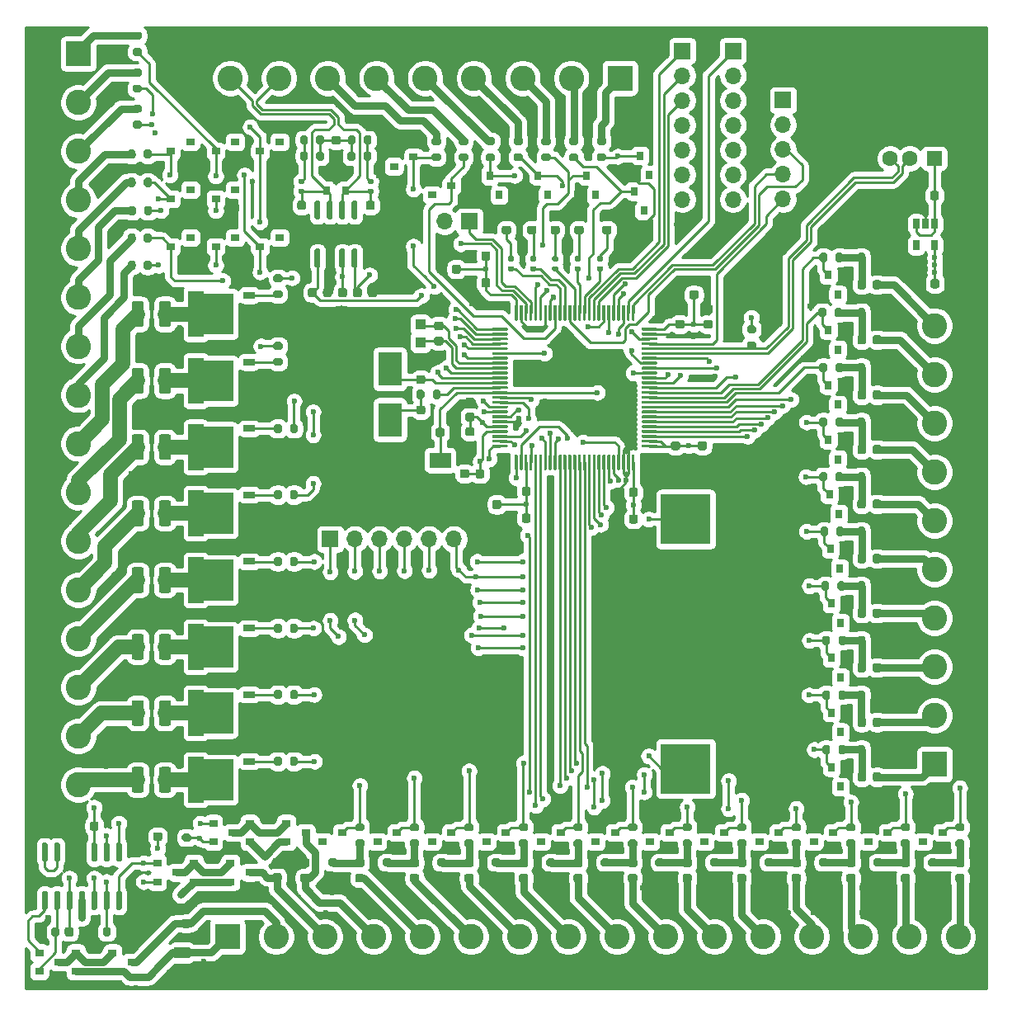
<source format=gtl>
G04 #@! TF.GenerationSoftware,KiCad,Pcbnew,5.1.9-73d0e3b20d~88~ubuntu20.04.1*
G04 #@! TF.CreationDate,2021-05-05T00:04:50+02:00*
G04 #@! TF.ProjectId,DAC ADC PWM IO,44414320-4144-4432-9050-574d20494f2e,rev?*
G04 #@! TF.SameCoordinates,Original*
G04 #@! TF.FileFunction,Copper,L1,Top*
G04 #@! TF.FilePolarity,Positive*
%FSLAX46Y46*%
G04 Gerber Fmt 4.6, Leading zero omitted, Abs format (unit mm)*
G04 Created by KiCad (PCBNEW 5.1.9-73d0e3b20d~88~ubuntu20.04.1) date 2021-05-05 00:04:50*
%MOMM*%
%LPD*%
G01*
G04 APERTURE LIST*
G04 #@! TA.AperFunction,ComponentPad*
%ADD10O,1.700000X1.700000*%
G04 #@! TD*
G04 #@! TA.AperFunction,ComponentPad*
%ADD11R,1.700000X1.700000*%
G04 #@! TD*
G04 #@! TA.AperFunction,SMDPad,CuDef*
%ADD12R,0.800000X0.900000*%
G04 #@! TD*
G04 #@! TA.AperFunction,SMDPad,CuDef*
%ADD13R,1.100000X1.050000*%
G04 #@! TD*
G04 #@! TA.AperFunction,SMDPad,CuDef*
%ADD14R,2.400000X3.500000*%
G04 #@! TD*
G04 #@! TA.AperFunction,SMDPad,CuDef*
%ADD15C,0.100000*%
G04 #@! TD*
G04 #@! TA.AperFunction,SMDPad,CuDef*
%ADD16R,1.150000X0.700000*%
G04 #@! TD*
G04 #@! TA.AperFunction,SMDPad,CuDef*
%ADD17R,0.900000X0.800000*%
G04 #@! TD*
G04 #@! TA.AperFunction,SMDPad,CuDef*
%ADD18R,0.650000X1.060000*%
G04 #@! TD*
G04 #@! TA.AperFunction,SMDPad,CuDef*
%ADD19R,2.180000X1.600000*%
G04 #@! TD*
G04 #@! TA.AperFunction,ComponentPad*
%ADD20C,4.700000*%
G04 #@! TD*
G04 #@! TA.AperFunction,ComponentPad*
%ADD21C,2.600000*%
G04 #@! TD*
G04 #@! TA.AperFunction,ComponentPad*
%ADD22R,2.600000X2.600000*%
G04 #@! TD*
G04 #@! TA.AperFunction,ComponentPad*
%ADD23C,1.600000*%
G04 #@! TD*
G04 #@! TA.AperFunction,ComponentPad*
%ADD24R,1.600000X1.500000*%
G04 #@! TD*
G04 #@! TA.AperFunction,ComponentPad*
%ADD25C,3.000000*%
G04 #@! TD*
G04 #@! TA.AperFunction,SMDPad,CuDef*
%ADD26C,17.800000*%
G04 #@! TD*
G04 #@! TA.AperFunction,SMDPad,CuDef*
%ADD27R,5.100000X5.100000*%
G04 #@! TD*
G04 #@! TA.AperFunction,ViaPad*
%ADD28C,0.600000*%
G04 #@! TD*
G04 #@! TA.AperFunction,Conductor*
%ADD29C,0.250000*%
G04 #@! TD*
G04 #@! TA.AperFunction,Conductor*
%ADD30C,0.750000*%
G04 #@! TD*
G04 #@! TA.AperFunction,Conductor*
%ADD31C,1.500000*%
G04 #@! TD*
G04 #@! TA.AperFunction,Conductor*
%ADD32C,0.254000*%
G04 #@! TD*
G04 #@! TA.AperFunction,Conductor*
%ADD33C,0.100000*%
G04 #@! TD*
G04 APERTURE END LIST*
G04 #@! TA.AperFunction,SMDPad,CuDef*
G36*
G01*
X131400000Y-63525000D02*
X131400000Y-62975000D01*
G75*
G02*
X131600000Y-62775000I200000J0D01*
G01*
X132000000Y-62775000D01*
G75*
G02*
X132200000Y-62975000I0J-200000D01*
G01*
X132200000Y-63525000D01*
G75*
G02*
X132000000Y-63725000I-200000J0D01*
G01*
X131600000Y-63725000D01*
G75*
G02*
X131400000Y-63525000I0J200000D01*
G01*
G37*
G04 #@! TD.AperFunction*
G04 #@! TA.AperFunction,SMDPad,CuDef*
G36*
G01*
X129750000Y-63525000D02*
X129750000Y-62975000D01*
G75*
G02*
X129950000Y-62775000I200000J0D01*
G01*
X130350000Y-62775000D01*
G75*
G02*
X130550000Y-62975000I0J-200000D01*
G01*
X130550000Y-63525000D01*
G75*
G02*
X130350000Y-63725000I-200000J0D01*
G01*
X129950000Y-63725000D01*
G75*
G02*
X129750000Y-63525000I0J200000D01*
G01*
G37*
G04 #@! TD.AperFunction*
G04 #@! TA.AperFunction,SMDPad,CuDef*
G36*
G01*
X131375000Y-65175000D02*
X131375000Y-64625000D01*
G75*
G02*
X131575000Y-64425000I200000J0D01*
G01*
X131975000Y-64425000D01*
G75*
G02*
X132175000Y-64625000I0J-200000D01*
G01*
X132175000Y-65175000D01*
G75*
G02*
X131975000Y-65375000I-200000J0D01*
G01*
X131575000Y-65375000D01*
G75*
G02*
X131375000Y-65175000I0J200000D01*
G01*
G37*
G04 #@! TD.AperFunction*
G04 #@! TA.AperFunction,SMDPad,CuDef*
G36*
G01*
X129725000Y-65175000D02*
X129725000Y-64625000D01*
G75*
G02*
X129925000Y-64425000I200000J0D01*
G01*
X130325000Y-64425000D01*
G75*
G02*
X130525000Y-64625000I0J-200000D01*
G01*
X130525000Y-65175000D01*
G75*
G02*
X130325000Y-65375000I-200000J0D01*
G01*
X129925000Y-65375000D01*
G75*
G02*
X129725000Y-65175000I0J200000D01*
G01*
G37*
G04 #@! TD.AperFunction*
G04 #@! TA.AperFunction,SMDPad,CuDef*
G36*
G01*
X126525000Y-65175000D02*
X126525000Y-64625000D01*
G75*
G02*
X126725000Y-64425000I200000J0D01*
G01*
X127125000Y-64425000D01*
G75*
G02*
X127325000Y-64625000I0J-200000D01*
G01*
X127325000Y-65175000D01*
G75*
G02*
X127125000Y-65375000I-200000J0D01*
G01*
X126725000Y-65375000D01*
G75*
G02*
X126525000Y-65175000I0J200000D01*
G01*
G37*
G04 #@! TD.AperFunction*
G04 #@! TA.AperFunction,SMDPad,CuDef*
G36*
G01*
X124875000Y-65175000D02*
X124875000Y-64625000D01*
G75*
G02*
X125075000Y-64425000I200000J0D01*
G01*
X125475000Y-64425000D01*
G75*
G02*
X125675000Y-64625000I0J-200000D01*
G01*
X125675000Y-65175000D01*
G75*
G02*
X125475000Y-65375000I-200000J0D01*
G01*
X125075000Y-65375000D01*
G75*
G02*
X124875000Y-65175000I0J200000D01*
G01*
G37*
G04 #@! TD.AperFunction*
G04 #@! TA.AperFunction,SMDPad,CuDef*
G36*
G01*
X126525000Y-63525000D02*
X126525000Y-62975000D01*
G75*
G02*
X126725000Y-62775000I200000J0D01*
G01*
X127125000Y-62775000D01*
G75*
G02*
X127325000Y-62975000I0J-200000D01*
G01*
X127325000Y-63525000D01*
G75*
G02*
X127125000Y-63725000I-200000J0D01*
G01*
X126725000Y-63725000D01*
G75*
G02*
X126525000Y-63525000I0J200000D01*
G01*
G37*
G04 #@! TD.AperFunction*
G04 #@! TA.AperFunction,SMDPad,CuDef*
G36*
G01*
X124875000Y-63525000D02*
X124875000Y-62975000D01*
G75*
G02*
X125075000Y-62775000I200000J0D01*
G01*
X125475000Y-62775000D01*
G75*
G02*
X125675000Y-62975000I0J-200000D01*
G01*
X125675000Y-63525000D01*
G75*
G02*
X125475000Y-63725000I-200000J0D01*
G01*
X125075000Y-63725000D01*
G75*
G02*
X124875000Y-63525000I0J200000D01*
G01*
G37*
G04 #@! TD.AperFunction*
G04 #@! TA.AperFunction,SMDPad,CuDef*
G36*
G01*
X146685000Y-75710000D02*
X146315000Y-75710000D01*
G75*
G02*
X146180000Y-75575000I0J135000D01*
G01*
X146180000Y-75305000D01*
G75*
G02*
X146315000Y-75170000I135000J0D01*
G01*
X146685000Y-75170000D01*
G75*
G02*
X146820000Y-75305000I0J-135000D01*
G01*
X146820000Y-75575000D01*
G75*
G02*
X146685000Y-75710000I-135000J0D01*
G01*
G37*
G04 #@! TD.AperFunction*
G04 #@! TA.AperFunction,SMDPad,CuDef*
G36*
G01*
X146685000Y-76730000D02*
X146315000Y-76730000D01*
G75*
G02*
X146180000Y-76595000I0J135000D01*
G01*
X146180000Y-76325000D01*
G75*
G02*
X146315000Y-76190000I135000J0D01*
G01*
X146685000Y-76190000D01*
G75*
G02*
X146820000Y-76325000I0J-135000D01*
G01*
X146820000Y-76595000D01*
G75*
G02*
X146685000Y-76730000I-135000J0D01*
G01*
G37*
G04 #@! TD.AperFunction*
G04 #@! TA.AperFunction,SMDPad,CuDef*
G36*
G01*
X148985000Y-75710000D02*
X148615000Y-75710000D01*
G75*
G02*
X148480000Y-75575000I0J135000D01*
G01*
X148480000Y-75305000D01*
G75*
G02*
X148615000Y-75170000I135000J0D01*
G01*
X148985000Y-75170000D01*
G75*
G02*
X149120000Y-75305000I0J-135000D01*
G01*
X149120000Y-75575000D01*
G75*
G02*
X148985000Y-75710000I-135000J0D01*
G01*
G37*
G04 #@! TD.AperFunction*
G04 #@! TA.AperFunction,SMDPad,CuDef*
G36*
G01*
X148985000Y-76730000D02*
X148615000Y-76730000D01*
G75*
G02*
X148480000Y-76595000I0J135000D01*
G01*
X148480000Y-76325000D01*
G75*
G02*
X148615000Y-76190000I135000J0D01*
G01*
X148985000Y-76190000D01*
G75*
G02*
X149120000Y-76325000I0J-135000D01*
G01*
X149120000Y-76595000D01*
G75*
G02*
X148985000Y-76730000I-135000J0D01*
G01*
G37*
G04 #@! TD.AperFunction*
G04 #@! TA.AperFunction,SMDPad,CuDef*
G36*
G01*
X151235000Y-75710000D02*
X150865000Y-75710000D01*
G75*
G02*
X150730000Y-75575000I0J135000D01*
G01*
X150730000Y-75305000D01*
G75*
G02*
X150865000Y-75170000I135000J0D01*
G01*
X151235000Y-75170000D01*
G75*
G02*
X151370000Y-75305000I0J-135000D01*
G01*
X151370000Y-75575000D01*
G75*
G02*
X151235000Y-75710000I-135000J0D01*
G01*
G37*
G04 #@! TD.AperFunction*
G04 #@! TA.AperFunction,SMDPad,CuDef*
G36*
G01*
X151235000Y-76730000D02*
X150865000Y-76730000D01*
G75*
G02*
X150730000Y-76595000I0J135000D01*
G01*
X150730000Y-76325000D01*
G75*
G02*
X150865000Y-76190000I135000J0D01*
G01*
X151235000Y-76190000D01*
G75*
G02*
X151370000Y-76325000I0J-135000D01*
G01*
X151370000Y-76595000D01*
G75*
G02*
X151235000Y-76730000I-135000J0D01*
G01*
G37*
G04 #@! TD.AperFunction*
G04 #@! TA.AperFunction,SMDPad,CuDef*
G36*
G01*
X153535000Y-75710000D02*
X153165000Y-75710000D01*
G75*
G02*
X153030000Y-75575000I0J135000D01*
G01*
X153030000Y-75305000D01*
G75*
G02*
X153165000Y-75170000I135000J0D01*
G01*
X153535000Y-75170000D01*
G75*
G02*
X153670000Y-75305000I0J-135000D01*
G01*
X153670000Y-75575000D01*
G75*
G02*
X153535000Y-75710000I-135000J0D01*
G01*
G37*
G04 #@! TD.AperFunction*
G04 #@! TA.AperFunction,SMDPad,CuDef*
G36*
G01*
X153535000Y-76730000D02*
X153165000Y-76730000D01*
G75*
G02*
X153030000Y-76595000I0J135000D01*
G01*
X153030000Y-76325000D01*
G75*
G02*
X153165000Y-76190000I135000J0D01*
G01*
X153535000Y-76190000D01*
G75*
G02*
X153670000Y-76325000I0J-135000D01*
G01*
X153670000Y-76595000D01*
G75*
G02*
X153535000Y-76730000I-135000J0D01*
G01*
G37*
G04 #@! TD.AperFunction*
G04 #@! TA.AperFunction,SMDPad,CuDef*
G36*
G01*
X155835000Y-75710000D02*
X155465000Y-75710000D01*
G75*
G02*
X155330000Y-75575000I0J135000D01*
G01*
X155330000Y-75305000D01*
G75*
G02*
X155465000Y-75170000I135000J0D01*
G01*
X155835000Y-75170000D01*
G75*
G02*
X155970000Y-75305000I0J-135000D01*
G01*
X155970000Y-75575000D01*
G75*
G02*
X155835000Y-75710000I-135000J0D01*
G01*
G37*
G04 #@! TD.AperFunction*
G04 #@! TA.AperFunction,SMDPad,CuDef*
G36*
G01*
X155835000Y-76730000D02*
X155465000Y-76730000D01*
G75*
G02*
X155330000Y-76595000I0J135000D01*
G01*
X155330000Y-76325000D01*
G75*
G02*
X155465000Y-76190000I135000J0D01*
G01*
X155835000Y-76190000D01*
G75*
G02*
X155970000Y-76325000I0J-135000D01*
G01*
X155970000Y-76595000D01*
G75*
G02*
X155835000Y-76730000I-135000J0D01*
G01*
G37*
G04 #@! TD.AperFunction*
G04 #@! TA.AperFunction,SMDPad,CuDef*
G36*
G01*
X145793750Y-72050000D02*
X146306250Y-72050000D01*
G75*
G02*
X146525000Y-72268750I0J-218750D01*
G01*
X146525000Y-72706250D01*
G75*
G02*
X146306250Y-72925000I-218750J0D01*
G01*
X145793750Y-72925000D01*
G75*
G02*
X145575000Y-72706250I0J218750D01*
G01*
X145575000Y-72268750D01*
G75*
G02*
X145793750Y-72050000I218750J0D01*
G01*
G37*
G04 #@! TD.AperFunction*
G04 #@! TA.AperFunction,SMDPad,CuDef*
G36*
G01*
X145793750Y-70475000D02*
X146306250Y-70475000D01*
G75*
G02*
X146525000Y-70693750I0J-218750D01*
G01*
X146525000Y-71131250D01*
G75*
G02*
X146306250Y-71350000I-218750J0D01*
G01*
X145793750Y-71350000D01*
G75*
G02*
X145575000Y-71131250I0J218750D01*
G01*
X145575000Y-70693750D01*
G75*
G02*
X145793750Y-70475000I218750J0D01*
G01*
G37*
G04 #@! TD.AperFunction*
G04 #@! TA.AperFunction,SMDPad,CuDef*
G36*
G01*
X148393750Y-72050000D02*
X148906250Y-72050000D01*
G75*
G02*
X149125000Y-72268750I0J-218750D01*
G01*
X149125000Y-72706250D01*
G75*
G02*
X148906250Y-72925000I-218750J0D01*
G01*
X148393750Y-72925000D01*
G75*
G02*
X148175000Y-72706250I0J218750D01*
G01*
X148175000Y-72268750D01*
G75*
G02*
X148393750Y-72050000I218750J0D01*
G01*
G37*
G04 #@! TD.AperFunction*
G04 #@! TA.AperFunction,SMDPad,CuDef*
G36*
G01*
X148393750Y-70475000D02*
X148906250Y-70475000D01*
G75*
G02*
X149125000Y-70693750I0J-218750D01*
G01*
X149125000Y-71131250D01*
G75*
G02*
X148906250Y-71350000I-218750J0D01*
G01*
X148393750Y-71350000D01*
G75*
G02*
X148175000Y-71131250I0J218750D01*
G01*
X148175000Y-70693750D01*
G75*
G02*
X148393750Y-70475000I218750J0D01*
G01*
G37*
G04 #@! TD.AperFunction*
G04 #@! TA.AperFunction,SMDPad,CuDef*
G36*
G01*
X150793750Y-72050000D02*
X151306250Y-72050000D01*
G75*
G02*
X151525000Y-72268750I0J-218750D01*
G01*
X151525000Y-72706250D01*
G75*
G02*
X151306250Y-72925000I-218750J0D01*
G01*
X150793750Y-72925000D01*
G75*
G02*
X150575000Y-72706250I0J218750D01*
G01*
X150575000Y-72268750D01*
G75*
G02*
X150793750Y-72050000I218750J0D01*
G01*
G37*
G04 #@! TD.AperFunction*
G04 #@! TA.AperFunction,SMDPad,CuDef*
G36*
G01*
X150793750Y-70475000D02*
X151306250Y-70475000D01*
G75*
G02*
X151525000Y-70693750I0J-218750D01*
G01*
X151525000Y-71131250D01*
G75*
G02*
X151306250Y-71350000I-218750J0D01*
G01*
X150793750Y-71350000D01*
G75*
G02*
X150575000Y-71131250I0J218750D01*
G01*
X150575000Y-70693750D01*
G75*
G02*
X150793750Y-70475000I218750J0D01*
G01*
G37*
G04 #@! TD.AperFunction*
G04 #@! TA.AperFunction,SMDPad,CuDef*
G36*
G01*
X153243750Y-72050000D02*
X153756250Y-72050000D01*
G75*
G02*
X153975000Y-72268750I0J-218750D01*
G01*
X153975000Y-72706250D01*
G75*
G02*
X153756250Y-72925000I-218750J0D01*
G01*
X153243750Y-72925000D01*
G75*
G02*
X153025000Y-72706250I0J218750D01*
G01*
X153025000Y-72268750D01*
G75*
G02*
X153243750Y-72050000I218750J0D01*
G01*
G37*
G04 #@! TD.AperFunction*
G04 #@! TA.AperFunction,SMDPad,CuDef*
G36*
G01*
X153243750Y-70475000D02*
X153756250Y-70475000D01*
G75*
G02*
X153975000Y-70693750I0J-218750D01*
G01*
X153975000Y-71131250D01*
G75*
G02*
X153756250Y-71350000I-218750J0D01*
G01*
X153243750Y-71350000D01*
G75*
G02*
X153025000Y-71131250I0J218750D01*
G01*
X153025000Y-70693750D01*
G75*
G02*
X153243750Y-70475000I218750J0D01*
G01*
G37*
G04 #@! TD.AperFunction*
G04 #@! TA.AperFunction,SMDPad,CuDef*
G36*
G01*
X156093750Y-72050000D02*
X156606250Y-72050000D01*
G75*
G02*
X156825000Y-72268750I0J-218750D01*
G01*
X156825000Y-72706250D01*
G75*
G02*
X156606250Y-72925000I-218750J0D01*
G01*
X156093750Y-72925000D01*
G75*
G02*
X155875000Y-72706250I0J218750D01*
G01*
X155875000Y-72268750D01*
G75*
G02*
X156093750Y-72050000I218750J0D01*
G01*
G37*
G04 #@! TD.AperFunction*
G04 #@! TA.AperFunction,SMDPad,CuDef*
G36*
G01*
X156093750Y-70475000D02*
X156606250Y-70475000D01*
G75*
G02*
X156825000Y-70693750I0J-218750D01*
G01*
X156825000Y-71131250D01*
G75*
G02*
X156606250Y-71350000I-218750J0D01*
G01*
X156093750Y-71350000D01*
G75*
G02*
X155875000Y-71131250I0J218750D01*
G01*
X155875000Y-70693750D01*
G75*
G02*
X156093750Y-70475000I218750J0D01*
G01*
G37*
G04 #@! TD.AperFunction*
D10*
X140650000Y-104200000D03*
X138110000Y-104200000D03*
X135570000Y-104200000D03*
X133030000Y-104200000D03*
X130490000Y-104200000D03*
D11*
X127950000Y-104200000D03*
G04 #@! TA.AperFunction,SMDPad,CuDef*
G36*
G01*
X131915000Y-68240000D02*
X132285000Y-68240000D01*
G75*
G02*
X132420000Y-68375000I0J-135000D01*
G01*
X132420000Y-68645000D01*
G75*
G02*
X132285000Y-68780000I-135000J0D01*
G01*
X131915000Y-68780000D01*
G75*
G02*
X131780000Y-68645000I0J135000D01*
G01*
X131780000Y-68375000D01*
G75*
G02*
X131915000Y-68240000I135000J0D01*
G01*
G37*
G04 #@! TD.AperFunction*
G04 #@! TA.AperFunction,SMDPad,CuDef*
G36*
G01*
X131915000Y-67220000D02*
X132285000Y-67220000D01*
G75*
G02*
X132420000Y-67355000I0J-135000D01*
G01*
X132420000Y-67625000D01*
G75*
G02*
X132285000Y-67760000I-135000J0D01*
G01*
X131915000Y-67760000D01*
G75*
G02*
X131780000Y-67625000I0J135000D01*
G01*
X131780000Y-67355000D01*
G75*
G02*
X131915000Y-67220000I135000J0D01*
G01*
G37*
G04 #@! TD.AperFunction*
G04 #@! TA.AperFunction,SMDPad,CuDef*
G36*
G01*
X125185000Y-67760000D02*
X124815000Y-67760000D01*
G75*
G02*
X124680000Y-67625000I0J135000D01*
G01*
X124680000Y-67355000D01*
G75*
G02*
X124815000Y-67220000I135000J0D01*
G01*
X125185000Y-67220000D01*
G75*
G02*
X125320000Y-67355000I0J-135000D01*
G01*
X125320000Y-67625000D01*
G75*
G02*
X125185000Y-67760000I-135000J0D01*
G01*
G37*
G04 #@! TD.AperFunction*
G04 #@! TA.AperFunction,SMDPad,CuDef*
G36*
G01*
X125185000Y-68780000D02*
X124815000Y-68780000D01*
G75*
G02*
X124680000Y-68645000I0J135000D01*
G01*
X124680000Y-68375000D01*
G75*
G02*
X124815000Y-68240000I135000J0D01*
G01*
X125185000Y-68240000D01*
G75*
G02*
X125320000Y-68375000I0J-135000D01*
G01*
X125320000Y-68645000D01*
G75*
G02*
X125185000Y-68780000I-135000J0D01*
G01*
G37*
G04 #@! TD.AperFunction*
D12*
X128550000Y-66450000D03*
X129500000Y-68450000D03*
X127600000Y-68450000D03*
G04 #@! TA.AperFunction,SMDPad,CuDef*
G36*
G01*
X128300000Y-64375000D02*
X128800000Y-64375000D01*
G75*
G02*
X129025000Y-64600000I0J-225000D01*
G01*
X129025000Y-65050000D01*
G75*
G02*
X128800000Y-65275000I-225000J0D01*
G01*
X128300000Y-65275000D01*
G75*
G02*
X128075000Y-65050000I0J225000D01*
G01*
X128075000Y-64600000D01*
G75*
G02*
X128300000Y-64375000I225000J0D01*
G01*
G37*
G04 #@! TD.AperFunction*
G04 #@! TA.AperFunction,SMDPad,CuDef*
G36*
G01*
X128300000Y-62825000D02*
X128800000Y-62825000D01*
G75*
G02*
X129025000Y-63050000I0J-225000D01*
G01*
X129025000Y-63500000D01*
G75*
G02*
X128800000Y-63725000I-225000J0D01*
G01*
X128300000Y-63725000D01*
G75*
G02*
X128075000Y-63500000I0J225000D01*
G01*
X128075000Y-63050000D01*
G75*
G02*
X128300000Y-62825000I225000J0D01*
G01*
G37*
G04 #@! TD.AperFunction*
G04 #@! TA.AperFunction,SMDPad,CuDef*
G36*
G01*
X133175000Y-70200000D02*
X133175000Y-69700000D01*
G75*
G02*
X133400000Y-69475000I225000J0D01*
G01*
X133850000Y-69475000D01*
G75*
G02*
X134075000Y-69700000I0J-225000D01*
G01*
X134075000Y-70200000D01*
G75*
G02*
X133850000Y-70425000I-225000J0D01*
G01*
X133400000Y-70425000D01*
G75*
G02*
X133175000Y-70200000I0J225000D01*
G01*
G37*
G04 #@! TD.AperFunction*
G04 #@! TA.AperFunction,SMDPad,CuDef*
G36*
G01*
X131625000Y-70200000D02*
X131625000Y-69700000D01*
G75*
G02*
X131850000Y-69475000I225000J0D01*
G01*
X132300000Y-69475000D01*
G75*
G02*
X132525000Y-69700000I0J-225000D01*
G01*
X132525000Y-70200000D01*
G75*
G02*
X132300000Y-70425000I-225000J0D01*
G01*
X131850000Y-70425000D01*
G75*
G02*
X131625000Y-70200000I0J225000D01*
G01*
G37*
G04 #@! TD.AperFunction*
G04 #@! TA.AperFunction,SMDPad,CuDef*
G36*
G01*
X124575000Y-70200000D02*
X124575000Y-69700000D01*
G75*
G02*
X124800000Y-69475000I225000J0D01*
G01*
X125250000Y-69475000D01*
G75*
G02*
X125475000Y-69700000I0J-225000D01*
G01*
X125475000Y-70200000D01*
G75*
G02*
X125250000Y-70425000I-225000J0D01*
G01*
X124800000Y-70425000D01*
G75*
G02*
X124575000Y-70200000I0J225000D01*
G01*
G37*
G04 #@! TD.AperFunction*
G04 #@! TA.AperFunction,SMDPad,CuDef*
G36*
G01*
X123025000Y-70200000D02*
X123025000Y-69700000D01*
G75*
G02*
X123250000Y-69475000I225000J0D01*
G01*
X123700000Y-69475000D01*
G75*
G02*
X123925000Y-69700000I0J-225000D01*
G01*
X123925000Y-70200000D01*
G75*
G02*
X123700000Y-70425000I-225000J0D01*
G01*
X123250000Y-70425000D01*
G75*
G02*
X123025000Y-70200000I0J225000D01*
G01*
G37*
G04 #@! TD.AperFunction*
D10*
X139710000Y-71600000D03*
D11*
X142250000Y-71600000D03*
D10*
X169300000Y-71880000D03*
X169300000Y-69340000D03*
X169300000Y-66800000D03*
X169300000Y-64260000D03*
X169300000Y-61720000D03*
X169300000Y-59180000D03*
X169300000Y-56640000D03*
D11*
X169300000Y-54100000D03*
D10*
X164100000Y-71880000D03*
X164100000Y-69340000D03*
X164100000Y-66800000D03*
X164100000Y-64260000D03*
X164100000Y-61720000D03*
X164100000Y-59180000D03*
X164100000Y-56640000D03*
D11*
X164100000Y-54100000D03*
G04 #@! TA.AperFunction,SMDPad,CuDef*
G36*
G01*
X142825000Y-77650000D02*
X142825000Y-78150000D01*
G75*
G02*
X142600000Y-78375000I-225000J0D01*
G01*
X142150000Y-78375000D01*
G75*
G02*
X141925000Y-78150000I0J225000D01*
G01*
X141925000Y-77650000D01*
G75*
G02*
X142150000Y-77425000I225000J0D01*
G01*
X142600000Y-77425000D01*
G75*
G02*
X142825000Y-77650000I0J-225000D01*
G01*
G37*
G04 #@! TD.AperFunction*
G04 #@! TA.AperFunction,SMDPad,CuDef*
G36*
G01*
X144375000Y-77650000D02*
X144375000Y-78150000D01*
G75*
G02*
X144150000Y-78375000I-225000J0D01*
G01*
X143700000Y-78375000D01*
G75*
G02*
X143475000Y-78150000I0J225000D01*
G01*
X143475000Y-77650000D01*
G75*
G02*
X143700000Y-77425000I225000J0D01*
G01*
X144150000Y-77425000D01*
G75*
G02*
X144375000Y-77650000I0J-225000D01*
G01*
G37*
G04 #@! TD.AperFunction*
D13*
X137200000Y-82175000D03*
X137200000Y-84025000D03*
D14*
X134100000Y-91950000D03*
X134100000Y-86750000D03*
G04 #@! TA.AperFunction,SMDPad,CuDef*
G36*
G01*
X122975000Y-126725000D02*
X122975000Y-127275000D01*
G75*
G02*
X122775000Y-127475000I-200000J0D01*
G01*
X122375000Y-127475000D01*
G75*
G02*
X122175000Y-127275000I0J200000D01*
G01*
X122175000Y-126725000D01*
G75*
G02*
X122375000Y-126525000I200000J0D01*
G01*
X122775000Y-126525000D01*
G75*
G02*
X122975000Y-126725000I0J-200000D01*
G01*
G37*
G04 #@! TD.AperFunction*
G04 #@! TA.AperFunction,SMDPad,CuDef*
G36*
G01*
X124625000Y-126725000D02*
X124625000Y-127275000D01*
G75*
G02*
X124425000Y-127475000I-200000J0D01*
G01*
X124025000Y-127475000D01*
G75*
G02*
X123825000Y-127275000I0J200000D01*
G01*
X123825000Y-126725000D01*
G75*
G02*
X124025000Y-126525000I200000J0D01*
G01*
X124425000Y-126525000D01*
G75*
G02*
X124625000Y-126725000I0J-200000D01*
G01*
G37*
G04 #@! TD.AperFunction*
G04 #@! TA.AperFunction,SMDPad,CuDef*
G36*
G01*
X122975000Y-113075000D02*
X122975000Y-113625000D01*
G75*
G02*
X122775000Y-113825000I-200000J0D01*
G01*
X122375000Y-113825000D01*
G75*
G02*
X122175000Y-113625000I0J200000D01*
G01*
X122175000Y-113075000D01*
G75*
G02*
X122375000Y-112875000I200000J0D01*
G01*
X122775000Y-112875000D01*
G75*
G02*
X122975000Y-113075000I0J-200000D01*
G01*
G37*
G04 #@! TD.AperFunction*
G04 #@! TA.AperFunction,SMDPad,CuDef*
G36*
G01*
X124625000Y-113075000D02*
X124625000Y-113625000D01*
G75*
G02*
X124425000Y-113825000I-200000J0D01*
G01*
X124025000Y-113825000D01*
G75*
G02*
X123825000Y-113625000I0J200000D01*
G01*
X123825000Y-113075000D01*
G75*
G02*
X124025000Y-112875000I200000J0D01*
G01*
X124425000Y-112875000D01*
G75*
G02*
X124625000Y-113075000I0J-200000D01*
G01*
G37*
G04 #@! TD.AperFunction*
G04 #@! TA.AperFunction,SMDPad,CuDef*
G36*
G01*
X122975000Y-92575000D02*
X122975000Y-93125000D01*
G75*
G02*
X122775000Y-93325000I-200000J0D01*
G01*
X122375000Y-93325000D01*
G75*
G02*
X122175000Y-93125000I0J200000D01*
G01*
X122175000Y-92575000D01*
G75*
G02*
X122375000Y-92375000I200000J0D01*
G01*
X122775000Y-92375000D01*
G75*
G02*
X122975000Y-92575000I0J-200000D01*
G01*
G37*
G04 #@! TD.AperFunction*
G04 #@! TA.AperFunction,SMDPad,CuDef*
G36*
G01*
X124625000Y-92575000D02*
X124625000Y-93125000D01*
G75*
G02*
X124425000Y-93325000I-200000J0D01*
G01*
X124025000Y-93325000D01*
G75*
G02*
X123825000Y-93125000I0J200000D01*
G01*
X123825000Y-92575000D01*
G75*
G02*
X124025000Y-92375000I200000J0D01*
G01*
X124425000Y-92375000D01*
G75*
G02*
X124625000Y-92575000I0J-200000D01*
G01*
G37*
G04 #@! TD.AperFunction*
G04 #@! TA.AperFunction,SMDPad,CuDef*
G36*
G01*
X122325000Y-85625000D02*
X122875000Y-85625000D01*
G75*
G02*
X123075000Y-85825000I0J-200000D01*
G01*
X123075000Y-86225000D01*
G75*
G02*
X122875000Y-86425000I-200000J0D01*
G01*
X122325000Y-86425000D01*
G75*
G02*
X122125000Y-86225000I0J200000D01*
G01*
X122125000Y-85825000D01*
G75*
G02*
X122325000Y-85625000I200000J0D01*
G01*
G37*
G04 #@! TD.AperFunction*
G04 #@! TA.AperFunction,SMDPad,CuDef*
G36*
G01*
X122325000Y-83975000D02*
X122875000Y-83975000D01*
G75*
G02*
X123075000Y-84175000I0J-200000D01*
G01*
X123075000Y-84575000D01*
G75*
G02*
X122875000Y-84775000I-200000J0D01*
G01*
X122325000Y-84775000D01*
G75*
G02*
X122125000Y-84575000I0J200000D01*
G01*
X122125000Y-84175000D01*
G75*
G02*
X122325000Y-83975000I200000J0D01*
G01*
G37*
G04 #@! TD.AperFunction*
G04 #@! TA.AperFunction,SMDPad,CuDef*
G36*
G01*
X122975000Y-119875000D02*
X122975000Y-120425000D01*
G75*
G02*
X122775000Y-120625000I-200000J0D01*
G01*
X122375000Y-120625000D01*
G75*
G02*
X122175000Y-120425000I0J200000D01*
G01*
X122175000Y-119875000D01*
G75*
G02*
X122375000Y-119675000I200000J0D01*
G01*
X122775000Y-119675000D01*
G75*
G02*
X122975000Y-119875000I0J-200000D01*
G01*
G37*
G04 #@! TD.AperFunction*
G04 #@! TA.AperFunction,SMDPad,CuDef*
G36*
G01*
X124625000Y-119875000D02*
X124625000Y-120425000D01*
G75*
G02*
X124425000Y-120625000I-200000J0D01*
G01*
X124025000Y-120625000D01*
G75*
G02*
X123825000Y-120425000I0J200000D01*
G01*
X123825000Y-119875000D01*
G75*
G02*
X124025000Y-119675000I200000J0D01*
G01*
X124425000Y-119675000D01*
G75*
G02*
X124625000Y-119875000I0J-200000D01*
G01*
G37*
G04 #@! TD.AperFunction*
G04 #@! TA.AperFunction,SMDPad,CuDef*
G36*
G01*
X122975000Y-106225000D02*
X122975000Y-106775000D01*
G75*
G02*
X122775000Y-106975000I-200000J0D01*
G01*
X122375000Y-106975000D01*
G75*
G02*
X122175000Y-106775000I0J200000D01*
G01*
X122175000Y-106225000D01*
G75*
G02*
X122375000Y-106025000I200000J0D01*
G01*
X122775000Y-106025000D01*
G75*
G02*
X122975000Y-106225000I0J-200000D01*
G01*
G37*
G04 #@! TD.AperFunction*
G04 #@! TA.AperFunction,SMDPad,CuDef*
G36*
G01*
X124625000Y-106225000D02*
X124625000Y-106775000D01*
G75*
G02*
X124425000Y-106975000I-200000J0D01*
G01*
X124025000Y-106975000D01*
G75*
G02*
X123825000Y-106775000I0J200000D01*
G01*
X123825000Y-106225000D01*
G75*
G02*
X124025000Y-106025000I200000J0D01*
G01*
X124425000Y-106025000D01*
G75*
G02*
X124625000Y-106225000I0J-200000D01*
G01*
G37*
G04 #@! TD.AperFunction*
G04 #@! TA.AperFunction,SMDPad,CuDef*
G36*
G01*
X122975000Y-99375000D02*
X122975000Y-99925000D01*
G75*
G02*
X122775000Y-100125000I-200000J0D01*
G01*
X122375000Y-100125000D01*
G75*
G02*
X122175000Y-99925000I0J200000D01*
G01*
X122175000Y-99375000D01*
G75*
G02*
X122375000Y-99175000I200000J0D01*
G01*
X122775000Y-99175000D01*
G75*
G02*
X122975000Y-99375000I0J-200000D01*
G01*
G37*
G04 #@! TD.AperFunction*
G04 #@! TA.AperFunction,SMDPad,CuDef*
G36*
G01*
X124625000Y-99375000D02*
X124625000Y-99925000D01*
G75*
G02*
X124425000Y-100125000I-200000J0D01*
G01*
X124025000Y-100125000D01*
G75*
G02*
X123825000Y-99925000I0J200000D01*
G01*
X123825000Y-99375000D01*
G75*
G02*
X124025000Y-99175000I200000J0D01*
G01*
X124425000Y-99175000D01*
G75*
G02*
X124625000Y-99375000I0J-200000D01*
G01*
G37*
G04 #@! TD.AperFunction*
G04 #@! TA.AperFunction,SMDPad,CuDef*
D15*
G36*
X113390000Y-112900000D02*
G01*
X114940000Y-112900000D01*
X114940000Y-113150000D01*
X118015000Y-113150000D01*
X118015000Y-117350000D01*
X114940000Y-117350000D01*
X114940000Y-117600000D01*
X113390000Y-117600000D01*
X113390000Y-112900000D01*
G37*
G04 #@! TD.AperFunction*
D16*
X119635000Y-113340000D03*
X119635000Y-114610000D03*
X119635000Y-117160000D03*
X119635000Y-115890000D03*
G04 #@! TA.AperFunction,SMDPad,CuDef*
D15*
G36*
X113390000Y-92400000D02*
G01*
X114940000Y-92400000D01*
X114940000Y-92650000D01*
X118015000Y-92650000D01*
X118015000Y-96850000D01*
X114940000Y-96850000D01*
X114940000Y-97100000D01*
X113390000Y-97100000D01*
X113390000Y-92400000D01*
G37*
G04 #@! TD.AperFunction*
D16*
X119635000Y-92840000D03*
X119635000Y-94110000D03*
X119635000Y-96660000D03*
X119635000Y-95390000D03*
G04 #@! TA.AperFunction,SMDPad,CuDef*
D15*
G36*
X113390000Y-85600000D02*
G01*
X114940000Y-85600000D01*
X114940000Y-85850000D01*
X118015000Y-85850000D01*
X118015000Y-90050000D01*
X114940000Y-90050000D01*
X114940000Y-90300000D01*
X113390000Y-90300000D01*
X113390000Y-85600000D01*
G37*
G04 #@! TD.AperFunction*
D16*
X119635000Y-86040000D03*
X119635000Y-87310000D03*
X119635000Y-89860000D03*
X119635000Y-88590000D03*
G04 #@! TA.AperFunction,SMDPad,CuDef*
D15*
G36*
X113390000Y-119700000D02*
G01*
X114940000Y-119700000D01*
X114940000Y-119950000D01*
X118015000Y-119950000D01*
X118015000Y-124150000D01*
X114940000Y-124150000D01*
X114940000Y-124400000D01*
X113390000Y-124400000D01*
X113390000Y-119700000D01*
G37*
G04 #@! TD.AperFunction*
D16*
X119635000Y-120140000D03*
X119635000Y-121410000D03*
X119635000Y-123960000D03*
X119635000Y-122690000D03*
G04 #@! TA.AperFunction,SMDPad,CuDef*
D15*
G36*
X113390000Y-99200000D02*
G01*
X114940000Y-99200000D01*
X114940000Y-99450000D01*
X118015000Y-99450000D01*
X118015000Y-103650000D01*
X114940000Y-103650000D01*
X114940000Y-103900000D01*
X113390000Y-103900000D01*
X113390000Y-99200000D01*
G37*
G04 #@! TD.AperFunction*
D16*
X119635000Y-99640000D03*
X119635000Y-100910000D03*
X119635000Y-103460000D03*
X119635000Y-102190000D03*
G04 #@! TA.AperFunction,SMDPad,CuDef*
G36*
G01*
X110375000Y-116325000D02*
X110375000Y-114175000D01*
G75*
G02*
X110625000Y-113925000I250000J0D01*
G01*
X111375000Y-113925000D01*
G75*
G02*
X111625000Y-114175000I0J-250000D01*
G01*
X111625000Y-116325000D01*
G75*
G02*
X111375000Y-116575000I-250000J0D01*
G01*
X110625000Y-116575000D01*
G75*
G02*
X110375000Y-116325000I0J250000D01*
G01*
G37*
G04 #@! TD.AperFunction*
G04 #@! TA.AperFunction,SMDPad,CuDef*
G36*
G01*
X107575000Y-116325000D02*
X107575000Y-114175000D01*
G75*
G02*
X107825000Y-113925000I250000J0D01*
G01*
X108575000Y-113925000D01*
G75*
G02*
X108825000Y-114175000I0J-250000D01*
G01*
X108825000Y-116325000D01*
G75*
G02*
X108575000Y-116575000I-250000J0D01*
G01*
X107825000Y-116575000D01*
G75*
G02*
X107575000Y-116325000I0J250000D01*
G01*
G37*
G04 #@! TD.AperFunction*
G04 #@! TA.AperFunction,SMDPad,CuDef*
G36*
G01*
X110375000Y-95825000D02*
X110375000Y-93675000D01*
G75*
G02*
X110625000Y-93425000I250000J0D01*
G01*
X111375000Y-93425000D01*
G75*
G02*
X111625000Y-93675000I0J-250000D01*
G01*
X111625000Y-95825000D01*
G75*
G02*
X111375000Y-96075000I-250000J0D01*
G01*
X110625000Y-96075000D01*
G75*
G02*
X110375000Y-95825000I0J250000D01*
G01*
G37*
G04 #@! TD.AperFunction*
G04 #@! TA.AperFunction,SMDPad,CuDef*
G36*
G01*
X107575000Y-95825000D02*
X107575000Y-93675000D01*
G75*
G02*
X107825000Y-93425000I250000J0D01*
G01*
X108575000Y-93425000D01*
G75*
G02*
X108825000Y-93675000I0J-250000D01*
G01*
X108825000Y-95825000D01*
G75*
G02*
X108575000Y-96075000I-250000J0D01*
G01*
X107825000Y-96075000D01*
G75*
G02*
X107575000Y-95825000I0J250000D01*
G01*
G37*
G04 #@! TD.AperFunction*
G04 #@! TA.AperFunction,SMDPad,CuDef*
G36*
G01*
X110375000Y-89025000D02*
X110375000Y-86875000D01*
G75*
G02*
X110625000Y-86625000I250000J0D01*
G01*
X111375000Y-86625000D01*
G75*
G02*
X111625000Y-86875000I0J-250000D01*
G01*
X111625000Y-89025000D01*
G75*
G02*
X111375000Y-89275000I-250000J0D01*
G01*
X110625000Y-89275000D01*
G75*
G02*
X110375000Y-89025000I0J250000D01*
G01*
G37*
G04 #@! TD.AperFunction*
G04 #@! TA.AperFunction,SMDPad,CuDef*
G36*
G01*
X107575000Y-89025000D02*
X107575000Y-86875000D01*
G75*
G02*
X107825000Y-86625000I250000J0D01*
G01*
X108575000Y-86625000D01*
G75*
G02*
X108825000Y-86875000I0J-250000D01*
G01*
X108825000Y-89025000D01*
G75*
G02*
X108575000Y-89275000I-250000J0D01*
G01*
X107825000Y-89275000D01*
G75*
G02*
X107575000Y-89025000I0J250000D01*
G01*
G37*
G04 #@! TD.AperFunction*
G04 #@! TA.AperFunction,SMDPad,CuDef*
G36*
G01*
X110375000Y-123125000D02*
X110375000Y-120975000D01*
G75*
G02*
X110625000Y-120725000I250000J0D01*
G01*
X111375000Y-120725000D01*
G75*
G02*
X111625000Y-120975000I0J-250000D01*
G01*
X111625000Y-123125000D01*
G75*
G02*
X111375000Y-123375000I-250000J0D01*
G01*
X110625000Y-123375000D01*
G75*
G02*
X110375000Y-123125000I0J250000D01*
G01*
G37*
G04 #@! TD.AperFunction*
G04 #@! TA.AperFunction,SMDPad,CuDef*
G36*
G01*
X107575000Y-123125000D02*
X107575000Y-120975000D01*
G75*
G02*
X107825000Y-120725000I250000J0D01*
G01*
X108575000Y-120725000D01*
G75*
G02*
X108825000Y-120975000I0J-250000D01*
G01*
X108825000Y-123125000D01*
G75*
G02*
X108575000Y-123375000I-250000J0D01*
G01*
X107825000Y-123375000D01*
G75*
G02*
X107575000Y-123125000I0J250000D01*
G01*
G37*
G04 #@! TD.AperFunction*
G04 #@! TA.AperFunction,SMDPad,CuDef*
G36*
G01*
X110375000Y-102625000D02*
X110375000Y-100475000D01*
G75*
G02*
X110625000Y-100225000I250000J0D01*
G01*
X111375000Y-100225000D01*
G75*
G02*
X111625000Y-100475000I0J-250000D01*
G01*
X111625000Y-102625000D01*
G75*
G02*
X111375000Y-102875000I-250000J0D01*
G01*
X110625000Y-102875000D01*
G75*
G02*
X110375000Y-102625000I0J250000D01*
G01*
G37*
G04 #@! TD.AperFunction*
G04 #@! TA.AperFunction,SMDPad,CuDef*
G36*
G01*
X107575000Y-102625000D02*
X107575000Y-100475000D01*
G75*
G02*
X107825000Y-100225000I250000J0D01*
G01*
X108575000Y-100225000D01*
G75*
G02*
X108825000Y-100475000I0J-250000D01*
G01*
X108825000Y-102625000D01*
G75*
G02*
X108575000Y-102875000I-250000J0D01*
G01*
X107825000Y-102875000D01*
G75*
G02*
X107575000Y-102625000I0J250000D01*
G01*
G37*
G04 #@! TD.AperFunction*
D12*
X179100000Y-82750000D03*
X180050000Y-84750000D03*
X178150000Y-84750000D03*
G04 #@! TA.AperFunction,SMDPad,CuDef*
G36*
G01*
X142475000Y-134175000D02*
X141925000Y-134175000D01*
G75*
G02*
X141725000Y-133975000I0J200000D01*
G01*
X141725000Y-133575000D01*
G75*
G02*
X141925000Y-133375000I200000J0D01*
G01*
X142475000Y-133375000D01*
G75*
G02*
X142675000Y-133575000I0J-200000D01*
G01*
X142675000Y-133975000D01*
G75*
G02*
X142475000Y-134175000I-200000J0D01*
G01*
G37*
G04 #@! TD.AperFunction*
G04 #@! TA.AperFunction,SMDPad,CuDef*
G36*
G01*
X142475000Y-135825000D02*
X141925000Y-135825000D01*
G75*
G02*
X141725000Y-135625000I0J200000D01*
G01*
X141725000Y-135225000D01*
G75*
G02*
X141925000Y-135025000I200000J0D01*
G01*
X142475000Y-135025000D01*
G75*
G02*
X142675000Y-135225000I0J-200000D01*
G01*
X142675000Y-135625000D01*
G75*
G02*
X142475000Y-135825000I-200000J0D01*
G01*
G37*
G04 #@! TD.AperFunction*
G04 #@! TA.AperFunction,SMDPad,CuDef*
G36*
G01*
X139125000Y-138625000D02*
X139675000Y-138625000D01*
G75*
G02*
X139875000Y-138825000I0J-200000D01*
G01*
X139875000Y-139225000D01*
G75*
G02*
X139675000Y-139425000I-200000J0D01*
G01*
X139125000Y-139425000D01*
G75*
G02*
X138925000Y-139225000I0J200000D01*
G01*
X138925000Y-138825000D01*
G75*
G02*
X139125000Y-138625000I200000J0D01*
G01*
G37*
G04 #@! TD.AperFunction*
G04 #@! TA.AperFunction,SMDPad,CuDef*
G36*
G01*
X139125000Y-136975000D02*
X139675000Y-136975000D01*
G75*
G02*
X139875000Y-137175000I0J-200000D01*
G01*
X139875000Y-137575000D01*
G75*
G02*
X139675000Y-137775000I-200000J0D01*
G01*
X139125000Y-137775000D01*
G75*
G02*
X138925000Y-137575000I0J200000D01*
G01*
X138925000Y-137175000D01*
G75*
G02*
X139125000Y-136975000I200000J0D01*
G01*
G37*
G04 #@! TD.AperFunction*
G04 #@! TA.AperFunction,SMDPad,CuDef*
G36*
G01*
X122325000Y-78675000D02*
X122875000Y-78675000D01*
G75*
G02*
X123075000Y-78875000I0J-200000D01*
G01*
X123075000Y-79275000D01*
G75*
G02*
X122875000Y-79475000I-200000J0D01*
G01*
X122325000Y-79475000D01*
G75*
G02*
X122125000Y-79275000I0J200000D01*
G01*
X122125000Y-78875000D01*
G75*
G02*
X122325000Y-78675000I200000J0D01*
G01*
G37*
G04 #@! TD.AperFunction*
G04 #@! TA.AperFunction,SMDPad,CuDef*
G36*
G01*
X122325000Y-77025000D02*
X122875000Y-77025000D01*
G75*
G02*
X123075000Y-77225000I0J-200000D01*
G01*
X123075000Y-77625000D01*
G75*
G02*
X122875000Y-77825000I-200000J0D01*
G01*
X122325000Y-77825000D01*
G75*
G02*
X122125000Y-77625000I0J200000D01*
G01*
X122125000Y-77225000D01*
G75*
G02*
X122325000Y-77025000I200000J0D01*
G01*
G37*
G04 #@! TD.AperFunction*
G04 #@! TA.AperFunction,SMDPad,CuDef*
D15*
G36*
X113390000Y-126550000D02*
G01*
X114940000Y-126550000D01*
X114940000Y-126800000D01*
X118015000Y-126800000D01*
X118015000Y-131000000D01*
X114940000Y-131000000D01*
X114940000Y-131250000D01*
X113390000Y-131250000D01*
X113390000Y-126550000D01*
G37*
G04 #@! TD.AperFunction*
D16*
X119635000Y-126990000D03*
X119635000Y-128260000D03*
X119635000Y-130810000D03*
X119635000Y-129540000D03*
G04 #@! TA.AperFunction,SMDPad,CuDef*
D15*
G36*
X113390000Y-106050000D02*
G01*
X114940000Y-106050000D01*
X114940000Y-106300000D01*
X118015000Y-106300000D01*
X118015000Y-110500000D01*
X114940000Y-110500000D01*
X114940000Y-110750000D01*
X113390000Y-110750000D01*
X113390000Y-106050000D01*
G37*
G04 #@! TD.AperFunction*
D16*
X119635000Y-106490000D03*
X119635000Y-107760000D03*
X119635000Y-110310000D03*
X119635000Y-109040000D03*
G04 #@! TA.AperFunction,SMDPad,CuDef*
D15*
G36*
X113390000Y-78750000D02*
G01*
X114940000Y-78750000D01*
X114940000Y-79000000D01*
X118015000Y-79000000D01*
X118015000Y-83200000D01*
X114940000Y-83200000D01*
X114940000Y-83450000D01*
X113390000Y-83450000D01*
X113390000Y-78750000D01*
G37*
G04 #@! TD.AperFunction*
D16*
X119635000Y-79190000D03*
X119635000Y-80460000D03*
X119635000Y-83010000D03*
X119635000Y-81740000D03*
G04 #@! TA.AperFunction,SMDPad,CuDef*
G36*
G01*
X110375000Y-129975000D02*
X110375000Y-127825000D01*
G75*
G02*
X110625000Y-127575000I250000J0D01*
G01*
X111375000Y-127575000D01*
G75*
G02*
X111625000Y-127825000I0J-250000D01*
G01*
X111625000Y-129975000D01*
G75*
G02*
X111375000Y-130225000I-250000J0D01*
G01*
X110625000Y-130225000D01*
G75*
G02*
X110375000Y-129975000I0J250000D01*
G01*
G37*
G04 #@! TD.AperFunction*
G04 #@! TA.AperFunction,SMDPad,CuDef*
G36*
G01*
X107575000Y-129975000D02*
X107575000Y-127825000D01*
G75*
G02*
X107825000Y-127575000I250000J0D01*
G01*
X108575000Y-127575000D01*
G75*
G02*
X108825000Y-127825000I0J-250000D01*
G01*
X108825000Y-129975000D01*
G75*
G02*
X108575000Y-130225000I-250000J0D01*
G01*
X107825000Y-130225000D01*
G75*
G02*
X107575000Y-129975000I0J250000D01*
G01*
G37*
G04 #@! TD.AperFunction*
G04 #@! TA.AperFunction,SMDPad,CuDef*
G36*
G01*
X110375000Y-109475000D02*
X110375000Y-107325000D01*
G75*
G02*
X110625000Y-107075000I250000J0D01*
G01*
X111375000Y-107075000D01*
G75*
G02*
X111625000Y-107325000I0J-250000D01*
G01*
X111625000Y-109475000D01*
G75*
G02*
X111375000Y-109725000I-250000J0D01*
G01*
X110625000Y-109725000D01*
G75*
G02*
X110375000Y-109475000I0J250000D01*
G01*
G37*
G04 #@! TD.AperFunction*
G04 #@! TA.AperFunction,SMDPad,CuDef*
G36*
G01*
X107575000Y-109475000D02*
X107575000Y-107325000D01*
G75*
G02*
X107825000Y-107075000I250000J0D01*
G01*
X108575000Y-107075000D01*
G75*
G02*
X108825000Y-107325000I0J-250000D01*
G01*
X108825000Y-109475000D01*
G75*
G02*
X108575000Y-109725000I-250000J0D01*
G01*
X107825000Y-109725000D01*
G75*
G02*
X107575000Y-109475000I0J250000D01*
G01*
G37*
G04 #@! TD.AperFunction*
G04 #@! TA.AperFunction,SMDPad,CuDef*
G36*
G01*
X110375000Y-82175000D02*
X110375000Y-80025000D01*
G75*
G02*
X110625000Y-79775000I250000J0D01*
G01*
X111375000Y-79775000D01*
G75*
G02*
X111625000Y-80025000I0J-250000D01*
G01*
X111625000Y-82175000D01*
G75*
G02*
X111375000Y-82425000I-250000J0D01*
G01*
X110625000Y-82425000D01*
G75*
G02*
X110375000Y-82175000I0J250000D01*
G01*
G37*
G04 #@! TD.AperFunction*
G04 #@! TA.AperFunction,SMDPad,CuDef*
G36*
G01*
X107575000Y-82175000D02*
X107575000Y-80025000D01*
G75*
G02*
X107825000Y-79775000I250000J0D01*
G01*
X108575000Y-79775000D01*
G75*
G02*
X108825000Y-80025000I0J-250000D01*
G01*
X108825000Y-82175000D01*
G75*
G02*
X108575000Y-82425000I-250000J0D01*
G01*
X107825000Y-82425000D01*
G75*
G02*
X107575000Y-82175000I0J250000D01*
G01*
G37*
G04 #@! TD.AperFunction*
D17*
X146000000Y-134300000D03*
X144000000Y-135250000D03*
X144000000Y-133350000D03*
X134800000Y-134300000D03*
X132800000Y-135250000D03*
X132800000Y-133350000D03*
X129200000Y-134300000D03*
X127200000Y-135250000D03*
X127200000Y-133350000D03*
G04 #@! TA.AperFunction,SMDPad,CuDef*
G36*
G01*
X126795000Y-71400000D02*
X126495000Y-71400000D01*
G75*
G02*
X126345000Y-71250000I0J150000D01*
G01*
X126345000Y-69600000D01*
G75*
G02*
X126495000Y-69450000I150000J0D01*
G01*
X126795000Y-69450000D01*
G75*
G02*
X126945000Y-69600000I0J-150000D01*
G01*
X126945000Y-71250000D01*
G75*
G02*
X126795000Y-71400000I-150000J0D01*
G01*
G37*
G04 #@! TD.AperFunction*
G04 #@! TA.AperFunction,SMDPad,CuDef*
G36*
G01*
X128065000Y-71400000D02*
X127765000Y-71400000D01*
G75*
G02*
X127615000Y-71250000I0J150000D01*
G01*
X127615000Y-69600000D01*
G75*
G02*
X127765000Y-69450000I150000J0D01*
G01*
X128065000Y-69450000D01*
G75*
G02*
X128215000Y-69600000I0J-150000D01*
G01*
X128215000Y-71250000D01*
G75*
G02*
X128065000Y-71400000I-150000J0D01*
G01*
G37*
G04 #@! TD.AperFunction*
G04 #@! TA.AperFunction,SMDPad,CuDef*
G36*
G01*
X129335000Y-71400000D02*
X129035000Y-71400000D01*
G75*
G02*
X128885000Y-71250000I0J150000D01*
G01*
X128885000Y-69600000D01*
G75*
G02*
X129035000Y-69450000I150000J0D01*
G01*
X129335000Y-69450000D01*
G75*
G02*
X129485000Y-69600000I0J-150000D01*
G01*
X129485000Y-71250000D01*
G75*
G02*
X129335000Y-71400000I-150000J0D01*
G01*
G37*
G04 #@! TD.AperFunction*
G04 #@! TA.AperFunction,SMDPad,CuDef*
G36*
G01*
X130605000Y-71400000D02*
X130305000Y-71400000D01*
G75*
G02*
X130155000Y-71250000I0J150000D01*
G01*
X130155000Y-69600000D01*
G75*
G02*
X130305000Y-69450000I150000J0D01*
G01*
X130605000Y-69450000D01*
G75*
G02*
X130755000Y-69600000I0J-150000D01*
G01*
X130755000Y-71250000D01*
G75*
G02*
X130605000Y-71400000I-150000J0D01*
G01*
G37*
G04 #@! TD.AperFunction*
G04 #@! TA.AperFunction,SMDPad,CuDef*
G36*
G01*
X130605000Y-76350000D02*
X130305000Y-76350000D01*
G75*
G02*
X130155000Y-76200000I0J150000D01*
G01*
X130155000Y-74550000D01*
G75*
G02*
X130305000Y-74400000I150000J0D01*
G01*
X130605000Y-74400000D01*
G75*
G02*
X130755000Y-74550000I0J-150000D01*
G01*
X130755000Y-76200000D01*
G75*
G02*
X130605000Y-76350000I-150000J0D01*
G01*
G37*
G04 #@! TD.AperFunction*
G04 #@! TA.AperFunction,SMDPad,CuDef*
G36*
G01*
X129335000Y-76350000D02*
X129035000Y-76350000D01*
G75*
G02*
X128885000Y-76200000I0J150000D01*
G01*
X128885000Y-74550000D01*
G75*
G02*
X129035000Y-74400000I150000J0D01*
G01*
X129335000Y-74400000D01*
G75*
G02*
X129485000Y-74550000I0J-150000D01*
G01*
X129485000Y-76200000D01*
G75*
G02*
X129335000Y-76350000I-150000J0D01*
G01*
G37*
G04 #@! TD.AperFunction*
G04 #@! TA.AperFunction,SMDPad,CuDef*
G36*
G01*
X128065000Y-76350000D02*
X127765000Y-76350000D01*
G75*
G02*
X127615000Y-76200000I0J150000D01*
G01*
X127615000Y-74550000D01*
G75*
G02*
X127765000Y-74400000I150000J0D01*
G01*
X128065000Y-74400000D01*
G75*
G02*
X128215000Y-74550000I0J-150000D01*
G01*
X128215000Y-76200000D01*
G75*
G02*
X128065000Y-76350000I-150000J0D01*
G01*
G37*
G04 #@! TD.AperFunction*
G04 #@! TA.AperFunction,SMDPad,CuDef*
G36*
G01*
X126795000Y-76350000D02*
X126495000Y-76350000D01*
G75*
G02*
X126345000Y-76200000I0J150000D01*
G01*
X126345000Y-74550000D01*
G75*
G02*
X126495000Y-74400000I150000J0D01*
G01*
X126795000Y-74400000D01*
G75*
G02*
X126945000Y-74550000I0J-150000D01*
G01*
X126945000Y-76200000D01*
G75*
G02*
X126795000Y-76350000I-150000J0D01*
G01*
G37*
G04 #@! TD.AperFunction*
D18*
X190000000Y-74050000D03*
X188100000Y-74050000D03*
X188100000Y-71850000D03*
X189050000Y-71850000D03*
X190000000Y-71850000D03*
D19*
X139240000Y-96100000D03*
X130060000Y-96100000D03*
G04 #@! TA.AperFunction,SMDPad,CuDef*
G36*
G01*
X178975000Y-97525000D02*
X178975000Y-98075000D01*
G75*
G02*
X178775000Y-98275000I-200000J0D01*
G01*
X178375000Y-98275000D01*
G75*
G02*
X178175000Y-98075000I0J200000D01*
G01*
X178175000Y-97525000D01*
G75*
G02*
X178375000Y-97325000I200000J0D01*
G01*
X178775000Y-97325000D01*
G75*
G02*
X178975000Y-97525000I0J-200000D01*
G01*
G37*
G04 #@! TD.AperFunction*
G04 #@! TA.AperFunction,SMDPad,CuDef*
G36*
G01*
X180625000Y-97525000D02*
X180625000Y-98075000D01*
G75*
G02*
X180425000Y-98275000I-200000J0D01*
G01*
X180025000Y-98275000D01*
G75*
G02*
X179825000Y-98075000I0J200000D01*
G01*
X179825000Y-97525000D01*
G75*
G02*
X180025000Y-97325000I200000J0D01*
G01*
X180425000Y-97325000D01*
G75*
G02*
X180625000Y-97525000I0J-200000D01*
G01*
G37*
G04 #@! TD.AperFunction*
G04 #@! TA.AperFunction,SMDPad,CuDef*
G36*
G01*
X178975000Y-86325000D02*
X178975000Y-86875000D01*
G75*
G02*
X178775000Y-87075000I-200000J0D01*
G01*
X178375000Y-87075000D01*
G75*
G02*
X178175000Y-86875000I0J200000D01*
G01*
X178175000Y-86325000D01*
G75*
G02*
X178375000Y-86125000I200000J0D01*
G01*
X178775000Y-86125000D01*
G75*
G02*
X178975000Y-86325000I0J-200000D01*
G01*
G37*
G04 #@! TD.AperFunction*
G04 #@! TA.AperFunction,SMDPad,CuDef*
G36*
G01*
X180625000Y-86325000D02*
X180625000Y-86875000D01*
G75*
G02*
X180425000Y-87075000I-200000J0D01*
G01*
X180025000Y-87075000D01*
G75*
G02*
X179825000Y-86875000I0J200000D01*
G01*
X179825000Y-86325000D01*
G75*
G02*
X180025000Y-86125000I200000J0D01*
G01*
X180425000Y-86125000D01*
G75*
G02*
X180625000Y-86325000I0J-200000D01*
G01*
G37*
G04 #@! TD.AperFunction*
G04 #@! TA.AperFunction,SMDPad,CuDef*
G36*
G01*
X183725000Y-98075000D02*
X183725000Y-97525000D01*
G75*
G02*
X183925000Y-97325000I200000J0D01*
G01*
X184325000Y-97325000D01*
G75*
G02*
X184525000Y-97525000I0J-200000D01*
G01*
X184525000Y-98075000D01*
G75*
G02*
X184325000Y-98275000I-200000J0D01*
G01*
X183925000Y-98275000D01*
G75*
G02*
X183725000Y-98075000I0J200000D01*
G01*
G37*
G04 #@! TD.AperFunction*
G04 #@! TA.AperFunction,SMDPad,CuDef*
G36*
G01*
X182075000Y-98075000D02*
X182075000Y-97525000D01*
G75*
G02*
X182275000Y-97325000I200000J0D01*
G01*
X182675000Y-97325000D01*
G75*
G02*
X182875000Y-97525000I0J-200000D01*
G01*
X182875000Y-98075000D01*
G75*
G02*
X182675000Y-98275000I-200000J0D01*
G01*
X182275000Y-98275000D01*
G75*
G02*
X182075000Y-98075000I0J200000D01*
G01*
G37*
G04 #@! TD.AperFunction*
G04 #@! TA.AperFunction,SMDPad,CuDef*
G36*
G01*
X183725000Y-86875000D02*
X183725000Y-86325000D01*
G75*
G02*
X183925000Y-86125000I200000J0D01*
G01*
X184325000Y-86125000D01*
G75*
G02*
X184525000Y-86325000I0J-200000D01*
G01*
X184525000Y-86875000D01*
G75*
G02*
X184325000Y-87075000I-200000J0D01*
G01*
X183925000Y-87075000D01*
G75*
G02*
X183725000Y-86875000I0J200000D01*
G01*
G37*
G04 #@! TD.AperFunction*
G04 #@! TA.AperFunction,SMDPad,CuDef*
G36*
G01*
X182075000Y-86875000D02*
X182075000Y-86325000D01*
G75*
G02*
X182275000Y-86125000I200000J0D01*
G01*
X182675000Y-86125000D01*
G75*
G02*
X182875000Y-86325000I0J-200000D01*
G01*
X182875000Y-86875000D01*
G75*
G02*
X182675000Y-87075000I-200000J0D01*
G01*
X182275000Y-87075000D01*
G75*
G02*
X182075000Y-86875000I0J200000D01*
G01*
G37*
G04 #@! TD.AperFunction*
G04 #@! TA.AperFunction,SMDPad,CuDef*
G36*
G01*
X179275000Y-119925000D02*
X179275000Y-120475000D01*
G75*
G02*
X179075000Y-120675000I-200000J0D01*
G01*
X178675000Y-120675000D01*
G75*
G02*
X178475000Y-120475000I0J200000D01*
G01*
X178475000Y-119925000D01*
G75*
G02*
X178675000Y-119725000I200000J0D01*
G01*
X179075000Y-119725000D01*
G75*
G02*
X179275000Y-119925000I0J-200000D01*
G01*
G37*
G04 #@! TD.AperFunction*
G04 #@! TA.AperFunction,SMDPad,CuDef*
G36*
G01*
X180925000Y-119925000D02*
X180925000Y-120475000D01*
G75*
G02*
X180725000Y-120675000I-200000J0D01*
G01*
X180325000Y-120675000D01*
G75*
G02*
X180125000Y-120475000I0J200000D01*
G01*
X180125000Y-119925000D01*
G75*
G02*
X180325000Y-119725000I200000J0D01*
G01*
X180725000Y-119725000D01*
G75*
G02*
X180925000Y-119925000I0J-200000D01*
G01*
G37*
G04 #@! TD.AperFunction*
G04 #@! TA.AperFunction,SMDPad,CuDef*
G36*
G01*
X178875000Y-80675000D02*
X178875000Y-81225000D01*
G75*
G02*
X178675000Y-81425000I-200000J0D01*
G01*
X178275000Y-81425000D01*
G75*
G02*
X178075000Y-81225000I0J200000D01*
G01*
X178075000Y-80675000D01*
G75*
G02*
X178275000Y-80475000I200000J0D01*
G01*
X178675000Y-80475000D01*
G75*
G02*
X178875000Y-80675000I0J-200000D01*
G01*
G37*
G04 #@! TD.AperFunction*
G04 #@! TA.AperFunction,SMDPad,CuDef*
G36*
G01*
X180525000Y-80675000D02*
X180525000Y-81225000D01*
G75*
G02*
X180325000Y-81425000I-200000J0D01*
G01*
X179925000Y-81425000D01*
G75*
G02*
X179725000Y-81225000I0J200000D01*
G01*
X179725000Y-80675000D01*
G75*
G02*
X179925000Y-80475000I200000J0D01*
G01*
X180325000Y-80475000D01*
G75*
G02*
X180525000Y-80675000I0J-200000D01*
G01*
G37*
G04 #@! TD.AperFunction*
G04 #@! TA.AperFunction,SMDPad,CuDef*
G36*
G01*
X179275000Y-125525000D02*
X179275000Y-126075000D01*
G75*
G02*
X179075000Y-126275000I-200000J0D01*
G01*
X178675000Y-126275000D01*
G75*
G02*
X178475000Y-126075000I0J200000D01*
G01*
X178475000Y-125525000D01*
G75*
G02*
X178675000Y-125325000I200000J0D01*
G01*
X179075000Y-125325000D01*
G75*
G02*
X179275000Y-125525000I0J-200000D01*
G01*
G37*
G04 #@! TD.AperFunction*
G04 #@! TA.AperFunction,SMDPad,CuDef*
G36*
G01*
X180925000Y-125525000D02*
X180925000Y-126075000D01*
G75*
G02*
X180725000Y-126275000I-200000J0D01*
G01*
X180325000Y-126275000D01*
G75*
G02*
X180125000Y-126075000I0J200000D01*
G01*
X180125000Y-125525000D01*
G75*
G02*
X180325000Y-125325000I200000J0D01*
G01*
X180725000Y-125325000D01*
G75*
G02*
X180925000Y-125525000I0J-200000D01*
G01*
G37*
G04 #@! TD.AperFunction*
G04 #@! TA.AperFunction,SMDPad,CuDef*
G36*
G01*
X178975000Y-91925000D02*
X178975000Y-92475000D01*
G75*
G02*
X178775000Y-92675000I-200000J0D01*
G01*
X178375000Y-92675000D01*
G75*
G02*
X178175000Y-92475000I0J200000D01*
G01*
X178175000Y-91925000D01*
G75*
G02*
X178375000Y-91725000I200000J0D01*
G01*
X178775000Y-91725000D01*
G75*
G02*
X178975000Y-91925000I0J-200000D01*
G01*
G37*
G04 #@! TD.AperFunction*
G04 #@! TA.AperFunction,SMDPad,CuDef*
G36*
G01*
X180625000Y-91925000D02*
X180625000Y-92475000D01*
G75*
G02*
X180425000Y-92675000I-200000J0D01*
G01*
X180025000Y-92675000D01*
G75*
G02*
X179825000Y-92475000I0J200000D01*
G01*
X179825000Y-91925000D01*
G75*
G02*
X180025000Y-91725000I200000J0D01*
G01*
X180425000Y-91725000D01*
G75*
G02*
X180625000Y-91925000I0J-200000D01*
G01*
G37*
G04 #@! TD.AperFunction*
G04 #@! TA.AperFunction,SMDPad,CuDef*
G36*
G01*
X183725000Y-120475000D02*
X183725000Y-119925000D01*
G75*
G02*
X183925000Y-119725000I200000J0D01*
G01*
X184325000Y-119725000D01*
G75*
G02*
X184525000Y-119925000I0J-200000D01*
G01*
X184525000Y-120475000D01*
G75*
G02*
X184325000Y-120675000I-200000J0D01*
G01*
X183925000Y-120675000D01*
G75*
G02*
X183725000Y-120475000I0J200000D01*
G01*
G37*
G04 #@! TD.AperFunction*
G04 #@! TA.AperFunction,SMDPad,CuDef*
G36*
G01*
X182075000Y-120475000D02*
X182075000Y-119925000D01*
G75*
G02*
X182275000Y-119725000I200000J0D01*
G01*
X182675000Y-119725000D01*
G75*
G02*
X182875000Y-119925000I0J-200000D01*
G01*
X182875000Y-120475000D01*
G75*
G02*
X182675000Y-120675000I-200000J0D01*
G01*
X182275000Y-120675000D01*
G75*
G02*
X182075000Y-120475000I0J200000D01*
G01*
G37*
G04 #@! TD.AperFunction*
G04 #@! TA.AperFunction,SMDPad,CuDef*
G36*
G01*
X183725000Y-81225000D02*
X183725000Y-80675000D01*
G75*
G02*
X183925000Y-80475000I200000J0D01*
G01*
X184325000Y-80475000D01*
G75*
G02*
X184525000Y-80675000I0J-200000D01*
G01*
X184525000Y-81225000D01*
G75*
G02*
X184325000Y-81425000I-200000J0D01*
G01*
X183925000Y-81425000D01*
G75*
G02*
X183725000Y-81225000I0J200000D01*
G01*
G37*
G04 #@! TD.AperFunction*
G04 #@! TA.AperFunction,SMDPad,CuDef*
G36*
G01*
X182075000Y-81225000D02*
X182075000Y-80675000D01*
G75*
G02*
X182275000Y-80475000I200000J0D01*
G01*
X182675000Y-80475000D01*
G75*
G02*
X182875000Y-80675000I0J-200000D01*
G01*
X182875000Y-81225000D01*
G75*
G02*
X182675000Y-81425000I-200000J0D01*
G01*
X182275000Y-81425000D01*
G75*
G02*
X182075000Y-81225000I0J200000D01*
G01*
G37*
G04 #@! TD.AperFunction*
G04 #@! TA.AperFunction,SMDPad,CuDef*
G36*
G01*
X107975000Y-64425000D02*
X107975000Y-64975000D01*
G75*
G02*
X107775000Y-65175000I-200000J0D01*
G01*
X107375000Y-65175000D01*
G75*
G02*
X107175000Y-64975000I0J200000D01*
G01*
X107175000Y-64425000D01*
G75*
G02*
X107375000Y-64225000I200000J0D01*
G01*
X107775000Y-64225000D01*
G75*
G02*
X107975000Y-64425000I0J-200000D01*
G01*
G37*
G04 #@! TD.AperFunction*
G04 #@! TA.AperFunction,SMDPad,CuDef*
G36*
G01*
X109625000Y-64425000D02*
X109625000Y-64975000D01*
G75*
G02*
X109425000Y-65175000I-200000J0D01*
G01*
X109025000Y-65175000D01*
G75*
G02*
X108825000Y-64975000I0J200000D01*
G01*
X108825000Y-64425000D01*
G75*
G02*
X109025000Y-64225000I200000J0D01*
G01*
X109425000Y-64225000D01*
G75*
G02*
X109625000Y-64425000I0J-200000D01*
G01*
G37*
G04 #@! TD.AperFunction*
G04 #@! TA.AperFunction,SMDPad,CuDef*
G36*
G01*
X108425000Y-52950000D02*
X107875000Y-52950000D01*
G75*
G02*
X107675000Y-52750000I0J200000D01*
G01*
X107675000Y-52350000D01*
G75*
G02*
X107875000Y-52150000I200000J0D01*
G01*
X108425000Y-52150000D01*
G75*
G02*
X108625000Y-52350000I0J-200000D01*
G01*
X108625000Y-52750000D01*
G75*
G02*
X108425000Y-52950000I-200000J0D01*
G01*
G37*
G04 #@! TD.AperFunction*
G04 #@! TA.AperFunction,SMDPad,CuDef*
G36*
G01*
X108425000Y-54600000D02*
X107875000Y-54600000D01*
G75*
G02*
X107675000Y-54400000I0J200000D01*
G01*
X107675000Y-54000000D01*
G75*
G02*
X107875000Y-53800000I200000J0D01*
G01*
X108425000Y-53800000D01*
G75*
G02*
X108625000Y-54000000I0J-200000D01*
G01*
X108625000Y-54400000D01*
G75*
G02*
X108425000Y-54600000I-200000J0D01*
G01*
G37*
G04 #@! TD.AperFunction*
G04 #@! TA.AperFunction,SMDPad,CuDef*
G36*
G01*
X141375000Y-64625000D02*
X141925000Y-64625000D01*
G75*
G02*
X142125000Y-64825000I0J-200000D01*
G01*
X142125000Y-65225000D01*
G75*
G02*
X141925000Y-65425000I-200000J0D01*
G01*
X141375000Y-65425000D01*
G75*
G02*
X141175000Y-65225000I0J200000D01*
G01*
X141175000Y-64825000D01*
G75*
G02*
X141375000Y-64625000I200000J0D01*
G01*
G37*
G04 #@! TD.AperFunction*
G04 #@! TA.AperFunction,SMDPad,CuDef*
G36*
G01*
X141375000Y-62975000D02*
X141925000Y-62975000D01*
G75*
G02*
X142125000Y-63175000I0J-200000D01*
G01*
X142125000Y-63575000D01*
G75*
G02*
X141925000Y-63775000I-200000J0D01*
G01*
X141375000Y-63775000D01*
G75*
G02*
X141175000Y-63575000I0J200000D01*
G01*
X141175000Y-63175000D01*
G75*
G02*
X141375000Y-62975000I200000J0D01*
G01*
G37*
G04 #@! TD.AperFunction*
G04 #@! TA.AperFunction,SMDPad,CuDef*
G36*
G01*
X152675000Y-64625000D02*
X153225000Y-64625000D01*
G75*
G02*
X153425000Y-64825000I0J-200000D01*
G01*
X153425000Y-65225000D01*
G75*
G02*
X153225000Y-65425000I-200000J0D01*
G01*
X152675000Y-65425000D01*
G75*
G02*
X152475000Y-65225000I0J200000D01*
G01*
X152475000Y-64825000D01*
G75*
G02*
X152675000Y-64625000I200000J0D01*
G01*
G37*
G04 #@! TD.AperFunction*
G04 #@! TA.AperFunction,SMDPad,CuDef*
G36*
G01*
X152675000Y-62975000D02*
X153225000Y-62975000D01*
G75*
G02*
X153425000Y-63175000I0J-200000D01*
G01*
X153425000Y-63575000D01*
G75*
G02*
X153225000Y-63775000I-200000J0D01*
G01*
X152675000Y-63775000D01*
G75*
G02*
X152475000Y-63575000I0J200000D01*
G01*
X152475000Y-63175000D01*
G75*
G02*
X152675000Y-62975000I200000J0D01*
G01*
G37*
G04 #@! TD.AperFunction*
G04 #@! TA.AperFunction,SMDPad,CuDef*
G36*
G01*
X108000000Y-70225000D02*
X108000000Y-70775000D01*
G75*
G02*
X107800000Y-70975000I-200000J0D01*
G01*
X107400000Y-70975000D01*
G75*
G02*
X107200000Y-70775000I0J200000D01*
G01*
X107200000Y-70225000D01*
G75*
G02*
X107400000Y-70025000I200000J0D01*
G01*
X107800000Y-70025000D01*
G75*
G02*
X108000000Y-70225000I0J-200000D01*
G01*
G37*
G04 #@! TD.AperFunction*
G04 #@! TA.AperFunction,SMDPad,CuDef*
G36*
G01*
X109650000Y-70225000D02*
X109650000Y-70775000D01*
G75*
G02*
X109450000Y-70975000I-200000J0D01*
G01*
X109050000Y-70975000D01*
G75*
G02*
X108850000Y-70775000I0J200000D01*
G01*
X108850000Y-70225000D01*
G75*
G02*
X109050000Y-70025000I200000J0D01*
G01*
X109450000Y-70025000D01*
G75*
G02*
X109650000Y-70225000I0J-200000D01*
G01*
G37*
G04 #@! TD.AperFunction*
G04 #@! TA.AperFunction,SMDPad,CuDef*
G36*
G01*
X107875000Y-57575000D02*
X108425000Y-57575000D01*
G75*
G02*
X108625000Y-57775000I0J-200000D01*
G01*
X108625000Y-58175000D01*
G75*
G02*
X108425000Y-58375000I-200000J0D01*
G01*
X107875000Y-58375000D01*
G75*
G02*
X107675000Y-58175000I0J200000D01*
G01*
X107675000Y-57775000D01*
G75*
G02*
X107875000Y-57575000I200000J0D01*
G01*
G37*
G04 #@! TD.AperFunction*
G04 #@! TA.AperFunction,SMDPad,CuDef*
G36*
G01*
X107875000Y-55925000D02*
X108425000Y-55925000D01*
G75*
G02*
X108625000Y-56125000I0J-200000D01*
G01*
X108625000Y-56525000D01*
G75*
G02*
X108425000Y-56725000I-200000J0D01*
G01*
X107875000Y-56725000D01*
G75*
G02*
X107675000Y-56525000I0J200000D01*
G01*
X107675000Y-56125000D01*
G75*
G02*
X107875000Y-55925000I200000J0D01*
G01*
G37*
G04 #@! TD.AperFunction*
G04 #@! TA.AperFunction,SMDPad,CuDef*
G36*
G01*
X171475000Y-83075000D02*
X170925000Y-83075000D01*
G75*
G02*
X170725000Y-82875000I0J200000D01*
G01*
X170725000Y-82475000D01*
G75*
G02*
X170925000Y-82275000I200000J0D01*
G01*
X171475000Y-82275000D01*
G75*
G02*
X171675000Y-82475000I0J-200000D01*
G01*
X171675000Y-82875000D01*
G75*
G02*
X171475000Y-83075000I-200000J0D01*
G01*
G37*
G04 #@! TD.AperFunction*
G04 #@! TA.AperFunction,SMDPad,CuDef*
G36*
G01*
X171475000Y-84725000D02*
X170925000Y-84725000D01*
G75*
G02*
X170725000Y-84525000I0J200000D01*
G01*
X170725000Y-84125000D01*
G75*
G02*
X170925000Y-83925000I200000J0D01*
G01*
X171475000Y-83925000D01*
G75*
G02*
X171675000Y-84125000I0J-200000D01*
G01*
X171675000Y-84525000D01*
G75*
G02*
X171475000Y-84725000I-200000J0D01*
G01*
G37*
G04 #@! TD.AperFunction*
G04 #@! TA.AperFunction,SMDPad,CuDef*
G36*
G01*
X138575000Y-64625000D02*
X139125000Y-64625000D01*
G75*
G02*
X139325000Y-64825000I0J-200000D01*
G01*
X139325000Y-65225000D01*
G75*
G02*
X139125000Y-65425000I-200000J0D01*
G01*
X138575000Y-65425000D01*
G75*
G02*
X138375000Y-65225000I0J200000D01*
G01*
X138375000Y-64825000D01*
G75*
G02*
X138575000Y-64625000I200000J0D01*
G01*
G37*
G04 #@! TD.AperFunction*
G04 #@! TA.AperFunction,SMDPad,CuDef*
G36*
G01*
X138575000Y-62975000D02*
X139125000Y-62975000D01*
G75*
G02*
X139325000Y-63175000I0J-200000D01*
G01*
X139325000Y-63575000D01*
G75*
G02*
X139125000Y-63775000I-200000J0D01*
G01*
X138575000Y-63775000D01*
G75*
G02*
X138375000Y-63575000I0J200000D01*
G01*
X138375000Y-63175000D01*
G75*
G02*
X138575000Y-62975000I200000J0D01*
G01*
G37*
G04 #@! TD.AperFunction*
G04 #@! TA.AperFunction,SMDPad,CuDef*
G36*
G01*
X155525000Y-64625000D02*
X156075000Y-64625000D01*
G75*
G02*
X156275000Y-64825000I0J-200000D01*
G01*
X156275000Y-65225000D01*
G75*
G02*
X156075000Y-65425000I-200000J0D01*
G01*
X155525000Y-65425000D01*
G75*
G02*
X155325000Y-65225000I0J200000D01*
G01*
X155325000Y-64825000D01*
G75*
G02*
X155525000Y-64625000I200000J0D01*
G01*
G37*
G04 #@! TD.AperFunction*
G04 #@! TA.AperFunction,SMDPad,CuDef*
G36*
G01*
X155525000Y-62975000D02*
X156075000Y-62975000D01*
G75*
G02*
X156275000Y-63175000I0J-200000D01*
G01*
X156275000Y-63575000D01*
G75*
G02*
X156075000Y-63775000I-200000J0D01*
G01*
X155525000Y-63775000D01*
G75*
G02*
X155325000Y-63575000I0J200000D01*
G01*
X155325000Y-63175000D01*
G75*
G02*
X155525000Y-62975000I200000J0D01*
G01*
G37*
G04 #@! TD.AperFunction*
G04 #@! TA.AperFunction,SMDPad,CuDef*
G36*
G01*
X144125000Y-64625000D02*
X144675000Y-64625000D01*
G75*
G02*
X144875000Y-64825000I0J-200000D01*
G01*
X144875000Y-65225000D01*
G75*
G02*
X144675000Y-65425000I-200000J0D01*
G01*
X144125000Y-65425000D01*
G75*
G02*
X143925000Y-65225000I0J200000D01*
G01*
X143925000Y-64825000D01*
G75*
G02*
X144125000Y-64625000I200000J0D01*
G01*
G37*
G04 #@! TD.AperFunction*
G04 #@! TA.AperFunction,SMDPad,CuDef*
G36*
G01*
X144125000Y-62975000D02*
X144675000Y-62975000D01*
G75*
G02*
X144875000Y-63175000I0J-200000D01*
G01*
X144875000Y-63575000D01*
G75*
G02*
X144675000Y-63775000I-200000J0D01*
G01*
X144125000Y-63775000D01*
G75*
G02*
X143925000Y-63575000I0J200000D01*
G01*
X143925000Y-63175000D01*
G75*
G02*
X144125000Y-62975000I200000J0D01*
G01*
G37*
G04 #@! TD.AperFunction*
G04 #@! TA.AperFunction,SMDPad,CuDef*
G36*
G01*
X149825000Y-64625000D02*
X150375000Y-64625000D01*
G75*
G02*
X150575000Y-64825000I0J-200000D01*
G01*
X150575000Y-65225000D01*
G75*
G02*
X150375000Y-65425000I-200000J0D01*
G01*
X149825000Y-65425000D01*
G75*
G02*
X149625000Y-65225000I0J200000D01*
G01*
X149625000Y-64825000D01*
G75*
G02*
X149825000Y-64625000I200000J0D01*
G01*
G37*
G04 #@! TD.AperFunction*
G04 #@! TA.AperFunction,SMDPad,CuDef*
G36*
G01*
X149825000Y-62975000D02*
X150375000Y-62975000D01*
G75*
G02*
X150575000Y-63175000I0J-200000D01*
G01*
X150575000Y-63575000D01*
G75*
G02*
X150375000Y-63775000I-200000J0D01*
G01*
X149825000Y-63775000D01*
G75*
G02*
X149625000Y-63575000I0J200000D01*
G01*
X149625000Y-63175000D01*
G75*
G02*
X149825000Y-62975000I200000J0D01*
G01*
G37*
G04 #@! TD.AperFunction*
G04 #@! TA.AperFunction,SMDPad,CuDef*
G36*
G01*
X146975000Y-64625000D02*
X147525000Y-64625000D01*
G75*
G02*
X147725000Y-64825000I0J-200000D01*
G01*
X147725000Y-65225000D01*
G75*
G02*
X147525000Y-65425000I-200000J0D01*
G01*
X146975000Y-65425000D01*
G75*
G02*
X146775000Y-65225000I0J200000D01*
G01*
X146775000Y-64825000D01*
G75*
G02*
X146975000Y-64625000I200000J0D01*
G01*
G37*
G04 #@! TD.AperFunction*
G04 #@! TA.AperFunction,SMDPad,CuDef*
G36*
G01*
X146975000Y-62975000D02*
X147525000Y-62975000D01*
G75*
G02*
X147725000Y-63175000I0J-200000D01*
G01*
X147725000Y-63575000D01*
G75*
G02*
X147525000Y-63775000I-200000J0D01*
G01*
X146975000Y-63775000D01*
G75*
G02*
X146775000Y-63575000I0J200000D01*
G01*
X146775000Y-63175000D01*
G75*
G02*
X146975000Y-62975000I200000J0D01*
G01*
G37*
G04 #@! TD.AperFunction*
G04 #@! TA.AperFunction,SMDPad,CuDef*
G36*
G01*
X183725000Y-126075000D02*
X183725000Y-125525000D01*
G75*
G02*
X183925000Y-125325000I200000J0D01*
G01*
X184325000Y-125325000D01*
G75*
G02*
X184525000Y-125525000I0J-200000D01*
G01*
X184525000Y-126075000D01*
G75*
G02*
X184325000Y-126275000I-200000J0D01*
G01*
X183925000Y-126275000D01*
G75*
G02*
X183725000Y-126075000I0J200000D01*
G01*
G37*
G04 #@! TD.AperFunction*
G04 #@! TA.AperFunction,SMDPad,CuDef*
G36*
G01*
X182075000Y-126075000D02*
X182075000Y-125525000D01*
G75*
G02*
X182275000Y-125325000I200000J0D01*
G01*
X182675000Y-125325000D01*
G75*
G02*
X182875000Y-125525000I0J-200000D01*
G01*
X182875000Y-126075000D01*
G75*
G02*
X182675000Y-126275000I-200000J0D01*
G01*
X182275000Y-126275000D01*
G75*
G02*
X182075000Y-126075000I0J200000D01*
G01*
G37*
G04 #@! TD.AperFunction*
G04 #@! TA.AperFunction,SMDPad,CuDef*
G36*
G01*
X148075000Y-134175000D02*
X147525000Y-134175000D01*
G75*
G02*
X147325000Y-133975000I0J200000D01*
G01*
X147325000Y-133575000D01*
G75*
G02*
X147525000Y-133375000I200000J0D01*
G01*
X148075000Y-133375000D01*
G75*
G02*
X148275000Y-133575000I0J-200000D01*
G01*
X148275000Y-133975000D01*
G75*
G02*
X148075000Y-134175000I-200000J0D01*
G01*
G37*
G04 #@! TD.AperFunction*
G04 #@! TA.AperFunction,SMDPad,CuDef*
G36*
G01*
X148075000Y-135825000D02*
X147525000Y-135825000D01*
G75*
G02*
X147325000Y-135625000I0J200000D01*
G01*
X147325000Y-135225000D01*
G75*
G02*
X147525000Y-135025000I200000J0D01*
G01*
X148075000Y-135025000D01*
G75*
G02*
X148275000Y-135225000I0J-200000D01*
G01*
X148275000Y-135625000D01*
G75*
G02*
X148075000Y-135825000I-200000J0D01*
G01*
G37*
G04 #@! TD.AperFunction*
G04 #@! TA.AperFunction,SMDPad,CuDef*
G36*
G01*
X183725000Y-92475000D02*
X183725000Y-91925000D01*
G75*
G02*
X183925000Y-91725000I200000J0D01*
G01*
X184325000Y-91725000D01*
G75*
G02*
X184525000Y-91925000I0J-200000D01*
G01*
X184525000Y-92475000D01*
G75*
G02*
X184325000Y-92675000I-200000J0D01*
G01*
X183925000Y-92675000D01*
G75*
G02*
X183725000Y-92475000I0J200000D01*
G01*
G37*
G04 #@! TD.AperFunction*
G04 #@! TA.AperFunction,SMDPad,CuDef*
G36*
G01*
X182075000Y-92475000D02*
X182075000Y-91925000D01*
G75*
G02*
X182275000Y-91725000I200000J0D01*
G01*
X182675000Y-91725000D01*
G75*
G02*
X182875000Y-91925000I0J-200000D01*
G01*
X182875000Y-92475000D01*
G75*
G02*
X182675000Y-92675000I-200000J0D01*
G01*
X182275000Y-92675000D01*
G75*
G02*
X182075000Y-92475000I0J200000D01*
G01*
G37*
G04 #@! TD.AperFunction*
G04 #@! TA.AperFunction,SMDPad,CuDef*
G36*
G01*
X179075000Y-103125000D02*
X179075000Y-103675000D01*
G75*
G02*
X178875000Y-103875000I-200000J0D01*
G01*
X178475000Y-103875000D01*
G75*
G02*
X178275000Y-103675000I0J200000D01*
G01*
X178275000Y-103125000D01*
G75*
G02*
X178475000Y-102925000I200000J0D01*
G01*
X178875000Y-102925000D01*
G75*
G02*
X179075000Y-103125000I0J-200000D01*
G01*
G37*
G04 #@! TD.AperFunction*
G04 #@! TA.AperFunction,SMDPad,CuDef*
G36*
G01*
X180725000Y-103125000D02*
X180725000Y-103675000D01*
G75*
G02*
X180525000Y-103875000I-200000J0D01*
G01*
X180125000Y-103875000D01*
G75*
G02*
X179925000Y-103675000I0J200000D01*
G01*
X179925000Y-103125000D01*
G75*
G02*
X180125000Y-102925000I200000J0D01*
G01*
X180525000Y-102925000D01*
G75*
G02*
X180725000Y-103125000I0J-200000D01*
G01*
G37*
G04 #@! TD.AperFunction*
G04 #@! TA.AperFunction,SMDPad,CuDef*
G36*
G01*
X179275000Y-114325000D02*
X179275000Y-114875000D01*
G75*
G02*
X179075000Y-115075000I-200000J0D01*
G01*
X178675000Y-115075000D01*
G75*
G02*
X178475000Y-114875000I0J200000D01*
G01*
X178475000Y-114325000D01*
G75*
G02*
X178675000Y-114125000I200000J0D01*
G01*
X179075000Y-114125000D01*
G75*
G02*
X179275000Y-114325000I0J-200000D01*
G01*
G37*
G04 #@! TD.AperFunction*
G04 #@! TA.AperFunction,SMDPad,CuDef*
G36*
G01*
X180925000Y-114325000D02*
X180925000Y-114875000D01*
G75*
G02*
X180725000Y-115075000I-200000J0D01*
G01*
X180325000Y-115075000D01*
G75*
G02*
X180125000Y-114875000I0J200000D01*
G01*
X180125000Y-114325000D01*
G75*
G02*
X180325000Y-114125000I200000J0D01*
G01*
X180725000Y-114125000D01*
G75*
G02*
X180925000Y-114325000I0J-200000D01*
G01*
G37*
G04 #@! TD.AperFunction*
G04 #@! TA.AperFunction,SMDPad,CuDef*
G36*
G01*
X179175000Y-108725000D02*
X179175000Y-109275000D01*
G75*
G02*
X178975000Y-109475000I-200000J0D01*
G01*
X178575000Y-109475000D01*
G75*
G02*
X178375000Y-109275000I0J200000D01*
G01*
X178375000Y-108725000D01*
G75*
G02*
X178575000Y-108525000I200000J0D01*
G01*
X178975000Y-108525000D01*
G75*
G02*
X179175000Y-108725000I0J-200000D01*
G01*
G37*
G04 #@! TD.AperFunction*
G04 #@! TA.AperFunction,SMDPad,CuDef*
G36*
G01*
X180825000Y-108725000D02*
X180825000Y-109275000D01*
G75*
G02*
X180625000Y-109475000I-200000J0D01*
G01*
X180225000Y-109475000D01*
G75*
G02*
X180025000Y-109275000I0J200000D01*
G01*
X180025000Y-108725000D01*
G75*
G02*
X180225000Y-108525000I200000J0D01*
G01*
X180625000Y-108525000D01*
G75*
G02*
X180825000Y-108725000I0J-200000D01*
G01*
G37*
G04 #@! TD.AperFunction*
G04 #@! TA.AperFunction,SMDPad,CuDef*
G36*
G01*
X131275000Y-134175000D02*
X130725000Y-134175000D01*
G75*
G02*
X130525000Y-133975000I0J200000D01*
G01*
X130525000Y-133575000D01*
G75*
G02*
X130725000Y-133375000I200000J0D01*
G01*
X131275000Y-133375000D01*
G75*
G02*
X131475000Y-133575000I0J-200000D01*
G01*
X131475000Y-133975000D01*
G75*
G02*
X131275000Y-134175000I-200000J0D01*
G01*
G37*
G04 #@! TD.AperFunction*
G04 #@! TA.AperFunction,SMDPad,CuDef*
G36*
G01*
X131275000Y-135825000D02*
X130725000Y-135825000D01*
G75*
G02*
X130525000Y-135625000I0J200000D01*
G01*
X130525000Y-135225000D01*
G75*
G02*
X130725000Y-135025000I200000J0D01*
G01*
X131275000Y-135025000D01*
G75*
G02*
X131475000Y-135225000I0J-200000D01*
G01*
X131475000Y-135625000D01*
G75*
G02*
X131275000Y-135825000I-200000J0D01*
G01*
G37*
G04 #@! TD.AperFunction*
G04 #@! TA.AperFunction,SMDPad,CuDef*
G36*
G01*
X178975000Y-75025000D02*
X178975000Y-75575000D01*
G75*
G02*
X178775000Y-75775000I-200000J0D01*
G01*
X178375000Y-75775000D01*
G75*
G02*
X178175000Y-75575000I0J200000D01*
G01*
X178175000Y-75025000D01*
G75*
G02*
X178375000Y-74825000I200000J0D01*
G01*
X178775000Y-74825000D01*
G75*
G02*
X178975000Y-75025000I0J-200000D01*
G01*
G37*
G04 #@! TD.AperFunction*
G04 #@! TA.AperFunction,SMDPad,CuDef*
G36*
G01*
X180625000Y-75025000D02*
X180625000Y-75575000D01*
G75*
G02*
X180425000Y-75775000I-200000J0D01*
G01*
X180025000Y-75775000D01*
G75*
G02*
X179825000Y-75575000I0J200000D01*
G01*
X179825000Y-75025000D01*
G75*
G02*
X180025000Y-74825000I200000J0D01*
G01*
X180425000Y-74825000D01*
G75*
G02*
X180625000Y-75025000I0J-200000D01*
G01*
G37*
G04 #@! TD.AperFunction*
G04 #@! TA.AperFunction,SMDPad,CuDef*
G36*
G01*
X183725000Y-103675000D02*
X183725000Y-103125000D01*
G75*
G02*
X183925000Y-102925000I200000J0D01*
G01*
X184325000Y-102925000D01*
G75*
G02*
X184525000Y-103125000I0J-200000D01*
G01*
X184525000Y-103675000D01*
G75*
G02*
X184325000Y-103875000I-200000J0D01*
G01*
X183925000Y-103875000D01*
G75*
G02*
X183725000Y-103675000I0J200000D01*
G01*
G37*
G04 #@! TD.AperFunction*
G04 #@! TA.AperFunction,SMDPad,CuDef*
G36*
G01*
X182075000Y-103675000D02*
X182075000Y-103125000D01*
G75*
G02*
X182275000Y-102925000I200000J0D01*
G01*
X182675000Y-102925000D01*
G75*
G02*
X182875000Y-103125000I0J-200000D01*
G01*
X182875000Y-103675000D01*
G75*
G02*
X182675000Y-103875000I-200000J0D01*
G01*
X182275000Y-103875000D01*
G75*
G02*
X182075000Y-103675000I0J200000D01*
G01*
G37*
G04 #@! TD.AperFunction*
G04 #@! TA.AperFunction,SMDPad,CuDef*
G36*
G01*
X183725000Y-114875000D02*
X183725000Y-114325000D01*
G75*
G02*
X183925000Y-114125000I200000J0D01*
G01*
X184325000Y-114125000D01*
G75*
G02*
X184525000Y-114325000I0J-200000D01*
G01*
X184525000Y-114875000D01*
G75*
G02*
X184325000Y-115075000I-200000J0D01*
G01*
X183925000Y-115075000D01*
G75*
G02*
X183725000Y-114875000I0J200000D01*
G01*
G37*
G04 #@! TD.AperFunction*
G04 #@! TA.AperFunction,SMDPad,CuDef*
G36*
G01*
X182075000Y-114875000D02*
X182075000Y-114325000D01*
G75*
G02*
X182275000Y-114125000I200000J0D01*
G01*
X182675000Y-114125000D01*
G75*
G02*
X182875000Y-114325000I0J-200000D01*
G01*
X182875000Y-114875000D01*
G75*
G02*
X182675000Y-115075000I-200000J0D01*
G01*
X182275000Y-115075000D01*
G75*
G02*
X182075000Y-114875000I0J200000D01*
G01*
G37*
G04 #@! TD.AperFunction*
G04 #@! TA.AperFunction,SMDPad,CuDef*
G36*
G01*
X183725000Y-109275000D02*
X183725000Y-108725000D01*
G75*
G02*
X183925000Y-108525000I200000J0D01*
G01*
X184325000Y-108525000D01*
G75*
G02*
X184525000Y-108725000I0J-200000D01*
G01*
X184525000Y-109275000D01*
G75*
G02*
X184325000Y-109475000I-200000J0D01*
G01*
X183925000Y-109475000D01*
G75*
G02*
X183725000Y-109275000I0J200000D01*
G01*
G37*
G04 #@! TD.AperFunction*
G04 #@! TA.AperFunction,SMDPad,CuDef*
G36*
G01*
X182075000Y-109275000D02*
X182075000Y-108725000D01*
G75*
G02*
X182275000Y-108525000I200000J0D01*
G01*
X182675000Y-108525000D01*
G75*
G02*
X182875000Y-108725000I0J-200000D01*
G01*
X182875000Y-109275000D01*
G75*
G02*
X182675000Y-109475000I-200000J0D01*
G01*
X182275000Y-109475000D01*
G75*
G02*
X182075000Y-109275000I0J200000D01*
G01*
G37*
G04 #@! TD.AperFunction*
G04 #@! TA.AperFunction,SMDPad,CuDef*
G36*
G01*
X183725000Y-75575000D02*
X183725000Y-75025000D01*
G75*
G02*
X183925000Y-74825000I200000J0D01*
G01*
X184325000Y-74825000D01*
G75*
G02*
X184525000Y-75025000I0J-200000D01*
G01*
X184525000Y-75575000D01*
G75*
G02*
X184325000Y-75775000I-200000J0D01*
G01*
X183925000Y-75775000D01*
G75*
G02*
X183725000Y-75575000I0J200000D01*
G01*
G37*
G04 #@! TD.AperFunction*
G04 #@! TA.AperFunction,SMDPad,CuDef*
G36*
G01*
X182075000Y-75575000D02*
X182075000Y-75025000D01*
G75*
G02*
X182275000Y-74825000I200000J0D01*
G01*
X182675000Y-74825000D01*
G75*
G02*
X182875000Y-75025000I0J-200000D01*
G01*
X182875000Y-75575000D01*
G75*
G02*
X182675000Y-75775000I-200000J0D01*
G01*
X182275000Y-75775000D01*
G75*
G02*
X182075000Y-75575000I0J200000D01*
G01*
G37*
G04 #@! TD.AperFunction*
G04 #@! TA.AperFunction,SMDPad,CuDef*
G36*
G01*
X107975000Y-67325000D02*
X107975000Y-67875000D01*
G75*
G02*
X107775000Y-68075000I-200000J0D01*
G01*
X107375000Y-68075000D01*
G75*
G02*
X107175000Y-67875000I0J200000D01*
G01*
X107175000Y-67325000D01*
G75*
G02*
X107375000Y-67125000I200000J0D01*
G01*
X107775000Y-67125000D01*
G75*
G02*
X107975000Y-67325000I0J-200000D01*
G01*
G37*
G04 #@! TD.AperFunction*
G04 #@! TA.AperFunction,SMDPad,CuDef*
G36*
G01*
X109625000Y-67325000D02*
X109625000Y-67875000D01*
G75*
G02*
X109425000Y-68075000I-200000J0D01*
G01*
X109025000Y-68075000D01*
G75*
G02*
X108825000Y-67875000I0J200000D01*
G01*
X108825000Y-67325000D01*
G75*
G02*
X109025000Y-67125000I200000J0D01*
G01*
X109425000Y-67125000D01*
G75*
G02*
X109625000Y-67325000I0J-200000D01*
G01*
G37*
G04 #@! TD.AperFunction*
G04 #@! TA.AperFunction,SMDPad,CuDef*
G36*
G01*
X108825000Y-76375000D02*
X108825000Y-75825000D01*
G75*
G02*
X109025000Y-75625000I200000J0D01*
G01*
X109425000Y-75625000D01*
G75*
G02*
X109625000Y-75825000I0J-200000D01*
G01*
X109625000Y-76375000D01*
G75*
G02*
X109425000Y-76575000I-200000J0D01*
G01*
X109025000Y-76575000D01*
G75*
G02*
X108825000Y-76375000I0J200000D01*
G01*
G37*
G04 #@! TD.AperFunction*
G04 #@! TA.AperFunction,SMDPad,CuDef*
G36*
G01*
X107175000Y-76375000D02*
X107175000Y-75825000D01*
G75*
G02*
X107375000Y-75625000I200000J0D01*
G01*
X107775000Y-75625000D01*
G75*
G02*
X107975000Y-75825000I0J-200000D01*
G01*
X107975000Y-76375000D01*
G75*
G02*
X107775000Y-76575000I-200000J0D01*
G01*
X107375000Y-76575000D01*
G75*
G02*
X107175000Y-76375000I0J200000D01*
G01*
G37*
G04 #@! TD.AperFunction*
G04 #@! TA.AperFunction,SMDPad,CuDef*
G36*
G01*
X107975000Y-73025000D02*
X107975000Y-73575000D01*
G75*
G02*
X107775000Y-73775000I-200000J0D01*
G01*
X107375000Y-73775000D01*
G75*
G02*
X107175000Y-73575000I0J200000D01*
G01*
X107175000Y-73025000D01*
G75*
G02*
X107375000Y-72825000I200000J0D01*
G01*
X107775000Y-72825000D01*
G75*
G02*
X107975000Y-73025000I0J-200000D01*
G01*
G37*
G04 #@! TD.AperFunction*
G04 #@! TA.AperFunction,SMDPad,CuDef*
G36*
G01*
X109625000Y-73025000D02*
X109625000Y-73575000D01*
G75*
G02*
X109425000Y-73775000I-200000J0D01*
G01*
X109025000Y-73775000D01*
G75*
G02*
X108825000Y-73575000I0J200000D01*
G01*
X108825000Y-73025000D01*
G75*
G02*
X109025000Y-72825000I200000J0D01*
G01*
X109425000Y-72825000D01*
G75*
G02*
X109625000Y-73025000I0J-200000D01*
G01*
G37*
G04 #@! TD.AperFunction*
G04 #@! TA.AperFunction,SMDPad,CuDef*
G36*
G01*
X108425000Y-60425000D02*
X107875000Y-60425000D01*
G75*
G02*
X107675000Y-60225000I0J200000D01*
G01*
X107675000Y-59825000D01*
G75*
G02*
X107875000Y-59625000I200000J0D01*
G01*
X108425000Y-59625000D01*
G75*
G02*
X108625000Y-59825000I0J-200000D01*
G01*
X108625000Y-60225000D01*
G75*
G02*
X108425000Y-60425000I-200000J0D01*
G01*
G37*
G04 #@! TD.AperFunction*
G04 #@! TA.AperFunction,SMDPad,CuDef*
G36*
G01*
X108425000Y-62075000D02*
X107875000Y-62075000D01*
G75*
G02*
X107675000Y-61875000I0J200000D01*
G01*
X107675000Y-61475000D01*
G75*
G02*
X107875000Y-61275000I200000J0D01*
G01*
X108425000Y-61275000D01*
G75*
G02*
X108625000Y-61475000I0J-200000D01*
G01*
X108625000Y-61875000D01*
G75*
G02*
X108425000Y-62075000I-200000J0D01*
G01*
G37*
G04 #@! TD.AperFunction*
G04 #@! TA.AperFunction,SMDPad,CuDef*
G36*
G01*
X138475000Y-89625000D02*
X138475000Y-89075000D01*
G75*
G02*
X138675000Y-88875000I200000J0D01*
G01*
X139075000Y-88875000D01*
G75*
G02*
X139275000Y-89075000I0J-200000D01*
G01*
X139275000Y-89625000D01*
G75*
G02*
X139075000Y-89825000I-200000J0D01*
G01*
X138675000Y-89825000D01*
G75*
G02*
X138475000Y-89625000I0J200000D01*
G01*
G37*
G04 #@! TD.AperFunction*
G04 #@! TA.AperFunction,SMDPad,CuDef*
G36*
G01*
X136825000Y-89625000D02*
X136825000Y-89075000D01*
G75*
G02*
X137025000Y-88875000I200000J0D01*
G01*
X137425000Y-88875000D01*
G75*
G02*
X137625000Y-89075000I0J-200000D01*
G01*
X137625000Y-89625000D01*
G75*
G02*
X137425000Y-89825000I-200000J0D01*
G01*
X137025000Y-89825000D01*
G75*
G02*
X136825000Y-89625000I0J200000D01*
G01*
G37*
G04 #@! TD.AperFunction*
D10*
X174450000Y-71850000D03*
X174450000Y-69310000D03*
X174450000Y-66770000D03*
X174450000Y-64230000D03*
X174450000Y-61690000D03*
D11*
X174450000Y-59150000D03*
D20*
X129100000Y-82550000D03*
X172050000Y-77400000D03*
X130500000Y-123350000D03*
X173750000Y-126900000D03*
G04 #@! TA.AperFunction,SMDPad,CuDef*
G36*
G01*
X183638000Y-100856250D02*
X183638000Y-100343750D01*
G75*
G02*
X183856750Y-100125000I218750J0D01*
G01*
X184294250Y-100125000D01*
G75*
G02*
X184513000Y-100343750I0J-218750D01*
G01*
X184513000Y-100856250D01*
G75*
G02*
X184294250Y-101075000I-218750J0D01*
G01*
X183856750Y-101075000D01*
G75*
G02*
X183638000Y-100856250I0J218750D01*
G01*
G37*
G04 #@! TD.AperFunction*
G04 #@! TA.AperFunction,SMDPad,CuDef*
G36*
G01*
X182063000Y-100856250D02*
X182063000Y-100343750D01*
G75*
G02*
X182281750Y-100125000I218750J0D01*
G01*
X182719250Y-100125000D01*
G75*
G02*
X182938000Y-100343750I0J-218750D01*
G01*
X182938000Y-100856250D01*
G75*
G02*
X182719250Y-101075000I-218750J0D01*
G01*
X182281750Y-101075000D01*
G75*
G02*
X182063000Y-100856250I0J218750D01*
G01*
G37*
G04 #@! TD.AperFunction*
G04 #@! TA.AperFunction,SMDPad,CuDef*
G36*
G01*
X183650000Y-89656250D02*
X183650000Y-89143750D01*
G75*
G02*
X183868750Y-88925000I218750J0D01*
G01*
X184306250Y-88925000D01*
G75*
G02*
X184525000Y-89143750I0J-218750D01*
G01*
X184525000Y-89656250D01*
G75*
G02*
X184306250Y-89875000I-218750J0D01*
G01*
X183868750Y-89875000D01*
G75*
G02*
X183650000Y-89656250I0J218750D01*
G01*
G37*
G04 #@! TD.AperFunction*
G04 #@! TA.AperFunction,SMDPad,CuDef*
G36*
G01*
X182075000Y-89656250D02*
X182075000Y-89143750D01*
G75*
G02*
X182293750Y-88925000I218750J0D01*
G01*
X182731250Y-88925000D01*
G75*
G02*
X182950000Y-89143750I0J-218750D01*
G01*
X182950000Y-89656250D01*
G75*
G02*
X182731250Y-89875000I-218750J0D01*
G01*
X182293750Y-89875000D01*
G75*
G02*
X182075000Y-89656250I0J218750D01*
G01*
G37*
G04 #@! TD.AperFunction*
G04 #@! TA.AperFunction,SMDPad,CuDef*
G36*
G01*
X183650000Y-123256250D02*
X183650000Y-122743750D01*
G75*
G02*
X183868750Y-122525000I218750J0D01*
G01*
X184306250Y-122525000D01*
G75*
G02*
X184525000Y-122743750I0J-218750D01*
G01*
X184525000Y-123256250D01*
G75*
G02*
X184306250Y-123475000I-218750J0D01*
G01*
X183868750Y-123475000D01*
G75*
G02*
X183650000Y-123256250I0J218750D01*
G01*
G37*
G04 #@! TD.AperFunction*
G04 #@! TA.AperFunction,SMDPad,CuDef*
G36*
G01*
X182075000Y-123256250D02*
X182075000Y-122743750D01*
G75*
G02*
X182293750Y-122525000I218750J0D01*
G01*
X182731250Y-122525000D01*
G75*
G02*
X182950000Y-122743750I0J-218750D01*
G01*
X182950000Y-123256250D01*
G75*
G02*
X182731250Y-123475000I-218750J0D01*
G01*
X182293750Y-123475000D01*
G75*
G02*
X182075000Y-123256250I0J218750D01*
G01*
G37*
G04 #@! TD.AperFunction*
G04 #@! TA.AperFunction,SMDPad,CuDef*
G36*
G01*
X183650000Y-84006250D02*
X183650000Y-83493750D01*
G75*
G02*
X183868750Y-83275000I218750J0D01*
G01*
X184306250Y-83275000D01*
G75*
G02*
X184525000Y-83493750I0J-218750D01*
G01*
X184525000Y-84006250D01*
G75*
G02*
X184306250Y-84225000I-218750J0D01*
G01*
X183868750Y-84225000D01*
G75*
G02*
X183650000Y-84006250I0J218750D01*
G01*
G37*
G04 #@! TD.AperFunction*
G04 #@! TA.AperFunction,SMDPad,CuDef*
G36*
G01*
X182075000Y-84006250D02*
X182075000Y-83493750D01*
G75*
G02*
X182293750Y-83275000I218750J0D01*
G01*
X182731250Y-83275000D01*
G75*
G02*
X182950000Y-83493750I0J-218750D01*
G01*
X182950000Y-84006250D01*
G75*
G02*
X182731250Y-84225000I-218750J0D01*
G01*
X182293750Y-84225000D01*
G75*
G02*
X182075000Y-84006250I0J218750D01*
G01*
G37*
G04 #@! TD.AperFunction*
G04 #@! TA.AperFunction,SMDPad,CuDef*
G36*
G01*
X183650000Y-128856250D02*
X183650000Y-128343750D01*
G75*
G02*
X183868750Y-128125000I218750J0D01*
G01*
X184306250Y-128125000D01*
G75*
G02*
X184525000Y-128343750I0J-218750D01*
G01*
X184525000Y-128856250D01*
G75*
G02*
X184306250Y-129075000I-218750J0D01*
G01*
X183868750Y-129075000D01*
G75*
G02*
X183650000Y-128856250I0J218750D01*
G01*
G37*
G04 #@! TD.AperFunction*
G04 #@! TA.AperFunction,SMDPad,CuDef*
G36*
G01*
X182075000Y-128856250D02*
X182075000Y-128343750D01*
G75*
G02*
X182293750Y-128125000I218750J0D01*
G01*
X182731250Y-128125000D01*
G75*
G02*
X182950000Y-128343750I0J-218750D01*
G01*
X182950000Y-128856250D01*
G75*
G02*
X182731250Y-129075000I-218750J0D01*
G01*
X182293750Y-129075000D01*
G75*
G02*
X182075000Y-128856250I0J218750D01*
G01*
G37*
G04 #@! TD.AperFunction*
G04 #@! TA.AperFunction,SMDPad,CuDef*
G36*
G01*
X183650000Y-95256250D02*
X183650000Y-94743750D01*
G75*
G02*
X183868750Y-94525000I218750J0D01*
G01*
X184306250Y-94525000D01*
G75*
G02*
X184525000Y-94743750I0J-218750D01*
G01*
X184525000Y-95256250D01*
G75*
G02*
X184306250Y-95475000I-218750J0D01*
G01*
X183868750Y-95475000D01*
G75*
G02*
X183650000Y-95256250I0J218750D01*
G01*
G37*
G04 #@! TD.AperFunction*
G04 #@! TA.AperFunction,SMDPad,CuDef*
G36*
G01*
X182075000Y-95256250D02*
X182075000Y-94743750D01*
G75*
G02*
X182293750Y-94525000I218750J0D01*
G01*
X182731250Y-94525000D01*
G75*
G02*
X182950000Y-94743750I0J-218750D01*
G01*
X182950000Y-95256250D01*
G75*
G02*
X182731250Y-95475000I-218750J0D01*
G01*
X182293750Y-95475000D01*
G75*
G02*
X182075000Y-95256250I0J218750D01*
G01*
G37*
G04 #@! TD.AperFunction*
G04 #@! TA.AperFunction,SMDPad,CuDef*
G36*
G01*
X141943750Y-138550000D02*
X142456250Y-138550000D01*
G75*
G02*
X142675000Y-138768750I0J-218750D01*
G01*
X142675000Y-139206250D01*
G75*
G02*
X142456250Y-139425000I-218750J0D01*
G01*
X141943750Y-139425000D01*
G75*
G02*
X141725000Y-139206250I0J218750D01*
G01*
X141725000Y-138768750D01*
G75*
G02*
X141943750Y-138550000I218750J0D01*
G01*
G37*
G04 #@! TD.AperFunction*
G04 #@! TA.AperFunction,SMDPad,CuDef*
G36*
G01*
X141943750Y-136975000D02*
X142456250Y-136975000D01*
G75*
G02*
X142675000Y-137193750I0J-218750D01*
G01*
X142675000Y-137631250D01*
G75*
G02*
X142456250Y-137850000I-218750J0D01*
G01*
X141943750Y-137850000D01*
G75*
G02*
X141725000Y-137631250I0J218750D01*
G01*
X141725000Y-137193750D01*
G75*
G02*
X141943750Y-136975000I218750J0D01*
G01*
G37*
G04 #@! TD.AperFunction*
G04 #@! TA.AperFunction,SMDPad,CuDef*
G36*
G01*
X183650000Y-106456250D02*
X183650000Y-105943750D01*
G75*
G02*
X183868750Y-105725000I218750J0D01*
G01*
X184306250Y-105725000D01*
G75*
G02*
X184525000Y-105943750I0J-218750D01*
G01*
X184525000Y-106456250D01*
G75*
G02*
X184306250Y-106675000I-218750J0D01*
G01*
X183868750Y-106675000D01*
G75*
G02*
X183650000Y-106456250I0J218750D01*
G01*
G37*
G04 #@! TD.AperFunction*
G04 #@! TA.AperFunction,SMDPad,CuDef*
G36*
G01*
X182075000Y-106456250D02*
X182075000Y-105943750D01*
G75*
G02*
X182293750Y-105725000I218750J0D01*
G01*
X182731250Y-105725000D01*
G75*
G02*
X182950000Y-105943750I0J-218750D01*
G01*
X182950000Y-106456250D01*
G75*
G02*
X182731250Y-106675000I-218750J0D01*
G01*
X182293750Y-106675000D01*
G75*
G02*
X182075000Y-106456250I0J218750D01*
G01*
G37*
G04 #@! TD.AperFunction*
G04 #@! TA.AperFunction,SMDPad,CuDef*
G36*
G01*
X183650000Y-117656250D02*
X183650000Y-117143750D01*
G75*
G02*
X183868750Y-116925000I218750J0D01*
G01*
X184306250Y-116925000D01*
G75*
G02*
X184525000Y-117143750I0J-218750D01*
G01*
X184525000Y-117656250D01*
G75*
G02*
X184306250Y-117875000I-218750J0D01*
G01*
X183868750Y-117875000D01*
G75*
G02*
X183650000Y-117656250I0J218750D01*
G01*
G37*
G04 #@! TD.AperFunction*
G04 #@! TA.AperFunction,SMDPad,CuDef*
G36*
G01*
X182075000Y-117656250D02*
X182075000Y-117143750D01*
G75*
G02*
X182293750Y-116925000I218750J0D01*
G01*
X182731250Y-116925000D01*
G75*
G02*
X182950000Y-117143750I0J-218750D01*
G01*
X182950000Y-117656250D01*
G75*
G02*
X182731250Y-117875000I-218750J0D01*
G01*
X182293750Y-117875000D01*
G75*
G02*
X182075000Y-117656250I0J218750D01*
G01*
G37*
G04 #@! TD.AperFunction*
G04 #@! TA.AperFunction,SMDPad,CuDef*
G36*
G01*
X183650000Y-112056250D02*
X183650000Y-111543750D01*
G75*
G02*
X183868750Y-111325000I218750J0D01*
G01*
X184306250Y-111325000D01*
G75*
G02*
X184525000Y-111543750I0J-218750D01*
G01*
X184525000Y-112056250D01*
G75*
G02*
X184306250Y-112275000I-218750J0D01*
G01*
X183868750Y-112275000D01*
G75*
G02*
X183650000Y-112056250I0J218750D01*
G01*
G37*
G04 #@! TD.AperFunction*
G04 #@! TA.AperFunction,SMDPad,CuDef*
G36*
G01*
X182075000Y-112056250D02*
X182075000Y-111543750D01*
G75*
G02*
X182293750Y-111325000I218750J0D01*
G01*
X182731250Y-111325000D01*
G75*
G02*
X182950000Y-111543750I0J-218750D01*
G01*
X182950000Y-112056250D01*
G75*
G02*
X182731250Y-112275000I-218750J0D01*
G01*
X182293750Y-112275000D01*
G75*
G02*
X182075000Y-112056250I0J218750D01*
G01*
G37*
G04 #@! TD.AperFunction*
G04 #@! TA.AperFunction,SMDPad,CuDef*
G36*
G01*
X183650000Y-78356250D02*
X183650000Y-77843750D01*
G75*
G02*
X183868750Y-77625000I218750J0D01*
G01*
X184306250Y-77625000D01*
G75*
G02*
X184525000Y-77843750I0J-218750D01*
G01*
X184525000Y-78356250D01*
G75*
G02*
X184306250Y-78575000I-218750J0D01*
G01*
X183868750Y-78575000D01*
G75*
G02*
X183650000Y-78356250I0J218750D01*
G01*
G37*
G04 #@! TD.AperFunction*
G04 #@! TA.AperFunction,SMDPad,CuDef*
G36*
G01*
X182075000Y-78356250D02*
X182075000Y-77843750D01*
G75*
G02*
X182293750Y-77625000I218750J0D01*
G01*
X182731250Y-77625000D01*
G75*
G02*
X182950000Y-77843750I0J-218750D01*
G01*
X182950000Y-78356250D01*
G75*
G02*
X182731250Y-78575000I-218750J0D01*
G01*
X182293750Y-78575000D01*
G75*
G02*
X182075000Y-78356250I0J218750D01*
G01*
G37*
G04 #@! TD.AperFunction*
D12*
X179200000Y-99600000D03*
X180150000Y-101600000D03*
X178250000Y-101600000D03*
X179100000Y-88400000D03*
X180050000Y-90400000D03*
X178150000Y-90400000D03*
X179400000Y-122000000D03*
X180350000Y-124000000D03*
X178450000Y-124000000D03*
X179400000Y-127600000D03*
X180350000Y-129600000D03*
X178450000Y-129600000D03*
D17*
X190800000Y-134300000D03*
X188800000Y-135250000D03*
X188800000Y-133350000D03*
X185200000Y-134300000D03*
X183200000Y-135250000D03*
X183200000Y-133350000D03*
X179600000Y-134300000D03*
X177600000Y-135250000D03*
X177600000Y-133350000D03*
X174000000Y-134300000D03*
X172000000Y-135250000D03*
X172000000Y-133350000D03*
D12*
X179100000Y-94000000D03*
X180050000Y-96000000D03*
X178150000Y-96000000D03*
D17*
X136500000Y-65000000D03*
X134500000Y-65950000D03*
X134500000Y-64050000D03*
D12*
X159750000Y-64850000D03*
X160700000Y-66850000D03*
X158800000Y-66850000D03*
D17*
X140400000Y-134300000D03*
X138400000Y-135250000D03*
X138400000Y-133350000D03*
D12*
X179300000Y-105200000D03*
X180250000Y-107200000D03*
X178350000Y-107200000D03*
X179400000Y-116400000D03*
X180350000Y-118400000D03*
X178450000Y-118400000D03*
X179400000Y-110800000D03*
X180350000Y-112800000D03*
X178450000Y-112800000D03*
X179100000Y-77100000D03*
X180050000Y-79100000D03*
X178150000Y-79100000D03*
D17*
X116200000Y-64400000D03*
X118200000Y-63450000D03*
X118200000Y-65350000D03*
X122750000Y-65350000D03*
X122750000Y-63450000D03*
X120750000Y-64400000D03*
D12*
X144350000Y-66900000D03*
X145300000Y-68900000D03*
X143400000Y-68900000D03*
X154250000Y-66900000D03*
X155200000Y-68900000D03*
X153300000Y-68900000D03*
D17*
X111600000Y-69300000D03*
X113600000Y-68350000D03*
X113600000Y-70250000D03*
X116200000Y-69300000D03*
X118200000Y-68350000D03*
X118200000Y-70250000D03*
X111600000Y-64400000D03*
X113600000Y-63450000D03*
X113600000Y-65350000D03*
X116200000Y-74200000D03*
X118200000Y-73250000D03*
X118200000Y-75150000D03*
X140400000Y-67900000D03*
X138400000Y-68850000D03*
X138400000Y-66950000D03*
D12*
X159200000Y-68500000D03*
X160150000Y-70500000D03*
X158250000Y-70500000D03*
D17*
X120750000Y-74200000D03*
X122750000Y-73250000D03*
X122750000Y-75150000D03*
X111600000Y-74200000D03*
X113600000Y-73250000D03*
X113600000Y-75150000D03*
X168400000Y-134300000D03*
X166400000Y-135250000D03*
X166400000Y-133350000D03*
X162800000Y-134300000D03*
X160800000Y-135250000D03*
X160800000Y-133350000D03*
X157200000Y-134300000D03*
X155200000Y-135250000D03*
X155200000Y-133350000D03*
X151600000Y-134300000D03*
X149600000Y-135250000D03*
X149600000Y-133350000D03*
D12*
X149300000Y-66900000D03*
X150250000Y-68900000D03*
X148350000Y-68900000D03*
G04 #@! TA.AperFunction,SMDPad,CuDef*
G36*
G01*
X131850000Y-79150000D02*
X131850000Y-78650000D01*
G75*
G02*
X132075000Y-78425000I225000J0D01*
G01*
X132525000Y-78425000D01*
G75*
G02*
X132750000Y-78650000I0J-225000D01*
G01*
X132750000Y-79150000D01*
G75*
G02*
X132525000Y-79375000I-225000J0D01*
G01*
X132075000Y-79375000D01*
G75*
G02*
X131850000Y-79150000I0J225000D01*
G01*
G37*
G04 #@! TD.AperFunction*
G04 #@! TA.AperFunction,SMDPad,CuDef*
G36*
G01*
X130300000Y-79150000D02*
X130300000Y-78650000D01*
G75*
G02*
X130525000Y-78425000I225000J0D01*
G01*
X130975000Y-78425000D01*
G75*
G02*
X131200000Y-78650000I0J-225000D01*
G01*
X131200000Y-79150000D01*
G75*
G02*
X130975000Y-79375000I-225000J0D01*
G01*
X130525000Y-79375000D01*
G75*
G02*
X130300000Y-79150000I0J225000D01*
G01*
G37*
G04 #@! TD.AperFunction*
G04 #@! TA.AperFunction,SMDPad,CuDef*
G36*
G01*
X125675000Y-79150000D02*
X125675000Y-78650000D01*
G75*
G02*
X125900000Y-78425000I225000J0D01*
G01*
X126350000Y-78425000D01*
G75*
G02*
X126575000Y-78650000I0J-225000D01*
G01*
X126575000Y-79150000D01*
G75*
G02*
X126350000Y-79375000I-225000J0D01*
G01*
X125900000Y-79375000D01*
G75*
G02*
X125675000Y-79150000I0J225000D01*
G01*
G37*
G04 #@! TD.AperFunction*
G04 #@! TA.AperFunction,SMDPad,CuDef*
G36*
G01*
X124125000Y-79150000D02*
X124125000Y-78650000D01*
G75*
G02*
X124350000Y-78425000I225000J0D01*
G01*
X124800000Y-78425000D01*
G75*
G02*
X125025000Y-78650000I0J-225000D01*
G01*
X125025000Y-79150000D01*
G75*
G02*
X124800000Y-79375000I-225000J0D01*
G01*
X124350000Y-79375000D01*
G75*
G02*
X124125000Y-79150000I0J225000D01*
G01*
G37*
G04 #@! TD.AperFunction*
G04 #@! TA.AperFunction,SMDPad,CuDef*
G36*
G01*
X165550000Y-78025000D02*
X165050000Y-78025000D01*
G75*
G02*
X164825000Y-77800000I0J225000D01*
G01*
X164825000Y-77350000D01*
G75*
G02*
X165050000Y-77125000I225000J0D01*
G01*
X165550000Y-77125000D01*
G75*
G02*
X165775000Y-77350000I0J-225000D01*
G01*
X165775000Y-77800000D01*
G75*
G02*
X165550000Y-78025000I-225000J0D01*
G01*
G37*
G04 #@! TD.AperFunction*
G04 #@! TA.AperFunction,SMDPad,CuDef*
G36*
G01*
X165550000Y-79575000D02*
X165050000Y-79575000D01*
G75*
G02*
X164825000Y-79350000I0J225000D01*
G01*
X164825000Y-78900000D01*
G75*
G02*
X165050000Y-78675000I225000J0D01*
G01*
X165550000Y-78675000D01*
G75*
G02*
X165775000Y-78900000I0J-225000D01*
G01*
X165775000Y-79350000D01*
G75*
G02*
X165550000Y-79575000I-225000J0D01*
G01*
G37*
G04 #@! TD.AperFunction*
G04 #@! TA.AperFunction,SMDPad,CuDef*
G36*
G01*
X167000000Y-81050000D02*
X166500000Y-81050000D01*
G75*
G02*
X166275000Y-80825000I0J225000D01*
G01*
X166275000Y-80375000D01*
G75*
G02*
X166500000Y-80150000I225000J0D01*
G01*
X167000000Y-80150000D01*
G75*
G02*
X167225000Y-80375000I0J-225000D01*
G01*
X167225000Y-80825000D01*
G75*
G02*
X167000000Y-81050000I-225000J0D01*
G01*
G37*
G04 #@! TD.AperFunction*
G04 #@! TA.AperFunction,SMDPad,CuDef*
G36*
G01*
X167000000Y-82600000D02*
X166500000Y-82600000D01*
G75*
G02*
X166275000Y-82375000I0J225000D01*
G01*
X166275000Y-81925000D01*
G75*
G02*
X166500000Y-81700000I225000J0D01*
G01*
X167000000Y-81700000D01*
G75*
G02*
X167225000Y-81925000I0J-225000D01*
G01*
X167225000Y-82375000D01*
G75*
G02*
X167000000Y-82600000I-225000J0D01*
G01*
G37*
G04 #@! TD.AperFunction*
G04 #@! TA.AperFunction,SMDPad,CuDef*
G36*
G01*
X128125000Y-78650000D02*
X128125000Y-79150000D01*
G75*
G02*
X127900000Y-79375000I-225000J0D01*
G01*
X127450000Y-79375000D01*
G75*
G02*
X127225000Y-79150000I0J225000D01*
G01*
X127225000Y-78650000D01*
G75*
G02*
X127450000Y-78425000I225000J0D01*
G01*
X127900000Y-78425000D01*
G75*
G02*
X128125000Y-78650000I0J-225000D01*
G01*
G37*
G04 #@! TD.AperFunction*
G04 #@! TA.AperFunction,SMDPad,CuDef*
G36*
G01*
X129675000Y-78650000D02*
X129675000Y-79150000D01*
G75*
G02*
X129450000Y-79375000I-225000J0D01*
G01*
X129000000Y-79375000D01*
G75*
G02*
X128775000Y-79150000I0J225000D01*
G01*
X128775000Y-78650000D01*
G75*
G02*
X129000000Y-78425000I225000J0D01*
G01*
X129450000Y-78425000D01*
G75*
G02*
X129675000Y-78650000I0J-225000D01*
G01*
G37*
G04 #@! TD.AperFunction*
G04 #@! TA.AperFunction,SMDPad,CuDef*
G36*
G01*
X139350000Y-84325000D02*
X138850000Y-84325000D01*
G75*
G02*
X138625000Y-84100000I0J225000D01*
G01*
X138625000Y-83650000D01*
G75*
G02*
X138850000Y-83425000I225000J0D01*
G01*
X139350000Y-83425000D01*
G75*
G02*
X139575000Y-83650000I0J-225000D01*
G01*
X139575000Y-84100000D01*
G75*
G02*
X139350000Y-84325000I-225000J0D01*
G01*
G37*
G04 #@! TD.AperFunction*
G04 #@! TA.AperFunction,SMDPad,CuDef*
G36*
G01*
X139350000Y-85875000D02*
X138850000Y-85875000D01*
G75*
G02*
X138625000Y-85650000I0J225000D01*
G01*
X138625000Y-85200000D01*
G75*
G02*
X138850000Y-84975000I225000J0D01*
G01*
X139350000Y-84975000D01*
G75*
G02*
X139575000Y-85200000I0J-225000D01*
G01*
X139575000Y-85650000D01*
G75*
G02*
X139350000Y-85875000I-225000J0D01*
G01*
G37*
G04 #@! TD.AperFunction*
G04 #@! TA.AperFunction,SMDPad,CuDef*
G36*
G01*
X164100000Y-81050000D02*
X163600000Y-81050000D01*
G75*
G02*
X163375000Y-80825000I0J225000D01*
G01*
X163375000Y-80375000D01*
G75*
G02*
X163600000Y-80150000I225000J0D01*
G01*
X164100000Y-80150000D01*
G75*
G02*
X164325000Y-80375000I0J-225000D01*
G01*
X164325000Y-80825000D01*
G75*
G02*
X164100000Y-81050000I-225000J0D01*
G01*
G37*
G04 #@! TD.AperFunction*
G04 #@! TA.AperFunction,SMDPad,CuDef*
G36*
G01*
X164100000Y-82600000D02*
X163600000Y-82600000D01*
G75*
G02*
X163375000Y-82375000I0J225000D01*
G01*
X163375000Y-81925000D01*
G75*
G02*
X163600000Y-81700000I225000J0D01*
G01*
X164100000Y-81700000D01*
G75*
G02*
X164325000Y-81925000I0J-225000D01*
G01*
X164325000Y-82375000D01*
G75*
G02*
X164100000Y-82600000I-225000J0D01*
G01*
G37*
G04 #@! TD.AperFunction*
G04 #@! TA.AperFunction,SMDPad,CuDef*
G36*
G01*
X138850000Y-81875000D02*
X139350000Y-81875000D01*
G75*
G02*
X139575000Y-82100000I0J-225000D01*
G01*
X139575000Y-82550000D01*
G75*
G02*
X139350000Y-82775000I-225000J0D01*
G01*
X138850000Y-82775000D01*
G75*
G02*
X138625000Y-82550000I0J225000D01*
G01*
X138625000Y-82100000D01*
G75*
G02*
X138850000Y-81875000I225000J0D01*
G01*
G37*
G04 #@! TD.AperFunction*
G04 #@! TA.AperFunction,SMDPad,CuDef*
G36*
G01*
X138850000Y-80325000D02*
X139350000Y-80325000D01*
G75*
G02*
X139575000Y-80550000I0J-225000D01*
G01*
X139575000Y-81000000D01*
G75*
G02*
X139350000Y-81225000I-225000J0D01*
G01*
X138850000Y-81225000D01*
G75*
G02*
X138625000Y-81000000I0J225000D01*
G01*
X138625000Y-80550000D01*
G75*
G02*
X138850000Y-80325000I225000J0D01*
G01*
G37*
G04 #@! TD.AperFunction*
G04 #@! TA.AperFunction,SMDPad,CuDef*
G36*
G01*
X141500000Y-98575000D02*
X142000000Y-98575000D01*
G75*
G02*
X142225000Y-98800000I0J-225000D01*
G01*
X142225000Y-99250000D01*
G75*
G02*
X142000000Y-99475000I-225000J0D01*
G01*
X141500000Y-99475000D01*
G75*
G02*
X141275000Y-99250000I0J225000D01*
G01*
X141275000Y-98800000D01*
G75*
G02*
X141500000Y-98575000I225000J0D01*
G01*
G37*
G04 #@! TD.AperFunction*
G04 #@! TA.AperFunction,SMDPad,CuDef*
G36*
G01*
X141500000Y-97025000D02*
X142000000Y-97025000D01*
G75*
G02*
X142225000Y-97250000I0J-225000D01*
G01*
X142225000Y-97700000D01*
G75*
G02*
X142000000Y-97925000I-225000J0D01*
G01*
X141500000Y-97925000D01*
G75*
G02*
X141275000Y-97700000I0J225000D01*
G01*
X141275000Y-97250000D01*
G75*
G02*
X141500000Y-97025000I225000J0D01*
G01*
G37*
G04 #@! TD.AperFunction*
G04 #@! TA.AperFunction,SMDPad,CuDef*
G36*
G01*
X157975000Y-101900000D02*
X157975000Y-102400000D01*
G75*
G02*
X157750000Y-102625000I-225000J0D01*
G01*
X157300000Y-102625000D01*
G75*
G02*
X157075000Y-102400000I0J225000D01*
G01*
X157075000Y-101900000D01*
G75*
G02*
X157300000Y-101675000I225000J0D01*
G01*
X157750000Y-101675000D01*
G75*
G02*
X157975000Y-101900000I0J-225000D01*
G01*
G37*
G04 #@! TD.AperFunction*
G04 #@! TA.AperFunction,SMDPad,CuDef*
G36*
G01*
X159525000Y-101900000D02*
X159525000Y-102400000D01*
G75*
G02*
X159300000Y-102625000I-225000J0D01*
G01*
X158850000Y-102625000D01*
G75*
G02*
X158625000Y-102400000I0J225000D01*
G01*
X158625000Y-101900000D01*
G75*
G02*
X158850000Y-101675000I225000J0D01*
G01*
X159300000Y-101675000D01*
G75*
G02*
X159525000Y-101900000I0J-225000D01*
G01*
G37*
G04 #@! TD.AperFunction*
G04 #@! TA.AperFunction,SMDPad,CuDef*
G36*
G01*
X144425000Y-97750000D02*
X144425000Y-97250000D01*
G75*
G02*
X144650000Y-97025000I225000J0D01*
G01*
X145100000Y-97025000D01*
G75*
G02*
X145325000Y-97250000I0J-225000D01*
G01*
X145325000Y-97750000D01*
G75*
G02*
X145100000Y-97975000I-225000J0D01*
G01*
X144650000Y-97975000D01*
G75*
G02*
X144425000Y-97750000I0J225000D01*
G01*
G37*
G04 #@! TD.AperFunction*
G04 #@! TA.AperFunction,SMDPad,CuDef*
G36*
G01*
X142875000Y-97750000D02*
X142875000Y-97250000D01*
G75*
G02*
X143100000Y-97025000I225000J0D01*
G01*
X143550000Y-97025000D01*
G75*
G02*
X143775000Y-97250000I0J-225000D01*
G01*
X143775000Y-97750000D01*
G75*
G02*
X143550000Y-97975000I-225000J0D01*
G01*
X143100000Y-97975000D01*
G75*
G02*
X142875000Y-97750000I0J225000D01*
G01*
G37*
G04 #@! TD.AperFunction*
G04 #@! TA.AperFunction,SMDPad,CuDef*
G36*
G01*
X157975000Y-99150000D02*
X157975000Y-99650000D01*
G75*
G02*
X157750000Y-99875000I-225000J0D01*
G01*
X157300000Y-99875000D01*
G75*
G02*
X157075000Y-99650000I0J225000D01*
G01*
X157075000Y-99150000D01*
G75*
G02*
X157300000Y-98925000I225000J0D01*
G01*
X157750000Y-98925000D01*
G75*
G02*
X157975000Y-99150000I0J-225000D01*
G01*
G37*
G04 #@! TD.AperFunction*
G04 #@! TA.AperFunction,SMDPad,CuDef*
G36*
G01*
X159525000Y-99150000D02*
X159525000Y-99650000D01*
G75*
G02*
X159300000Y-99875000I-225000J0D01*
G01*
X158850000Y-99875000D01*
G75*
G02*
X158625000Y-99650000I0J225000D01*
G01*
X158625000Y-99150000D01*
G75*
G02*
X158850000Y-98925000I225000J0D01*
G01*
X159300000Y-98925000D01*
G75*
G02*
X159525000Y-99150000I0J-225000D01*
G01*
G37*
G04 #@! TD.AperFunction*
G04 #@! TA.AperFunction,SMDPad,CuDef*
G36*
G01*
X139800000Y-76250000D02*
X139800000Y-76750000D01*
G75*
G02*
X139575000Y-76975000I-225000J0D01*
G01*
X139125000Y-76975000D01*
G75*
G02*
X138900000Y-76750000I0J225000D01*
G01*
X138900000Y-76250000D01*
G75*
G02*
X139125000Y-76025000I225000J0D01*
G01*
X139575000Y-76025000D01*
G75*
G02*
X139800000Y-76250000I0J-225000D01*
G01*
G37*
G04 #@! TD.AperFunction*
G04 #@! TA.AperFunction,SMDPad,CuDef*
G36*
G01*
X141350000Y-76250000D02*
X141350000Y-76750000D01*
G75*
G02*
X141125000Y-76975000I-225000J0D01*
G01*
X140675000Y-76975000D01*
G75*
G02*
X140450000Y-76750000I0J225000D01*
G01*
X140450000Y-76250000D01*
G75*
G02*
X140675000Y-76025000I225000J0D01*
G01*
X141125000Y-76025000D01*
G75*
G02*
X141350000Y-76250000I0J-225000D01*
G01*
G37*
G04 #@! TD.AperFunction*
G04 #@! TA.AperFunction,SMDPad,CuDef*
G36*
G01*
X142550000Y-90575000D02*
X142050000Y-90575000D01*
G75*
G02*
X141825000Y-90350000I0J225000D01*
G01*
X141825000Y-89900000D01*
G75*
G02*
X142050000Y-89675000I225000J0D01*
G01*
X142550000Y-89675000D01*
G75*
G02*
X142775000Y-89900000I0J-225000D01*
G01*
X142775000Y-90350000D01*
G75*
G02*
X142550000Y-90575000I-225000J0D01*
G01*
G37*
G04 #@! TD.AperFunction*
G04 #@! TA.AperFunction,SMDPad,CuDef*
G36*
G01*
X142550000Y-92125000D02*
X142050000Y-92125000D01*
G75*
G02*
X141825000Y-91900000I0J225000D01*
G01*
X141825000Y-91450000D01*
G75*
G02*
X142050000Y-91225000I225000J0D01*
G01*
X142550000Y-91225000D01*
G75*
G02*
X142775000Y-91450000I0J-225000D01*
G01*
X142775000Y-91900000D01*
G75*
G02*
X142550000Y-92125000I-225000J0D01*
G01*
G37*
G04 #@! TD.AperFunction*
G04 #@! TA.AperFunction,SMDPad,CuDef*
G36*
G01*
X142825000Y-74900000D02*
X142825000Y-75400000D01*
G75*
G02*
X142600000Y-75625000I-225000J0D01*
G01*
X142150000Y-75625000D01*
G75*
G02*
X141925000Y-75400000I0J225000D01*
G01*
X141925000Y-74900000D01*
G75*
G02*
X142150000Y-74675000I225000J0D01*
G01*
X142600000Y-74675000D01*
G75*
G02*
X142825000Y-74900000I0J-225000D01*
G01*
G37*
G04 #@! TD.AperFunction*
G04 #@! TA.AperFunction,SMDPad,CuDef*
G36*
G01*
X144375000Y-74900000D02*
X144375000Y-75400000D01*
G75*
G02*
X144150000Y-75625000I-225000J0D01*
G01*
X143700000Y-75625000D01*
G75*
G02*
X143475000Y-75400000I0J225000D01*
G01*
X143475000Y-74900000D01*
G75*
G02*
X143700000Y-74675000I225000J0D01*
G01*
X144150000Y-74675000D01*
G75*
G02*
X144375000Y-74900000I0J-225000D01*
G01*
G37*
G04 #@! TD.AperFunction*
G04 #@! TA.AperFunction,SMDPad,CuDef*
G36*
G01*
X142050000Y-94275000D02*
X142550000Y-94275000D01*
G75*
G02*
X142775000Y-94500000I0J-225000D01*
G01*
X142775000Y-94950000D01*
G75*
G02*
X142550000Y-95175000I-225000J0D01*
G01*
X142050000Y-95175000D01*
G75*
G02*
X141825000Y-94950000I0J225000D01*
G01*
X141825000Y-94500000D01*
G75*
G02*
X142050000Y-94275000I225000J0D01*
G01*
G37*
G04 #@! TD.AperFunction*
G04 #@! TA.AperFunction,SMDPad,CuDef*
G36*
G01*
X142050000Y-92725000D02*
X142550000Y-92725000D01*
G75*
G02*
X142775000Y-92950000I0J-225000D01*
G01*
X142775000Y-93400000D01*
G75*
G02*
X142550000Y-93625000I-225000J0D01*
G01*
X142050000Y-93625000D01*
G75*
G02*
X141825000Y-93400000I0J225000D01*
G01*
X141825000Y-92950000D01*
G75*
G02*
X142050000Y-92725000I225000J0D01*
G01*
G37*
G04 #@! TD.AperFunction*
G04 #@! TA.AperFunction,SMDPad,CuDef*
G36*
G01*
X163150000Y-95725000D02*
X163650000Y-95725000D01*
G75*
G02*
X163875000Y-95950000I0J-225000D01*
G01*
X163875000Y-96400000D01*
G75*
G02*
X163650000Y-96625000I-225000J0D01*
G01*
X163150000Y-96625000D01*
G75*
G02*
X162925000Y-96400000I0J225000D01*
G01*
X162925000Y-95950000D01*
G75*
G02*
X163150000Y-95725000I225000J0D01*
G01*
G37*
G04 #@! TD.AperFunction*
G04 #@! TA.AperFunction,SMDPad,CuDef*
G36*
G01*
X163150000Y-94175000D02*
X163650000Y-94175000D01*
G75*
G02*
X163875000Y-94400000I0J-225000D01*
G01*
X163875000Y-94850000D01*
G75*
G02*
X163650000Y-95075000I-225000J0D01*
G01*
X163150000Y-95075000D01*
G75*
G02*
X162925000Y-94850000I0J225000D01*
G01*
X162925000Y-94400000D01*
G75*
G02*
X163150000Y-94175000I225000J0D01*
G01*
G37*
G04 #@! TD.AperFunction*
G04 #@! TA.AperFunction,SMDPad,CuDef*
G36*
G01*
X165900000Y-95725000D02*
X166400000Y-95725000D01*
G75*
G02*
X166625000Y-95950000I0J-225000D01*
G01*
X166625000Y-96400000D01*
G75*
G02*
X166400000Y-96625000I-225000J0D01*
G01*
X165900000Y-96625000D01*
G75*
G02*
X165675000Y-96400000I0J225000D01*
G01*
X165675000Y-95950000D01*
G75*
G02*
X165900000Y-95725000I225000J0D01*
G01*
G37*
G04 #@! TD.AperFunction*
G04 #@! TA.AperFunction,SMDPad,CuDef*
G36*
G01*
X165900000Y-94175000D02*
X166400000Y-94175000D01*
G75*
G02*
X166625000Y-94400000I0J-225000D01*
G01*
X166625000Y-94850000D01*
G75*
G02*
X166400000Y-95075000I-225000J0D01*
G01*
X165900000Y-95075000D01*
G75*
G02*
X165675000Y-94850000I0J225000D01*
G01*
X165675000Y-94400000D01*
G75*
G02*
X165900000Y-94175000I225000J0D01*
G01*
G37*
G04 #@! TD.AperFunction*
G04 #@! TA.AperFunction,SMDPad,CuDef*
G36*
G01*
X143950000Y-100400000D02*
X143950000Y-100900000D01*
G75*
G02*
X143725000Y-101125000I-225000J0D01*
G01*
X143275000Y-101125000D01*
G75*
G02*
X143050000Y-100900000I0J225000D01*
G01*
X143050000Y-100400000D01*
G75*
G02*
X143275000Y-100175000I225000J0D01*
G01*
X143725000Y-100175000D01*
G75*
G02*
X143950000Y-100400000I0J-225000D01*
G01*
G37*
G04 #@! TD.AperFunction*
G04 #@! TA.AperFunction,SMDPad,CuDef*
G36*
G01*
X145500000Y-100400000D02*
X145500000Y-100900000D01*
G75*
G02*
X145275000Y-101125000I-225000J0D01*
G01*
X144825000Y-101125000D01*
G75*
G02*
X144600000Y-100900000I0J225000D01*
G01*
X144600000Y-100400000D01*
G75*
G02*
X144825000Y-100175000I225000J0D01*
G01*
X145275000Y-100175000D01*
G75*
G02*
X145500000Y-100400000I0J-225000D01*
G01*
G37*
G04 #@! TD.AperFunction*
G04 #@! TA.AperFunction,SMDPad,CuDef*
G36*
G01*
X146975000Y-101800000D02*
X146975000Y-102300000D01*
G75*
G02*
X146750000Y-102525000I-225000J0D01*
G01*
X146300000Y-102525000D01*
G75*
G02*
X146075000Y-102300000I0J225000D01*
G01*
X146075000Y-101800000D01*
G75*
G02*
X146300000Y-101575000I225000J0D01*
G01*
X146750000Y-101575000D01*
G75*
G02*
X146975000Y-101800000I0J-225000D01*
G01*
G37*
G04 #@! TD.AperFunction*
G04 #@! TA.AperFunction,SMDPad,CuDef*
G36*
G01*
X148525000Y-101800000D02*
X148525000Y-102300000D01*
G75*
G02*
X148300000Y-102525000I-225000J0D01*
G01*
X147850000Y-102525000D01*
G75*
G02*
X147625000Y-102300000I0J225000D01*
G01*
X147625000Y-101800000D01*
G75*
G02*
X147850000Y-101575000I225000J0D01*
G01*
X148300000Y-101575000D01*
G75*
G02*
X148525000Y-101800000I0J-225000D01*
G01*
G37*
G04 #@! TD.AperFunction*
G04 #@! TA.AperFunction,SMDPad,CuDef*
G36*
G01*
X146975000Y-99050000D02*
X146975000Y-99550000D01*
G75*
G02*
X146750000Y-99775000I-225000J0D01*
G01*
X146300000Y-99775000D01*
G75*
G02*
X146075000Y-99550000I0J225000D01*
G01*
X146075000Y-99050000D01*
G75*
G02*
X146300000Y-98825000I225000J0D01*
G01*
X146750000Y-98825000D01*
G75*
G02*
X146975000Y-99050000I0J-225000D01*
G01*
G37*
G04 #@! TD.AperFunction*
G04 #@! TA.AperFunction,SMDPad,CuDef*
G36*
G01*
X148525000Y-99050000D02*
X148525000Y-99550000D01*
G75*
G02*
X148300000Y-99775000I-225000J0D01*
G01*
X147850000Y-99775000D01*
G75*
G02*
X147625000Y-99550000I0J225000D01*
G01*
X147625000Y-99050000D01*
G75*
G02*
X147850000Y-98825000I225000J0D01*
G01*
X148300000Y-98825000D01*
G75*
G02*
X148525000Y-99050000I0J-225000D01*
G01*
G37*
G04 #@! TD.AperFunction*
G04 #@! TA.AperFunction,SMDPad,CuDef*
G36*
G01*
X191125000Y-78250000D02*
X191125000Y-77750000D01*
G75*
G02*
X191350000Y-77525000I225000J0D01*
G01*
X191800000Y-77525000D01*
G75*
G02*
X192025000Y-77750000I0J-225000D01*
G01*
X192025000Y-78250000D01*
G75*
G02*
X191800000Y-78475000I-225000J0D01*
G01*
X191350000Y-78475000D01*
G75*
G02*
X191125000Y-78250000I0J225000D01*
G01*
G37*
G04 #@! TD.AperFunction*
G04 #@! TA.AperFunction,SMDPad,CuDef*
G36*
G01*
X189575000Y-78250000D02*
X189575000Y-77750000D01*
G75*
G02*
X189800000Y-77525000I225000J0D01*
G01*
X190250000Y-77525000D01*
G75*
G02*
X190475000Y-77750000I0J-225000D01*
G01*
X190475000Y-78250000D01*
G75*
G02*
X190250000Y-78475000I-225000J0D01*
G01*
X189800000Y-78475000D01*
G75*
G02*
X189575000Y-78250000I0J225000D01*
G01*
G37*
G04 #@! TD.AperFunction*
G04 #@! TA.AperFunction,SMDPad,CuDef*
G36*
G01*
X188875000Y-68700000D02*
X188875000Y-69200000D01*
G75*
G02*
X188650000Y-69425000I-225000J0D01*
G01*
X188200000Y-69425000D01*
G75*
G02*
X187975000Y-69200000I0J225000D01*
G01*
X187975000Y-68700000D01*
G75*
G02*
X188200000Y-68475000I225000J0D01*
G01*
X188650000Y-68475000D01*
G75*
G02*
X188875000Y-68700000I0J-225000D01*
G01*
G37*
G04 #@! TD.AperFunction*
G04 #@! TA.AperFunction,SMDPad,CuDef*
G36*
G01*
X190425000Y-68700000D02*
X190425000Y-69200000D01*
G75*
G02*
X190200000Y-69425000I-225000J0D01*
G01*
X189750000Y-69425000D01*
G75*
G02*
X189525000Y-69200000I0J225000D01*
G01*
X189525000Y-68700000D01*
G75*
G02*
X189750000Y-68475000I225000J0D01*
G01*
X190200000Y-68475000D01*
G75*
G02*
X190425000Y-68700000I0J-225000D01*
G01*
G37*
G04 #@! TD.AperFunction*
G04 #@! TA.AperFunction,SMDPad,CuDef*
G36*
G01*
X137500000Y-91400000D02*
X137000000Y-91400000D01*
G75*
G02*
X136775000Y-91175000I0J225000D01*
G01*
X136775000Y-90725000D01*
G75*
G02*
X137000000Y-90500000I225000J0D01*
G01*
X137500000Y-90500000D01*
G75*
G02*
X137725000Y-90725000I0J-225000D01*
G01*
X137725000Y-91175000D01*
G75*
G02*
X137500000Y-91400000I-225000J0D01*
G01*
G37*
G04 #@! TD.AperFunction*
G04 #@! TA.AperFunction,SMDPad,CuDef*
G36*
G01*
X137500000Y-92950000D02*
X137000000Y-92950000D01*
G75*
G02*
X136775000Y-92725000I0J225000D01*
G01*
X136775000Y-92275000D01*
G75*
G02*
X137000000Y-92050000I225000J0D01*
G01*
X137500000Y-92050000D01*
G75*
G02*
X137725000Y-92275000I0J-225000D01*
G01*
X137725000Y-92725000D01*
G75*
G02*
X137500000Y-92950000I-225000J0D01*
G01*
G37*
G04 #@! TD.AperFunction*
G04 #@! TA.AperFunction,SMDPad,CuDef*
G36*
G01*
X137000000Y-87375000D02*
X137500000Y-87375000D01*
G75*
G02*
X137725000Y-87600000I0J-225000D01*
G01*
X137725000Y-88050000D01*
G75*
G02*
X137500000Y-88275000I-225000J0D01*
G01*
X137000000Y-88275000D01*
G75*
G02*
X136775000Y-88050000I0J225000D01*
G01*
X136775000Y-87600000D01*
G75*
G02*
X137000000Y-87375000I225000J0D01*
G01*
G37*
G04 #@! TD.AperFunction*
G04 #@! TA.AperFunction,SMDPad,CuDef*
G36*
G01*
X137000000Y-85825000D02*
X137500000Y-85825000D01*
G75*
G02*
X137725000Y-86050000I0J-225000D01*
G01*
X137725000Y-86500000D01*
G75*
G02*
X137500000Y-86725000I-225000J0D01*
G01*
X137000000Y-86725000D01*
G75*
G02*
X136775000Y-86500000I0J225000D01*
G01*
X136775000Y-86050000D01*
G75*
G02*
X137000000Y-85825000I225000J0D01*
G01*
G37*
G04 #@! TD.AperFunction*
G04 #@! TA.AperFunction,SMDPad,CuDef*
G36*
G01*
X139675000Y-93000000D02*
X139675000Y-93500000D01*
G75*
G02*
X139450000Y-93725000I-225000J0D01*
G01*
X139000000Y-93725000D01*
G75*
G02*
X138775000Y-93500000I0J225000D01*
G01*
X138775000Y-93000000D01*
G75*
G02*
X139000000Y-92775000I225000J0D01*
G01*
X139450000Y-92775000D01*
G75*
G02*
X139675000Y-93000000I0J-225000D01*
G01*
G37*
G04 #@! TD.AperFunction*
G04 #@! TA.AperFunction,SMDPad,CuDef*
G36*
G01*
X141225000Y-93000000D02*
X141225000Y-93500000D01*
G75*
G02*
X141000000Y-93725000I-225000J0D01*
G01*
X140550000Y-93725000D01*
G75*
G02*
X140325000Y-93500000I0J225000D01*
G01*
X140325000Y-93000000D01*
G75*
G02*
X140550000Y-92775000I225000J0D01*
G01*
X141000000Y-92775000D01*
G75*
G02*
X141225000Y-93000000I0J-225000D01*
G01*
G37*
G04 #@! TD.AperFunction*
G04 #@! TA.AperFunction,SMDPad,CuDef*
G36*
G01*
X192875000Y-134175000D02*
X192325000Y-134175000D01*
G75*
G02*
X192125000Y-133975000I0J200000D01*
G01*
X192125000Y-133575000D01*
G75*
G02*
X192325000Y-133375000I200000J0D01*
G01*
X192875000Y-133375000D01*
G75*
G02*
X193075000Y-133575000I0J-200000D01*
G01*
X193075000Y-133975000D01*
G75*
G02*
X192875000Y-134175000I-200000J0D01*
G01*
G37*
G04 #@! TD.AperFunction*
G04 #@! TA.AperFunction,SMDPad,CuDef*
G36*
G01*
X192875000Y-135825000D02*
X192325000Y-135825000D01*
G75*
G02*
X192125000Y-135625000I0J200000D01*
G01*
X192125000Y-135225000D01*
G75*
G02*
X192325000Y-135025000I200000J0D01*
G01*
X192875000Y-135025000D01*
G75*
G02*
X193075000Y-135225000I0J-200000D01*
G01*
X193075000Y-135625000D01*
G75*
G02*
X192875000Y-135825000I-200000J0D01*
G01*
G37*
G04 #@! TD.AperFunction*
G04 #@! TA.AperFunction,SMDPad,CuDef*
G36*
G01*
X187275000Y-134175000D02*
X186725000Y-134175000D01*
G75*
G02*
X186525000Y-133975000I0J200000D01*
G01*
X186525000Y-133575000D01*
G75*
G02*
X186725000Y-133375000I200000J0D01*
G01*
X187275000Y-133375000D01*
G75*
G02*
X187475000Y-133575000I0J-200000D01*
G01*
X187475000Y-133975000D01*
G75*
G02*
X187275000Y-134175000I-200000J0D01*
G01*
G37*
G04 #@! TD.AperFunction*
G04 #@! TA.AperFunction,SMDPad,CuDef*
G36*
G01*
X187275000Y-135825000D02*
X186725000Y-135825000D01*
G75*
G02*
X186525000Y-135625000I0J200000D01*
G01*
X186525000Y-135225000D01*
G75*
G02*
X186725000Y-135025000I200000J0D01*
G01*
X187275000Y-135025000D01*
G75*
G02*
X187475000Y-135225000I0J-200000D01*
G01*
X187475000Y-135625000D01*
G75*
G02*
X187275000Y-135825000I-200000J0D01*
G01*
G37*
G04 #@! TD.AperFunction*
G04 #@! TA.AperFunction,SMDPad,CuDef*
G36*
G01*
X181675000Y-134175000D02*
X181125000Y-134175000D01*
G75*
G02*
X180925000Y-133975000I0J200000D01*
G01*
X180925000Y-133575000D01*
G75*
G02*
X181125000Y-133375000I200000J0D01*
G01*
X181675000Y-133375000D01*
G75*
G02*
X181875000Y-133575000I0J-200000D01*
G01*
X181875000Y-133975000D01*
G75*
G02*
X181675000Y-134175000I-200000J0D01*
G01*
G37*
G04 #@! TD.AperFunction*
G04 #@! TA.AperFunction,SMDPad,CuDef*
G36*
G01*
X181675000Y-135825000D02*
X181125000Y-135825000D01*
G75*
G02*
X180925000Y-135625000I0J200000D01*
G01*
X180925000Y-135225000D01*
G75*
G02*
X181125000Y-135025000I200000J0D01*
G01*
X181675000Y-135025000D01*
G75*
G02*
X181875000Y-135225000I0J-200000D01*
G01*
X181875000Y-135625000D01*
G75*
G02*
X181675000Y-135825000I-200000J0D01*
G01*
G37*
G04 #@! TD.AperFunction*
G04 #@! TA.AperFunction,SMDPad,CuDef*
G36*
G01*
X176075000Y-134175000D02*
X175525000Y-134175000D01*
G75*
G02*
X175325000Y-133975000I0J200000D01*
G01*
X175325000Y-133575000D01*
G75*
G02*
X175525000Y-133375000I200000J0D01*
G01*
X176075000Y-133375000D01*
G75*
G02*
X176275000Y-133575000I0J-200000D01*
G01*
X176275000Y-133975000D01*
G75*
G02*
X176075000Y-134175000I-200000J0D01*
G01*
G37*
G04 #@! TD.AperFunction*
G04 #@! TA.AperFunction,SMDPad,CuDef*
G36*
G01*
X176075000Y-135825000D02*
X175525000Y-135825000D01*
G75*
G02*
X175325000Y-135625000I0J200000D01*
G01*
X175325000Y-135225000D01*
G75*
G02*
X175525000Y-135025000I200000J0D01*
G01*
X176075000Y-135025000D01*
G75*
G02*
X176275000Y-135225000I0J-200000D01*
G01*
X176275000Y-135625000D01*
G75*
G02*
X176075000Y-135825000I-200000J0D01*
G01*
G37*
G04 #@! TD.AperFunction*
G04 #@! TA.AperFunction,SMDPad,CuDef*
G36*
G01*
X189525000Y-138625000D02*
X190075000Y-138625000D01*
G75*
G02*
X190275000Y-138825000I0J-200000D01*
G01*
X190275000Y-139225000D01*
G75*
G02*
X190075000Y-139425000I-200000J0D01*
G01*
X189525000Y-139425000D01*
G75*
G02*
X189325000Y-139225000I0J200000D01*
G01*
X189325000Y-138825000D01*
G75*
G02*
X189525000Y-138625000I200000J0D01*
G01*
G37*
G04 #@! TD.AperFunction*
G04 #@! TA.AperFunction,SMDPad,CuDef*
G36*
G01*
X189525000Y-136975000D02*
X190075000Y-136975000D01*
G75*
G02*
X190275000Y-137175000I0J-200000D01*
G01*
X190275000Y-137575000D01*
G75*
G02*
X190075000Y-137775000I-200000J0D01*
G01*
X189525000Y-137775000D01*
G75*
G02*
X189325000Y-137575000I0J200000D01*
G01*
X189325000Y-137175000D01*
G75*
G02*
X189525000Y-136975000I200000J0D01*
G01*
G37*
G04 #@! TD.AperFunction*
G04 #@! TA.AperFunction,SMDPad,CuDef*
G36*
G01*
X183925000Y-138625000D02*
X184475000Y-138625000D01*
G75*
G02*
X184675000Y-138825000I0J-200000D01*
G01*
X184675000Y-139225000D01*
G75*
G02*
X184475000Y-139425000I-200000J0D01*
G01*
X183925000Y-139425000D01*
G75*
G02*
X183725000Y-139225000I0J200000D01*
G01*
X183725000Y-138825000D01*
G75*
G02*
X183925000Y-138625000I200000J0D01*
G01*
G37*
G04 #@! TD.AperFunction*
G04 #@! TA.AperFunction,SMDPad,CuDef*
G36*
G01*
X183925000Y-136975000D02*
X184475000Y-136975000D01*
G75*
G02*
X184675000Y-137175000I0J-200000D01*
G01*
X184675000Y-137575000D01*
G75*
G02*
X184475000Y-137775000I-200000J0D01*
G01*
X183925000Y-137775000D01*
G75*
G02*
X183725000Y-137575000I0J200000D01*
G01*
X183725000Y-137175000D01*
G75*
G02*
X183925000Y-136975000I200000J0D01*
G01*
G37*
G04 #@! TD.AperFunction*
G04 #@! TA.AperFunction,SMDPad,CuDef*
G36*
G01*
X144725000Y-138625000D02*
X145275000Y-138625000D01*
G75*
G02*
X145475000Y-138825000I0J-200000D01*
G01*
X145475000Y-139225000D01*
G75*
G02*
X145275000Y-139425000I-200000J0D01*
G01*
X144725000Y-139425000D01*
G75*
G02*
X144525000Y-139225000I0J200000D01*
G01*
X144525000Y-138825000D01*
G75*
G02*
X144725000Y-138625000I200000J0D01*
G01*
G37*
G04 #@! TD.AperFunction*
G04 #@! TA.AperFunction,SMDPad,CuDef*
G36*
G01*
X144725000Y-136975000D02*
X145275000Y-136975000D01*
G75*
G02*
X145475000Y-137175000I0J-200000D01*
G01*
X145475000Y-137575000D01*
G75*
G02*
X145275000Y-137775000I-200000J0D01*
G01*
X144725000Y-137775000D01*
G75*
G02*
X144525000Y-137575000I0J200000D01*
G01*
X144525000Y-137175000D01*
G75*
G02*
X144725000Y-136975000I200000J0D01*
G01*
G37*
G04 #@! TD.AperFunction*
G04 #@! TA.AperFunction,SMDPad,CuDef*
G36*
G01*
X136875000Y-134175000D02*
X136325000Y-134175000D01*
G75*
G02*
X136125000Y-133975000I0J200000D01*
G01*
X136125000Y-133575000D01*
G75*
G02*
X136325000Y-133375000I200000J0D01*
G01*
X136875000Y-133375000D01*
G75*
G02*
X137075000Y-133575000I0J-200000D01*
G01*
X137075000Y-133975000D01*
G75*
G02*
X136875000Y-134175000I-200000J0D01*
G01*
G37*
G04 #@! TD.AperFunction*
G04 #@! TA.AperFunction,SMDPad,CuDef*
G36*
G01*
X136875000Y-135825000D02*
X136325000Y-135825000D01*
G75*
G02*
X136125000Y-135625000I0J200000D01*
G01*
X136125000Y-135225000D01*
G75*
G02*
X136325000Y-135025000I200000J0D01*
G01*
X136875000Y-135025000D01*
G75*
G02*
X137075000Y-135225000I0J-200000D01*
G01*
X137075000Y-135625000D01*
G75*
G02*
X136875000Y-135825000I-200000J0D01*
G01*
G37*
G04 #@! TD.AperFunction*
G04 #@! TA.AperFunction,SMDPad,CuDef*
G36*
G01*
X133525000Y-138625000D02*
X134075000Y-138625000D01*
G75*
G02*
X134275000Y-138825000I0J-200000D01*
G01*
X134275000Y-139225000D01*
G75*
G02*
X134075000Y-139425000I-200000J0D01*
G01*
X133525000Y-139425000D01*
G75*
G02*
X133325000Y-139225000I0J200000D01*
G01*
X133325000Y-138825000D01*
G75*
G02*
X133525000Y-138625000I200000J0D01*
G01*
G37*
G04 #@! TD.AperFunction*
G04 #@! TA.AperFunction,SMDPad,CuDef*
G36*
G01*
X133525000Y-136975000D02*
X134075000Y-136975000D01*
G75*
G02*
X134275000Y-137175000I0J-200000D01*
G01*
X134275000Y-137575000D01*
G75*
G02*
X134075000Y-137775000I-200000J0D01*
G01*
X133525000Y-137775000D01*
G75*
G02*
X133325000Y-137575000I0J200000D01*
G01*
X133325000Y-137175000D01*
G75*
G02*
X133525000Y-136975000I200000J0D01*
G01*
G37*
G04 #@! TD.AperFunction*
G04 #@! TA.AperFunction,SMDPad,CuDef*
G36*
G01*
X127925000Y-138625000D02*
X128475000Y-138625000D01*
G75*
G02*
X128675000Y-138825000I0J-200000D01*
G01*
X128675000Y-139225000D01*
G75*
G02*
X128475000Y-139425000I-200000J0D01*
G01*
X127925000Y-139425000D01*
G75*
G02*
X127725000Y-139225000I0J200000D01*
G01*
X127725000Y-138825000D01*
G75*
G02*
X127925000Y-138625000I200000J0D01*
G01*
G37*
G04 #@! TD.AperFunction*
G04 #@! TA.AperFunction,SMDPad,CuDef*
G36*
G01*
X127925000Y-136975000D02*
X128475000Y-136975000D01*
G75*
G02*
X128675000Y-137175000I0J-200000D01*
G01*
X128675000Y-137575000D01*
G75*
G02*
X128475000Y-137775000I-200000J0D01*
G01*
X127925000Y-137775000D01*
G75*
G02*
X127725000Y-137575000I0J200000D01*
G01*
X127725000Y-137175000D01*
G75*
G02*
X127925000Y-136975000I200000J0D01*
G01*
G37*
G04 #@! TD.AperFunction*
G04 #@! TA.AperFunction,SMDPad,CuDef*
G36*
G01*
X178325000Y-138625000D02*
X178875000Y-138625000D01*
G75*
G02*
X179075000Y-138825000I0J-200000D01*
G01*
X179075000Y-139225000D01*
G75*
G02*
X178875000Y-139425000I-200000J0D01*
G01*
X178325000Y-139425000D01*
G75*
G02*
X178125000Y-139225000I0J200000D01*
G01*
X178125000Y-138825000D01*
G75*
G02*
X178325000Y-138625000I200000J0D01*
G01*
G37*
G04 #@! TD.AperFunction*
G04 #@! TA.AperFunction,SMDPad,CuDef*
G36*
G01*
X178325000Y-136975000D02*
X178875000Y-136975000D01*
G75*
G02*
X179075000Y-137175000I0J-200000D01*
G01*
X179075000Y-137575000D01*
G75*
G02*
X178875000Y-137775000I-200000J0D01*
G01*
X178325000Y-137775000D01*
G75*
G02*
X178125000Y-137575000I0J200000D01*
G01*
X178125000Y-137175000D01*
G75*
G02*
X178325000Y-136975000I200000J0D01*
G01*
G37*
G04 #@! TD.AperFunction*
G04 #@! TA.AperFunction,SMDPad,CuDef*
G36*
G01*
X172725000Y-138625000D02*
X173275000Y-138625000D01*
G75*
G02*
X173475000Y-138825000I0J-200000D01*
G01*
X173475000Y-139225000D01*
G75*
G02*
X173275000Y-139425000I-200000J0D01*
G01*
X172725000Y-139425000D01*
G75*
G02*
X172525000Y-139225000I0J200000D01*
G01*
X172525000Y-138825000D01*
G75*
G02*
X172725000Y-138625000I200000J0D01*
G01*
G37*
G04 #@! TD.AperFunction*
G04 #@! TA.AperFunction,SMDPad,CuDef*
G36*
G01*
X172725000Y-136975000D02*
X173275000Y-136975000D01*
G75*
G02*
X173475000Y-137175000I0J-200000D01*
G01*
X173475000Y-137575000D01*
G75*
G02*
X173275000Y-137775000I-200000J0D01*
G01*
X172725000Y-137775000D01*
G75*
G02*
X172525000Y-137575000I0J200000D01*
G01*
X172525000Y-137175000D01*
G75*
G02*
X172725000Y-136975000I200000J0D01*
G01*
G37*
G04 #@! TD.AperFunction*
G04 #@! TA.AperFunction,SMDPad,CuDef*
G36*
G01*
X170475000Y-134175000D02*
X169925000Y-134175000D01*
G75*
G02*
X169725000Y-133975000I0J200000D01*
G01*
X169725000Y-133575000D01*
G75*
G02*
X169925000Y-133375000I200000J0D01*
G01*
X170475000Y-133375000D01*
G75*
G02*
X170675000Y-133575000I0J-200000D01*
G01*
X170675000Y-133975000D01*
G75*
G02*
X170475000Y-134175000I-200000J0D01*
G01*
G37*
G04 #@! TD.AperFunction*
G04 #@! TA.AperFunction,SMDPad,CuDef*
G36*
G01*
X170475000Y-135825000D02*
X169925000Y-135825000D01*
G75*
G02*
X169725000Y-135625000I0J200000D01*
G01*
X169725000Y-135225000D01*
G75*
G02*
X169925000Y-135025000I200000J0D01*
G01*
X170475000Y-135025000D01*
G75*
G02*
X170675000Y-135225000I0J-200000D01*
G01*
X170675000Y-135625000D01*
G75*
G02*
X170475000Y-135825000I-200000J0D01*
G01*
G37*
G04 #@! TD.AperFunction*
G04 #@! TA.AperFunction,SMDPad,CuDef*
G36*
G01*
X164875000Y-134175000D02*
X164325000Y-134175000D01*
G75*
G02*
X164125000Y-133975000I0J200000D01*
G01*
X164125000Y-133575000D01*
G75*
G02*
X164325000Y-133375000I200000J0D01*
G01*
X164875000Y-133375000D01*
G75*
G02*
X165075000Y-133575000I0J-200000D01*
G01*
X165075000Y-133975000D01*
G75*
G02*
X164875000Y-134175000I-200000J0D01*
G01*
G37*
G04 #@! TD.AperFunction*
G04 #@! TA.AperFunction,SMDPad,CuDef*
G36*
G01*
X164875000Y-135825000D02*
X164325000Y-135825000D01*
G75*
G02*
X164125000Y-135625000I0J200000D01*
G01*
X164125000Y-135225000D01*
G75*
G02*
X164325000Y-135025000I200000J0D01*
G01*
X164875000Y-135025000D01*
G75*
G02*
X165075000Y-135225000I0J-200000D01*
G01*
X165075000Y-135625000D01*
G75*
G02*
X164875000Y-135825000I-200000J0D01*
G01*
G37*
G04 #@! TD.AperFunction*
G04 #@! TA.AperFunction,SMDPad,CuDef*
G36*
G01*
X159275000Y-134175000D02*
X158725000Y-134175000D01*
G75*
G02*
X158525000Y-133975000I0J200000D01*
G01*
X158525000Y-133575000D01*
G75*
G02*
X158725000Y-133375000I200000J0D01*
G01*
X159275000Y-133375000D01*
G75*
G02*
X159475000Y-133575000I0J-200000D01*
G01*
X159475000Y-133975000D01*
G75*
G02*
X159275000Y-134175000I-200000J0D01*
G01*
G37*
G04 #@! TD.AperFunction*
G04 #@! TA.AperFunction,SMDPad,CuDef*
G36*
G01*
X159275000Y-135825000D02*
X158725000Y-135825000D01*
G75*
G02*
X158525000Y-135625000I0J200000D01*
G01*
X158525000Y-135225000D01*
G75*
G02*
X158725000Y-135025000I200000J0D01*
G01*
X159275000Y-135025000D01*
G75*
G02*
X159475000Y-135225000I0J-200000D01*
G01*
X159475000Y-135625000D01*
G75*
G02*
X159275000Y-135825000I-200000J0D01*
G01*
G37*
G04 #@! TD.AperFunction*
G04 #@! TA.AperFunction,SMDPad,CuDef*
G36*
G01*
X153675000Y-134175000D02*
X153125000Y-134175000D01*
G75*
G02*
X152925000Y-133975000I0J200000D01*
G01*
X152925000Y-133575000D01*
G75*
G02*
X153125000Y-133375000I200000J0D01*
G01*
X153675000Y-133375000D01*
G75*
G02*
X153875000Y-133575000I0J-200000D01*
G01*
X153875000Y-133975000D01*
G75*
G02*
X153675000Y-134175000I-200000J0D01*
G01*
G37*
G04 #@! TD.AperFunction*
G04 #@! TA.AperFunction,SMDPad,CuDef*
G36*
G01*
X153675000Y-135825000D02*
X153125000Y-135825000D01*
G75*
G02*
X152925000Y-135625000I0J200000D01*
G01*
X152925000Y-135225000D01*
G75*
G02*
X153125000Y-135025000I200000J0D01*
G01*
X153675000Y-135025000D01*
G75*
G02*
X153875000Y-135225000I0J-200000D01*
G01*
X153875000Y-135625000D01*
G75*
G02*
X153675000Y-135825000I-200000J0D01*
G01*
G37*
G04 #@! TD.AperFunction*
G04 #@! TA.AperFunction,SMDPad,CuDef*
G36*
G01*
X167125000Y-138625000D02*
X167675000Y-138625000D01*
G75*
G02*
X167875000Y-138825000I0J-200000D01*
G01*
X167875000Y-139225000D01*
G75*
G02*
X167675000Y-139425000I-200000J0D01*
G01*
X167125000Y-139425000D01*
G75*
G02*
X166925000Y-139225000I0J200000D01*
G01*
X166925000Y-138825000D01*
G75*
G02*
X167125000Y-138625000I200000J0D01*
G01*
G37*
G04 #@! TD.AperFunction*
G04 #@! TA.AperFunction,SMDPad,CuDef*
G36*
G01*
X167125000Y-136975000D02*
X167675000Y-136975000D01*
G75*
G02*
X167875000Y-137175000I0J-200000D01*
G01*
X167875000Y-137575000D01*
G75*
G02*
X167675000Y-137775000I-200000J0D01*
G01*
X167125000Y-137775000D01*
G75*
G02*
X166925000Y-137575000I0J200000D01*
G01*
X166925000Y-137175000D01*
G75*
G02*
X167125000Y-136975000I200000J0D01*
G01*
G37*
G04 #@! TD.AperFunction*
G04 #@! TA.AperFunction,SMDPad,CuDef*
G36*
G01*
X161525000Y-138625000D02*
X162075000Y-138625000D01*
G75*
G02*
X162275000Y-138825000I0J-200000D01*
G01*
X162275000Y-139225000D01*
G75*
G02*
X162075000Y-139425000I-200000J0D01*
G01*
X161525000Y-139425000D01*
G75*
G02*
X161325000Y-139225000I0J200000D01*
G01*
X161325000Y-138825000D01*
G75*
G02*
X161525000Y-138625000I200000J0D01*
G01*
G37*
G04 #@! TD.AperFunction*
G04 #@! TA.AperFunction,SMDPad,CuDef*
G36*
G01*
X161525000Y-136975000D02*
X162075000Y-136975000D01*
G75*
G02*
X162275000Y-137175000I0J-200000D01*
G01*
X162275000Y-137575000D01*
G75*
G02*
X162075000Y-137775000I-200000J0D01*
G01*
X161525000Y-137775000D01*
G75*
G02*
X161325000Y-137575000I0J200000D01*
G01*
X161325000Y-137175000D01*
G75*
G02*
X161525000Y-136975000I200000J0D01*
G01*
G37*
G04 #@! TD.AperFunction*
G04 #@! TA.AperFunction,SMDPad,CuDef*
G36*
G01*
X155925000Y-138625000D02*
X156475000Y-138625000D01*
G75*
G02*
X156675000Y-138825000I0J-200000D01*
G01*
X156675000Y-139225000D01*
G75*
G02*
X156475000Y-139425000I-200000J0D01*
G01*
X155925000Y-139425000D01*
G75*
G02*
X155725000Y-139225000I0J200000D01*
G01*
X155725000Y-138825000D01*
G75*
G02*
X155925000Y-138625000I200000J0D01*
G01*
G37*
G04 #@! TD.AperFunction*
G04 #@! TA.AperFunction,SMDPad,CuDef*
G36*
G01*
X155925000Y-136975000D02*
X156475000Y-136975000D01*
G75*
G02*
X156675000Y-137175000I0J-200000D01*
G01*
X156675000Y-137575000D01*
G75*
G02*
X156475000Y-137775000I-200000J0D01*
G01*
X155925000Y-137775000D01*
G75*
G02*
X155725000Y-137575000I0J200000D01*
G01*
X155725000Y-137175000D01*
G75*
G02*
X155925000Y-136975000I200000J0D01*
G01*
G37*
G04 #@! TD.AperFunction*
G04 #@! TA.AperFunction,SMDPad,CuDef*
G36*
G01*
X150325000Y-138625000D02*
X150875000Y-138625000D01*
G75*
G02*
X151075000Y-138825000I0J-200000D01*
G01*
X151075000Y-139225000D01*
G75*
G02*
X150875000Y-139425000I-200000J0D01*
G01*
X150325000Y-139425000D01*
G75*
G02*
X150125000Y-139225000I0J200000D01*
G01*
X150125000Y-138825000D01*
G75*
G02*
X150325000Y-138625000I200000J0D01*
G01*
G37*
G04 #@! TD.AperFunction*
G04 #@! TA.AperFunction,SMDPad,CuDef*
G36*
G01*
X150325000Y-136975000D02*
X150875000Y-136975000D01*
G75*
G02*
X151075000Y-137175000I0J-200000D01*
G01*
X151075000Y-137575000D01*
G75*
G02*
X150875000Y-137775000I-200000J0D01*
G01*
X150325000Y-137775000D01*
G75*
G02*
X150125000Y-137575000I0J200000D01*
G01*
X150125000Y-137175000D01*
G75*
G02*
X150325000Y-136975000I200000J0D01*
G01*
G37*
G04 #@! TD.AperFunction*
G04 #@! TA.AperFunction,SMDPad,CuDef*
G36*
G01*
X192343750Y-138550000D02*
X192856250Y-138550000D01*
G75*
G02*
X193075000Y-138768750I0J-218750D01*
G01*
X193075000Y-139206250D01*
G75*
G02*
X192856250Y-139425000I-218750J0D01*
G01*
X192343750Y-139425000D01*
G75*
G02*
X192125000Y-139206250I0J218750D01*
G01*
X192125000Y-138768750D01*
G75*
G02*
X192343750Y-138550000I218750J0D01*
G01*
G37*
G04 #@! TD.AperFunction*
G04 #@! TA.AperFunction,SMDPad,CuDef*
G36*
G01*
X192343750Y-136975000D02*
X192856250Y-136975000D01*
G75*
G02*
X193075000Y-137193750I0J-218750D01*
G01*
X193075000Y-137631250D01*
G75*
G02*
X192856250Y-137850000I-218750J0D01*
G01*
X192343750Y-137850000D01*
G75*
G02*
X192125000Y-137631250I0J218750D01*
G01*
X192125000Y-137193750D01*
G75*
G02*
X192343750Y-136975000I218750J0D01*
G01*
G37*
G04 #@! TD.AperFunction*
G04 #@! TA.AperFunction,SMDPad,CuDef*
G36*
G01*
X186743750Y-138550000D02*
X187256250Y-138550000D01*
G75*
G02*
X187475000Y-138768750I0J-218750D01*
G01*
X187475000Y-139206250D01*
G75*
G02*
X187256250Y-139425000I-218750J0D01*
G01*
X186743750Y-139425000D01*
G75*
G02*
X186525000Y-139206250I0J218750D01*
G01*
X186525000Y-138768750D01*
G75*
G02*
X186743750Y-138550000I218750J0D01*
G01*
G37*
G04 #@! TD.AperFunction*
G04 #@! TA.AperFunction,SMDPad,CuDef*
G36*
G01*
X186743750Y-136975000D02*
X187256250Y-136975000D01*
G75*
G02*
X187475000Y-137193750I0J-218750D01*
G01*
X187475000Y-137631250D01*
G75*
G02*
X187256250Y-137850000I-218750J0D01*
G01*
X186743750Y-137850000D01*
G75*
G02*
X186525000Y-137631250I0J218750D01*
G01*
X186525000Y-137193750D01*
G75*
G02*
X186743750Y-136975000I218750J0D01*
G01*
G37*
G04 #@! TD.AperFunction*
G04 #@! TA.AperFunction,SMDPad,CuDef*
G36*
G01*
X181143750Y-138550000D02*
X181656250Y-138550000D01*
G75*
G02*
X181875000Y-138768750I0J-218750D01*
G01*
X181875000Y-139206250D01*
G75*
G02*
X181656250Y-139425000I-218750J0D01*
G01*
X181143750Y-139425000D01*
G75*
G02*
X180925000Y-139206250I0J218750D01*
G01*
X180925000Y-138768750D01*
G75*
G02*
X181143750Y-138550000I218750J0D01*
G01*
G37*
G04 #@! TD.AperFunction*
G04 #@! TA.AperFunction,SMDPad,CuDef*
G36*
G01*
X181143750Y-136975000D02*
X181656250Y-136975000D01*
G75*
G02*
X181875000Y-137193750I0J-218750D01*
G01*
X181875000Y-137631250D01*
G75*
G02*
X181656250Y-137850000I-218750J0D01*
G01*
X181143750Y-137850000D01*
G75*
G02*
X180925000Y-137631250I0J218750D01*
G01*
X180925000Y-137193750D01*
G75*
G02*
X181143750Y-136975000I218750J0D01*
G01*
G37*
G04 #@! TD.AperFunction*
G04 #@! TA.AperFunction,SMDPad,CuDef*
G36*
G01*
X175543750Y-138550000D02*
X176056250Y-138550000D01*
G75*
G02*
X176275000Y-138768750I0J-218750D01*
G01*
X176275000Y-139206250D01*
G75*
G02*
X176056250Y-139425000I-218750J0D01*
G01*
X175543750Y-139425000D01*
G75*
G02*
X175325000Y-139206250I0J218750D01*
G01*
X175325000Y-138768750D01*
G75*
G02*
X175543750Y-138550000I218750J0D01*
G01*
G37*
G04 #@! TD.AperFunction*
G04 #@! TA.AperFunction,SMDPad,CuDef*
G36*
G01*
X175543750Y-136975000D02*
X176056250Y-136975000D01*
G75*
G02*
X176275000Y-137193750I0J-218750D01*
G01*
X176275000Y-137631250D01*
G75*
G02*
X176056250Y-137850000I-218750J0D01*
G01*
X175543750Y-137850000D01*
G75*
G02*
X175325000Y-137631250I0J218750D01*
G01*
X175325000Y-137193750D01*
G75*
G02*
X175543750Y-136975000I218750J0D01*
G01*
G37*
G04 #@! TD.AperFunction*
G04 #@! TA.AperFunction,SMDPad,CuDef*
G36*
G01*
X147543750Y-138550000D02*
X148056250Y-138550000D01*
G75*
G02*
X148275000Y-138768750I0J-218750D01*
G01*
X148275000Y-139206250D01*
G75*
G02*
X148056250Y-139425000I-218750J0D01*
G01*
X147543750Y-139425000D01*
G75*
G02*
X147325000Y-139206250I0J218750D01*
G01*
X147325000Y-138768750D01*
G75*
G02*
X147543750Y-138550000I218750J0D01*
G01*
G37*
G04 #@! TD.AperFunction*
G04 #@! TA.AperFunction,SMDPad,CuDef*
G36*
G01*
X147543750Y-136975000D02*
X148056250Y-136975000D01*
G75*
G02*
X148275000Y-137193750I0J-218750D01*
G01*
X148275000Y-137631250D01*
G75*
G02*
X148056250Y-137850000I-218750J0D01*
G01*
X147543750Y-137850000D01*
G75*
G02*
X147325000Y-137631250I0J218750D01*
G01*
X147325000Y-137193750D01*
G75*
G02*
X147543750Y-136975000I218750J0D01*
G01*
G37*
G04 #@! TD.AperFunction*
G04 #@! TA.AperFunction,SMDPad,CuDef*
G36*
G01*
X136343750Y-138550000D02*
X136856250Y-138550000D01*
G75*
G02*
X137075000Y-138768750I0J-218750D01*
G01*
X137075000Y-139206250D01*
G75*
G02*
X136856250Y-139425000I-218750J0D01*
G01*
X136343750Y-139425000D01*
G75*
G02*
X136125000Y-139206250I0J218750D01*
G01*
X136125000Y-138768750D01*
G75*
G02*
X136343750Y-138550000I218750J0D01*
G01*
G37*
G04 #@! TD.AperFunction*
G04 #@! TA.AperFunction,SMDPad,CuDef*
G36*
G01*
X136343750Y-136975000D02*
X136856250Y-136975000D01*
G75*
G02*
X137075000Y-137193750I0J-218750D01*
G01*
X137075000Y-137631250D01*
G75*
G02*
X136856250Y-137850000I-218750J0D01*
G01*
X136343750Y-137850000D01*
G75*
G02*
X136125000Y-137631250I0J218750D01*
G01*
X136125000Y-137193750D01*
G75*
G02*
X136343750Y-136975000I218750J0D01*
G01*
G37*
G04 #@! TD.AperFunction*
G04 #@! TA.AperFunction,SMDPad,CuDef*
G36*
G01*
X130743750Y-138550000D02*
X131256250Y-138550000D01*
G75*
G02*
X131475000Y-138768750I0J-218750D01*
G01*
X131475000Y-139206250D01*
G75*
G02*
X131256250Y-139425000I-218750J0D01*
G01*
X130743750Y-139425000D01*
G75*
G02*
X130525000Y-139206250I0J218750D01*
G01*
X130525000Y-138768750D01*
G75*
G02*
X130743750Y-138550000I218750J0D01*
G01*
G37*
G04 #@! TD.AperFunction*
G04 #@! TA.AperFunction,SMDPad,CuDef*
G36*
G01*
X130743750Y-136975000D02*
X131256250Y-136975000D01*
G75*
G02*
X131475000Y-137193750I0J-218750D01*
G01*
X131475000Y-137631250D01*
G75*
G02*
X131256250Y-137850000I-218750J0D01*
G01*
X130743750Y-137850000D01*
G75*
G02*
X130525000Y-137631250I0J218750D01*
G01*
X130525000Y-137193750D01*
G75*
G02*
X130743750Y-136975000I218750J0D01*
G01*
G37*
G04 #@! TD.AperFunction*
G04 #@! TA.AperFunction,SMDPad,CuDef*
G36*
G01*
X169943750Y-138550000D02*
X170456250Y-138550000D01*
G75*
G02*
X170675000Y-138768750I0J-218750D01*
G01*
X170675000Y-139206250D01*
G75*
G02*
X170456250Y-139425000I-218750J0D01*
G01*
X169943750Y-139425000D01*
G75*
G02*
X169725000Y-139206250I0J218750D01*
G01*
X169725000Y-138768750D01*
G75*
G02*
X169943750Y-138550000I218750J0D01*
G01*
G37*
G04 #@! TD.AperFunction*
G04 #@! TA.AperFunction,SMDPad,CuDef*
G36*
G01*
X169943750Y-136975000D02*
X170456250Y-136975000D01*
G75*
G02*
X170675000Y-137193750I0J-218750D01*
G01*
X170675000Y-137631250D01*
G75*
G02*
X170456250Y-137850000I-218750J0D01*
G01*
X169943750Y-137850000D01*
G75*
G02*
X169725000Y-137631250I0J218750D01*
G01*
X169725000Y-137193750D01*
G75*
G02*
X169943750Y-136975000I218750J0D01*
G01*
G37*
G04 #@! TD.AperFunction*
G04 #@! TA.AperFunction,SMDPad,CuDef*
G36*
G01*
X164343750Y-138550000D02*
X164856250Y-138550000D01*
G75*
G02*
X165075000Y-138768750I0J-218750D01*
G01*
X165075000Y-139206250D01*
G75*
G02*
X164856250Y-139425000I-218750J0D01*
G01*
X164343750Y-139425000D01*
G75*
G02*
X164125000Y-139206250I0J218750D01*
G01*
X164125000Y-138768750D01*
G75*
G02*
X164343750Y-138550000I218750J0D01*
G01*
G37*
G04 #@! TD.AperFunction*
G04 #@! TA.AperFunction,SMDPad,CuDef*
G36*
G01*
X164343750Y-136975000D02*
X164856250Y-136975000D01*
G75*
G02*
X165075000Y-137193750I0J-218750D01*
G01*
X165075000Y-137631250D01*
G75*
G02*
X164856250Y-137850000I-218750J0D01*
G01*
X164343750Y-137850000D01*
G75*
G02*
X164125000Y-137631250I0J218750D01*
G01*
X164125000Y-137193750D01*
G75*
G02*
X164343750Y-136975000I218750J0D01*
G01*
G37*
G04 #@! TD.AperFunction*
G04 #@! TA.AperFunction,SMDPad,CuDef*
G36*
G01*
X158743750Y-138550000D02*
X159256250Y-138550000D01*
G75*
G02*
X159475000Y-138768750I0J-218750D01*
G01*
X159475000Y-139206250D01*
G75*
G02*
X159256250Y-139425000I-218750J0D01*
G01*
X158743750Y-139425000D01*
G75*
G02*
X158525000Y-139206250I0J218750D01*
G01*
X158525000Y-138768750D01*
G75*
G02*
X158743750Y-138550000I218750J0D01*
G01*
G37*
G04 #@! TD.AperFunction*
G04 #@! TA.AperFunction,SMDPad,CuDef*
G36*
G01*
X158743750Y-136975000D02*
X159256250Y-136975000D01*
G75*
G02*
X159475000Y-137193750I0J-218750D01*
G01*
X159475000Y-137631250D01*
G75*
G02*
X159256250Y-137850000I-218750J0D01*
G01*
X158743750Y-137850000D01*
G75*
G02*
X158525000Y-137631250I0J218750D01*
G01*
X158525000Y-137193750D01*
G75*
G02*
X158743750Y-136975000I218750J0D01*
G01*
G37*
G04 #@! TD.AperFunction*
G04 #@! TA.AperFunction,SMDPad,CuDef*
G36*
G01*
X153143750Y-138550000D02*
X153656250Y-138550000D01*
G75*
G02*
X153875000Y-138768750I0J-218750D01*
G01*
X153875000Y-139206250D01*
G75*
G02*
X153656250Y-139425000I-218750J0D01*
G01*
X153143750Y-139425000D01*
G75*
G02*
X152925000Y-139206250I0J218750D01*
G01*
X152925000Y-138768750D01*
G75*
G02*
X153143750Y-138550000I218750J0D01*
G01*
G37*
G04 #@! TD.AperFunction*
G04 #@! TA.AperFunction,SMDPad,CuDef*
G36*
G01*
X153143750Y-136975000D02*
X153656250Y-136975000D01*
G75*
G02*
X153875000Y-137193750I0J-218750D01*
G01*
X153875000Y-137631250D01*
G75*
G02*
X153656250Y-137850000I-218750J0D01*
G01*
X153143750Y-137850000D01*
G75*
G02*
X152925000Y-137631250I0J218750D01*
G01*
X152925000Y-137193750D01*
G75*
G02*
X153143750Y-136975000I218750J0D01*
G01*
G37*
G04 #@! TD.AperFunction*
G04 #@! TA.AperFunction,SMDPad,CuDef*
G36*
G01*
X98790000Y-137300000D02*
X98490000Y-137300000D01*
G75*
G02*
X98340000Y-137150000I0J150000D01*
G01*
X98340000Y-135500000D01*
G75*
G02*
X98490000Y-135350000I150000J0D01*
G01*
X98790000Y-135350000D01*
G75*
G02*
X98940000Y-135500000I0J-150000D01*
G01*
X98940000Y-137150000D01*
G75*
G02*
X98790000Y-137300000I-150000J0D01*
G01*
G37*
G04 #@! TD.AperFunction*
G04 #@! TA.AperFunction,SMDPad,CuDef*
G36*
G01*
X100060000Y-137300000D02*
X99760000Y-137300000D01*
G75*
G02*
X99610000Y-137150000I0J150000D01*
G01*
X99610000Y-135500000D01*
G75*
G02*
X99760000Y-135350000I150000J0D01*
G01*
X100060000Y-135350000D01*
G75*
G02*
X100210000Y-135500000I0J-150000D01*
G01*
X100210000Y-137150000D01*
G75*
G02*
X100060000Y-137300000I-150000J0D01*
G01*
G37*
G04 #@! TD.AperFunction*
G04 #@! TA.AperFunction,SMDPad,CuDef*
G36*
G01*
X101330000Y-137300000D02*
X101030000Y-137300000D01*
G75*
G02*
X100880000Y-137150000I0J150000D01*
G01*
X100880000Y-135500000D01*
G75*
G02*
X101030000Y-135350000I150000J0D01*
G01*
X101330000Y-135350000D01*
G75*
G02*
X101480000Y-135500000I0J-150000D01*
G01*
X101480000Y-137150000D01*
G75*
G02*
X101330000Y-137300000I-150000J0D01*
G01*
G37*
G04 #@! TD.AperFunction*
G04 #@! TA.AperFunction,SMDPad,CuDef*
G36*
G01*
X102600000Y-137300000D02*
X102300000Y-137300000D01*
G75*
G02*
X102150000Y-137150000I0J150000D01*
G01*
X102150000Y-135500000D01*
G75*
G02*
X102300000Y-135350000I150000J0D01*
G01*
X102600000Y-135350000D01*
G75*
G02*
X102750000Y-135500000I0J-150000D01*
G01*
X102750000Y-137150000D01*
G75*
G02*
X102600000Y-137300000I-150000J0D01*
G01*
G37*
G04 #@! TD.AperFunction*
G04 #@! TA.AperFunction,SMDPad,CuDef*
G36*
G01*
X103870000Y-137300000D02*
X103570000Y-137300000D01*
G75*
G02*
X103420000Y-137150000I0J150000D01*
G01*
X103420000Y-135500000D01*
G75*
G02*
X103570000Y-135350000I150000J0D01*
G01*
X103870000Y-135350000D01*
G75*
G02*
X104020000Y-135500000I0J-150000D01*
G01*
X104020000Y-137150000D01*
G75*
G02*
X103870000Y-137300000I-150000J0D01*
G01*
G37*
G04 #@! TD.AperFunction*
G04 #@! TA.AperFunction,SMDPad,CuDef*
G36*
G01*
X105140000Y-137300000D02*
X104840000Y-137300000D01*
G75*
G02*
X104690000Y-137150000I0J150000D01*
G01*
X104690000Y-135500000D01*
G75*
G02*
X104840000Y-135350000I150000J0D01*
G01*
X105140000Y-135350000D01*
G75*
G02*
X105290000Y-135500000I0J-150000D01*
G01*
X105290000Y-137150000D01*
G75*
G02*
X105140000Y-137300000I-150000J0D01*
G01*
G37*
G04 #@! TD.AperFunction*
G04 #@! TA.AperFunction,SMDPad,CuDef*
G36*
G01*
X106410000Y-137300000D02*
X106110000Y-137300000D01*
G75*
G02*
X105960000Y-137150000I0J150000D01*
G01*
X105960000Y-135500000D01*
G75*
G02*
X106110000Y-135350000I150000J0D01*
G01*
X106410000Y-135350000D01*
G75*
G02*
X106560000Y-135500000I0J-150000D01*
G01*
X106560000Y-137150000D01*
G75*
G02*
X106410000Y-137300000I-150000J0D01*
G01*
G37*
G04 #@! TD.AperFunction*
G04 #@! TA.AperFunction,SMDPad,CuDef*
G36*
G01*
X106410000Y-142250000D02*
X106110000Y-142250000D01*
G75*
G02*
X105960000Y-142100000I0J150000D01*
G01*
X105960000Y-140450000D01*
G75*
G02*
X106110000Y-140300000I150000J0D01*
G01*
X106410000Y-140300000D01*
G75*
G02*
X106560000Y-140450000I0J-150000D01*
G01*
X106560000Y-142100000D01*
G75*
G02*
X106410000Y-142250000I-150000J0D01*
G01*
G37*
G04 #@! TD.AperFunction*
G04 #@! TA.AperFunction,SMDPad,CuDef*
G36*
G01*
X105140000Y-142250000D02*
X104840000Y-142250000D01*
G75*
G02*
X104690000Y-142100000I0J150000D01*
G01*
X104690000Y-140450000D01*
G75*
G02*
X104840000Y-140300000I150000J0D01*
G01*
X105140000Y-140300000D01*
G75*
G02*
X105290000Y-140450000I0J-150000D01*
G01*
X105290000Y-142100000D01*
G75*
G02*
X105140000Y-142250000I-150000J0D01*
G01*
G37*
G04 #@! TD.AperFunction*
G04 #@! TA.AperFunction,SMDPad,CuDef*
G36*
G01*
X103870000Y-142250000D02*
X103570000Y-142250000D01*
G75*
G02*
X103420000Y-142100000I0J150000D01*
G01*
X103420000Y-140450000D01*
G75*
G02*
X103570000Y-140300000I150000J0D01*
G01*
X103870000Y-140300000D01*
G75*
G02*
X104020000Y-140450000I0J-150000D01*
G01*
X104020000Y-142100000D01*
G75*
G02*
X103870000Y-142250000I-150000J0D01*
G01*
G37*
G04 #@! TD.AperFunction*
G04 #@! TA.AperFunction,SMDPad,CuDef*
G36*
G01*
X102600000Y-142250000D02*
X102300000Y-142250000D01*
G75*
G02*
X102150000Y-142100000I0J150000D01*
G01*
X102150000Y-140450000D01*
G75*
G02*
X102300000Y-140300000I150000J0D01*
G01*
X102600000Y-140300000D01*
G75*
G02*
X102750000Y-140450000I0J-150000D01*
G01*
X102750000Y-142100000D01*
G75*
G02*
X102600000Y-142250000I-150000J0D01*
G01*
G37*
G04 #@! TD.AperFunction*
G04 #@! TA.AperFunction,SMDPad,CuDef*
G36*
G01*
X101330000Y-142250000D02*
X101030000Y-142250000D01*
G75*
G02*
X100880000Y-142100000I0J150000D01*
G01*
X100880000Y-140450000D01*
G75*
G02*
X101030000Y-140300000I150000J0D01*
G01*
X101330000Y-140300000D01*
G75*
G02*
X101480000Y-140450000I0J-150000D01*
G01*
X101480000Y-142100000D01*
G75*
G02*
X101330000Y-142250000I-150000J0D01*
G01*
G37*
G04 #@! TD.AperFunction*
G04 #@! TA.AperFunction,SMDPad,CuDef*
G36*
G01*
X100060000Y-142250000D02*
X99760000Y-142250000D01*
G75*
G02*
X99610000Y-142100000I0J150000D01*
G01*
X99610000Y-140450000D01*
G75*
G02*
X99760000Y-140300000I150000J0D01*
G01*
X100060000Y-140300000D01*
G75*
G02*
X100210000Y-140450000I0J-150000D01*
G01*
X100210000Y-142100000D01*
G75*
G02*
X100060000Y-142250000I-150000J0D01*
G01*
G37*
G04 #@! TD.AperFunction*
G04 #@! TA.AperFunction,SMDPad,CuDef*
G36*
G01*
X98790000Y-142250000D02*
X98490000Y-142250000D01*
G75*
G02*
X98340000Y-142100000I0J150000D01*
G01*
X98340000Y-140450000D01*
G75*
G02*
X98490000Y-140300000I150000J0D01*
G01*
X98790000Y-140300000D01*
G75*
G02*
X98940000Y-140450000I0J-150000D01*
G01*
X98940000Y-142100000D01*
G75*
G02*
X98790000Y-142250000I-150000J0D01*
G01*
G37*
G04 #@! TD.AperFunction*
G04 #@! TA.AperFunction,SMDPad,CuDef*
G36*
G01*
X113475000Y-133575000D02*
X112925000Y-133575000D01*
G75*
G02*
X112725000Y-133375000I0J200000D01*
G01*
X112725000Y-132975000D01*
G75*
G02*
X112925000Y-132775000I200000J0D01*
G01*
X113475000Y-132775000D01*
G75*
G02*
X113675000Y-132975000I0J-200000D01*
G01*
X113675000Y-133375000D01*
G75*
G02*
X113475000Y-133575000I-200000J0D01*
G01*
G37*
G04 #@! TD.AperFunction*
G04 #@! TA.AperFunction,SMDPad,CuDef*
G36*
G01*
X113475000Y-135225000D02*
X112925000Y-135225000D01*
G75*
G02*
X112725000Y-135025000I0J200000D01*
G01*
X112725000Y-134625000D01*
G75*
G02*
X112925000Y-134425000I200000J0D01*
G01*
X113475000Y-134425000D01*
G75*
G02*
X113675000Y-134625000I0J-200000D01*
G01*
X113675000Y-135025000D01*
G75*
G02*
X113475000Y-135225000I-200000J0D01*
G01*
G37*
G04 #@! TD.AperFunction*
G04 #@! TA.AperFunction,SMDPad,CuDef*
G36*
G01*
X106275000Y-144775000D02*
X106275000Y-144225000D01*
G75*
G02*
X106475000Y-144025000I200000J0D01*
G01*
X106875000Y-144025000D01*
G75*
G02*
X107075000Y-144225000I0J-200000D01*
G01*
X107075000Y-144775000D01*
G75*
G02*
X106875000Y-144975000I-200000J0D01*
G01*
X106475000Y-144975000D01*
G75*
G02*
X106275000Y-144775000I0J200000D01*
G01*
G37*
G04 #@! TD.AperFunction*
G04 #@! TA.AperFunction,SMDPad,CuDef*
G36*
G01*
X104625000Y-144775000D02*
X104625000Y-144225000D01*
G75*
G02*
X104825000Y-144025000I200000J0D01*
G01*
X105225000Y-144025000D01*
G75*
G02*
X105425000Y-144225000I0J-200000D01*
G01*
X105425000Y-144775000D01*
G75*
G02*
X105225000Y-144975000I-200000J0D01*
G01*
X104825000Y-144975000D01*
G75*
G02*
X104625000Y-144775000I0J200000D01*
G01*
G37*
G04 #@! TD.AperFunction*
G04 #@! TA.AperFunction,SMDPad,CuDef*
G36*
G01*
X98475000Y-144225000D02*
X98475000Y-144775000D01*
G75*
G02*
X98275000Y-144975000I-200000J0D01*
G01*
X97875000Y-144975000D01*
G75*
G02*
X97675000Y-144775000I0J200000D01*
G01*
X97675000Y-144225000D01*
G75*
G02*
X97875000Y-144025000I200000J0D01*
G01*
X98275000Y-144025000D01*
G75*
G02*
X98475000Y-144225000I0J-200000D01*
G01*
G37*
G04 #@! TD.AperFunction*
G04 #@! TA.AperFunction,SMDPad,CuDef*
G36*
G01*
X100125000Y-144225000D02*
X100125000Y-144775000D01*
G75*
G02*
X99925000Y-144975000I-200000J0D01*
G01*
X99525000Y-144975000D01*
G75*
G02*
X99325000Y-144775000I0J200000D01*
G01*
X99325000Y-144225000D01*
G75*
G02*
X99525000Y-144025000I200000J0D01*
G01*
X99925000Y-144025000D01*
G75*
G02*
X100125000Y-144225000I0J-200000D01*
G01*
G37*
G04 #@! TD.AperFunction*
D17*
X125450000Y-134300000D03*
X123450000Y-135250000D03*
X123450000Y-133350000D03*
X119700000Y-138400000D03*
X117700000Y-139350000D03*
X117700000Y-137450000D03*
X121700000Y-134300000D03*
X119700000Y-135250000D03*
X119700000Y-133350000D03*
X115950000Y-138400000D03*
X113950000Y-139350000D03*
X113950000Y-137450000D03*
X103850000Y-147600000D03*
X101850000Y-148550000D03*
X101850000Y-146650000D03*
X107600000Y-147600000D03*
X105600000Y-148550000D03*
X105600000Y-146650000D03*
X117950000Y-134300000D03*
X115950000Y-135250000D03*
X115950000Y-133350000D03*
X100100000Y-147600000D03*
X98100000Y-148550000D03*
X98100000Y-146650000D03*
X112200000Y-138400000D03*
X110200000Y-139350000D03*
X110200000Y-137450000D03*
D21*
X112700000Y-56900000D03*
X117700000Y-56900000D03*
X122700000Y-56900000D03*
X127700000Y-56900000D03*
X132700000Y-56900000D03*
X137700000Y-56900000D03*
X142700000Y-56900000D03*
X147700000Y-56900000D03*
X152700000Y-56900000D03*
D22*
X157700000Y-56900000D03*
G04 #@! TA.AperFunction,SMDPad,CuDef*
G36*
G01*
X102250000Y-144750000D02*
X102250000Y-144250000D01*
G75*
G02*
X102475000Y-144025000I225000J0D01*
G01*
X102925000Y-144025000D01*
G75*
G02*
X103150000Y-144250000I0J-225000D01*
G01*
X103150000Y-144750000D01*
G75*
G02*
X102925000Y-144975000I-225000J0D01*
G01*
X102475000Y-144975000D01*
G75*
G02*
X102250000Y-144750000I0J225000D01*
G01*
G37*
G04 #@! TD.AperFunction*
G04 #@! TA.AperFunction,SMDPad,CuDef*
G36*
G01*
X100700000Y-144750000D02*
X100700000Y-144250000D01*
G75*
G02*
X100925000Y-144025000I225000J0D01*
G01*
X101375000Y-144025000D01*
G75*
G02*
X101600000Y-144250000I0J-225000D01*
G01*
X101600000Y-144750000D01*
G75*
G02*
X101375000Y-144975000I-225000J0D01*
G01*
X100925000Y-144975000D01*
G75*
G02*
X100700000Y-144750000I0J225000D01*
G01*
G37*
G04 #@! TD.AperFunction*
G04 #@! TA.AperFunction,SMDPad,CuDef*
G36*
G01*
X112099999Y-149000000D02*
X113400001Y-149000000D01*
G75*
G02*
X113650000Y-149249999I0J-249999D01*
G01*
X113650000Y-149900001D01*
G75*
G02*
X113400001Y-150150000I-249999J0D01*
G01*
X112099999Y-150150000D01*
G75*
G02*
X111850000Y-149900001I0J249999D01*
G01*
X111850000Y-149249999D01*
G75*
G02*
X112099999Y-149000000I249999J0D01*
G01*
G37*
G04 #@! TD.AperFunction*
G04 #@! TA.AperFunction,SMDPad,CuDef*
G36*
G01*
X112099999Y-146050000D02*
X113400001Y-146050000D01*
G75*
G02*
X113650000Y-146299999I0J-249999D01*
G01*
X113650000Y-146950001D01*
G75*
G02*
X113400001Y-147200000I-249999J0D01*
G01*
X112099999Y-147200000D01*
G75*
G02*
X111850000Y-146950001I0J249999D01*
G01*
X111850000Y-146299999D01*
G75*
G02*
X112099999Y-146050000I249999J0D01*
G01*
G37*
G04 #@! TD.AperFunction*
G04 #@! TA.AperFunction,SMDPad,CuDef*
G36*
G01*
X125600000Y-137875000D02*
X125100000Y-137875000D01*
G75*
G02*
X124875000Y-137650000I0J225000D01*
G01*
X124875000Y-137200000D01*
G75*
G02*
X125100000Y-136975000I225000J0D01*
G01*
X125600000Y-136975000D01*
G75*
G02*
X125825000Y-137200000I0J-225000D01*
G01*
X125825000Y-137650000D01*
G75*
G02*
X125600000Y-137875000I-225000J0D01*
G01*
G37*
G04 #@! TD.AperFunction*
G04 #@! TA.AperFunction,SMDPad,CuDef*
G36*
G01*
X125600000Y-139425000D02*
X125100000Y-139425000D01*
G75*
G02*
X124875000Y-139200000I0J225000D01*
G01*
X124875000Y-138750000D01*
G75*
G02*
X125100000Y-138525000I225000J0D01*
G01*
X125600000Y-138525000D01*
G75*
G02*
X125825000Y-138750000I0J-225000D01*
G01*
X125825000Y-139200000D01*
G75*
G02*
X125600000Y-139425000I-225000J0D01*
G01*
G37*
G04 #@! TD.AperFunction*
G04 #@! TA.AperFunction,SMDPad,CuDef*
G36*
G01*
X122750000Y-137825000D02*
X122250000Y-137825000D01*
G75*
G02*
X122025000Y-137600000I0J225000D01*
G01*
X122025000Y-137150000D01*
G75*
G02*
X122250000Y-136925000I225000J0D01*
G01*
X122750000Y-136925000D01*
G75*
G02*
X122975000Y-137150000I0J-225000D01*
G01*
X122975000Y-137600000D01*
G75*
G02*
X122750000Y-137825000I-225000J0D01*
G01*
G37*
G04 #@! TD.AperFunction*
G04 #@! TA.AperFunction,SMDPad,CuDef*
G36*
G01*
X122750000Y-139375000D02*
X122250000Y-139375000D01*
G75*
G02*
X122025000Y-139150000I0J225000D01*
G01*
X122025000Y-138700000D01*
G75*
G02*
X122250000Y-138475000I225000J0D01*
G01*
X122750000Y-138475000D01*
G75*
G02*
X122975000Y-138700000I0J-225000D01*
G01*
X122975000Y-139150000D01*
G75*
G02*
X122750000Y-139375000I-225000J0D01*
G01*
G37*
G04 #@! TD.AperFunction*
G04 #@! TA.AperFunction,SMDPad,CuDef*
G36*
G01*
X113400000Y-142550000D02*
X112900000Y-142550000D01*
G75*
G02*
X112675000Y-142325000I0J225000D01*
G01*
X112675000Y-141875000D01*
G75*
G02*
X112900000Y-141650000I225000J0D01*
G01*
X113400000Y-141650000D01*
G75*
G02*
X113625000Y-141875000I0J-225000D01*
G01*
X113625000Y-142325000D01*
G75*
G02*
X113400000Y-142550000I-225000J0D01*
G01*
G37*
G04 #@! TD.AperFunction*
G04 #@! TA.AperFunction,SMDPad,CuDef*
G36*
G01*
X113400000Y-144100000D02*
X112900000Y-144100000D01*
G75*
G02*
X112675000Y-143875000I0J225000D01*
G01*
X112675000Y-143425000D01*
G75*
G02*
X112900000Y-143200000I225000J0D01*
G01*
X113400000Y-143200000D01*
G75*
G02*
X113625000Y-143425000I0J-225000D01*
G01*
X113625000Y-143875000D01*
G75*
G02*
X113400000Y-144100000I-225000J0D01*
G01*
G37*
G04 #@! TD.AperFunction*
G04 #@! TA.AperFunction,SMDPad,CuDef*
G36*
G01*
X102625000Y-133400000D02*
X102625000Y-133900000D01*
G75*
G02*
X102400000Y-134125000I-225000J0D01*
G01*
X101950000Y-134125000D01*
G75*
G02*
X101725000Y-133900000I0J225000D01*
G01*
X101725000Y-133400000D01*
G75*
G02*
X101950000Y-133175000I225000J0D01*
G01*
X102400000Y-133175000D01*
G75*
G02*
X102625000Y-133400000I0J-225000D01*
G01*
G37*
G04 #@! TD.AperFunction*
G04 #@! TA.AperFunction,SMDPad,CuDef*
G36*
G01*
X104175000Y-133400000D02*
X104175000Y-133900000D01*
G75*
G02*
X103950000Y-134125000I-225000J0D01*
G01*
X103500000Y-134125000D01*
G75*
G02*
X103275000Y-133900000I0J225000D01*
G01*
X103275000Y-133400000D01*
G75*
G02*
X103500000Y-133175000I225000J0D01*
G01*
X103950000Y-133175000D01*
G75*
G02*
X104175000Y-133400000I0J-225000D01*
G01*
G37*
G04 #@! TD.AperFunction*
G04 #@! TA.AperFunction,SMDPad,CuDef*
G36*
G01*
X110500000Y-133625000D02*
X110000000Y-133625000D01*
G75*
G02*
X109775000Y-133400000I0J225000D01*
G01*
X109775000Y-132950000D01*
G75*
G02*
X110000000Y-132725000I225000J0D01*
G01*
X110500000Y-132725000D01*
G75*
G02*
X110725000Y-132950000I0J-225000D01*
G01*
X110725000Y-133400000D01*
G75*
G02*
X110500000Y-133625000I-225000J0D01*
G01*
G37*
G04 #@! TD.AperFunction*
G04 #@! TA.AperFunction,SMDPad,CuDef*
G36*
G01*
X110500000Y-135175000D02*
X110000000Y-135175000D01*
G75*
G02*
X109775000Y-134950000I0J225000D01*
G01*
X109775000Y-134500000D01*
G75*
G02*
X110000000Y-134275000I225000J0D01*
G01*
X110500000Y-134275000D01*
G75*
G02*
X110725000Y-134500000I0J-225000D01*
G01*
X110725000Y-134950000D01*
G75*
G02*
X110500000Y-135175000I-225000J0D01*
G01*
G37*
G04 #@! TD.AperFunction*
G04 #@! TA.AperFunction,SMDPad,CuDef*
G36*
G01*
X146900000Y-81700000D02*
X146900000Y-80250000D01*
G75*
G02*
X146975000Y-80175000I75000J0D01*
G01*
X147125000Y-80175000D01*
G75*
G02*
X147200000Y-80250000I0J-75000D01*
G01*
X147200000Y-81700000D01*
G75*
G02*
X147125000Y-81775000I-75000J0D01*
G01*
X146975000Y-81775000D01*
G75*
G02*
X146900000Y-81700000I0J75000D01*
G01*
G37*
G04 #@! TD.AperFunction*
G04 #@! TA.AperFunction,SMDPad,CuDef*
G36*
G01*
X147400000Y-81700000D02*
X147400000Y-80250000D01*
G75*
G02*
X147475000Y-80175000I75000J0D01*
G01*
X147625000Y-80175000D01*
G75*
G02*
X147700000Y-80250000I0J-75000D01*
G01*
X147700000Y-81700000D01*
G75*
G02*
X147625000Y-81775000I-75000J0D01*
G01*
X147475000Y-81775000D01*
G75*
G02*
X147400000Y-81700000I0J75000D01*
G01*
G37*
G04 #@! TD.AperFunction*
G04 #@! TA.AperFunction,SMDPad,CuDef*
G36*
G01*
X147900000Y-81700000D02*
X147900000Y-80250000D01*
G75*
G02*
X147975000Y-80175000I75000J0D01*
G01*
X148125000Y-80175000D01*
G75*
G02*
X148200000Y-80250000I0J-75000D01*
G01*
X148200000Y-81700000D01*
G75*
G02*
X148125000Y-81775000I-75000J0D01*
G01*
X147975000Y-81775000D01*
G75*
G02*
X147900000Y-81700000I0J75000D01*
G01*
G37*
G04 #@! TD.AperFunction*
G04 #@! TA.AperFunction,SMDPad,CuDef*
G36*
G01*
X148400000Y-81700000D02*
X148400000Y-80250000D01*
G75*
G02*
X148475000Y-80175000I75000J0D01*
G01*
X148625000Y-80175000D01*
G75*
G02*
X148700000Y-80250000I0J-75000D01*
G01*
X148700000Y-81700000D01*
G75*
G02*
X148625000Y-81775000I-75000J0D01*
G01*
X148475000Y-81775000D01*
G75*
G02*
X148400000Y-81700000I0J75000D01*
G01*
G37*
G04 #@! TD.AperFunction*
G04 #@! TA.AperFunction,SMDPad,CuDef*
G36*
G01*
X148900000Y-81700000D02*
X148900000Y-80250000D01*
G75*
G02*
X148975000Y-80175000I75000J0D01*
G01*
X149125000Y-80175000D01*
G75*
G02*
X149200000Y-80250000I0J-75000D01*
G01*
X149200000Y-81700000D01*
G75*
G02*
X149125000Y-81775000I-75000J0D01*
G01*
X148975000Y-81775000D01*
G75*
G02*
X148900000Y-81700000I0J75000D01*
G01*
G37*
G04 #@! TD.AperFunction*
G04 #@! TA.AperFunction,SMDPad,CuDef*
G36*
G01*
X149400000Y-81700000D02*
X149400000Y-80250000D01*
G75*
G02*
X149475000Y-80175000I75000J0D01*
G01*
X149625000Y-80175000D01*
G75*
G02*
X149700000Y-80250000I0J-75000D01*
G01*
X149700000Y-81700000D01*
G75*
G02*
X149625000Y-81775000I-75000J0D01*
G01*
X149475000Y-81775000D01*
G75*
G02*
X149400000Y-81700000I0J75000D01*
G01*
G37*
G04 #@! TD.AperFunction*
G04 #@! TA.AperFunction,SMDPad,CuDef*
G36*
G01*
X149900000Y-81700000D02*
X149900000Y-80250000D01*
G75*
G02*
X149975000Y-80175000I75000J0D01*
G01*
X150125000Y-80175000D01*
G75*
G02*
X150200000Y-80250000I0J-75000D01*
G01*
X150200000Y-81700000D01*
G75*
G02*
X150125000Y-81775000I-75000J0D01*
G01*
X149975000Y-81775000D01*
G75*
G02*
X149900000Y-81700000I0J75000D01*
G01*
G37*
G04 #@! TD.AperFunction*
G04 #@! TA.AperFunction,SMDPad,CuDef*
G36*
G01*
X150400000Y-81700000D02*
X150400000Y-80250000D01*
G75*
G02*
X150475000Y-80175000I75000J0D01*
G01*
X150625000Y-80175000D01*
G75*
G02*
X150700000Y-80250000I0J-75000D01*
G01*
X150700000Y-81700000D01*
G75*
G02*
X150625000Y-81775000I-75000J0D01*
G01*
X150475000Y-81775000D01*
G75*
G02*
X150400000Y-81700000I0J75000D01*
G01*
G37*
G04 #@! TD.AperFunction*
G04 #@! TA.AperFunction,SMDPad,CuDef*
G36*
G01*
X150900000Y-81700000D02*
X150900000Y-80250000D01*
G75*
G02*
X150975000Y-80175000I75000J0D01*
G01*
X151125000Y-80175000D01*
G75*
G02*
X151200000Y-80250000I0J-75000D01*
G01*
X151200000Y-81700000D01*
G75*
G02*
X151125000Y-81775000I-75000J0D01*
G01*
X150975000Y-81775000D01*
G75*
G02*
X150900000Y-81700000I0J75000D01*
G01*
G37*
G04 #@! TD.AperFunction*
G04 #@! TA.AperFunction,SMDPad,CuDef*
G36*
G01*
X151400000Y-81700000D02*
X151400000Y-80250000D01*
G75*
G02*
X151475000Y-80175000I75000J0D01*
G01*
X151625000Y-80175000D01*
G75*
G02*
X151700000Y-80250000I0J-75000D01*
G01*
X151700000Y-81700000D01*
G75*
G02*
X151625000Y-81775000I-75000J0D01*
G01*
X151475000Y-81775000D01*
G75*
G02*
X151400000Y-81700000I0J75000D01*
G01*
G37*
G04 #@! TD.AperFunction*
G04 #@! TA.AperFunction,SMDPad,CuDef*
G36*
G01*
X151900000Y-81700000D02*
X151900000Y-80250000D01*
G75*
G02*
X151975000Y-80175000I75000J0D01*
G01*
X152125000Y-80175000D01*
G75*
G02*
X152200000Y-80250000I0J-75000D01*
G01*
X152200000Y-81700000D01*
G75*
G02*
X152125000Y-81775000I-75000J0D01*
G01*
X151975000Y-81775000D01*
G75*
G02*
X151900000Y-81700000I0J75000D01*
G01*
G37*
G04 #@! TD.AperFunction*
G04 #@! TA.AperFunction,SMDPad,CuDef*
G36*
G01*
X152400000Y-81700000D02*
X152400000Y-80250000D01*
G75*
G02*
X152475000Y-80175000I75000J0D01*
G01*
X152625000Y-80175000D01*
G75*
G02*
X152700000Y-80250000I0J-75000D01*
G01*
X152700000Y-81700000D01*
G75*
G02*
X152625000Y-81775000I-75000J0D01*
G01*
X152475000Y-81775000D01*
G75*
G02*
X152400000Y-81700000I0J75000D01*
G01*
G37*
G04 #@! TD.AperFunction*
G04 #@! TA.AperFunction,SMDPad,CuDef*
G36*
G01*
X152900000Y-81700000D02*
X152900000Y-80250000D01*
G75*
G02*
X152975000Y-80175000I75000J0D01*
G01*
X153125000Y-80175000D01*
G75*
G02*
X153200000Y-80250000I0J-75000D01*
G01*
X153200000Y-81700000D01*
G75*
G02*
X153125000Y-81775000I-75000J0D01*
G01*
X152975000Y-81775000D01*
G75*
G02*
X152900000Y-81700000I0J75000D01*
G01*
G37*
G04 #@! TD.AperFunction*
G04 #@! TA.AperFunction,SMDPad,CuDef*
G36*
G01*
X153400000Y-81700000D02*
X153400000Y-80250000D01*
G75*
G02*
X153475000Y-80175000I75000J0D01*
G01*
X153625000Y-80175000D01*
G75*
G02*
X153700000Y-80250000I0J-75000D01*
G01*
X153700000Y-81700000D01*
G75*
G02*
X153625000Y-81775000I-75000J0D01*
G01*
X153475000Y-81775000D01*
G75*
G02*
X153400000Y-81700000I0J75000D01*
G01*
G37*
G04 #@! TD.AperFunction*
G04 #@! TA.AperFunction,SMDPad,CuDef*
G36*
G01*
X153900000Y-81700000D02*
X153900000Y-80250000D01*
G75*
G02*
X153975000Y-80175000I75000J0D01*
G01*
X154125000Y-80175000D01*
G75*
G02*
X154200000Y-80250000I0J-75000D01*
G01*
X154200000Y-81700000D01*
G75*
G02*
X154125000Y-81775000I-75000J0D01*
G01*
X153975000Y-81775000D01*
G75*
G02*
X153900000Y-81700000I0J75000D01*
G01*
G37*
G04 #@! TD.AperFunction*
G04 #@! TA.AperFunction,SMDPad,CuDef*
G36*
G01*
X154400000Y-81700000D02*
X154400000Y-80250000D01*
G75*
G02*
X154475000Y-80175000I75000J0D01*
G01*
X154625000Y-80175000D01*
G75*
G02*
X154700000Y-80250000I0J-75000D01*
G01*
X154700000Y-81700000D01*
G75*
G02*
X154625000Y-81775000I-75000J0D01*
G01*
X154475000Y-81775000D01*
G75*
G02*
X154400000Y-81700000I0J75000D01*
G01*
G37*
G04 #@! TD.AperFunction*
G04 #@! TA.AperFunction,SMDPad,CuDef*
G36*
G01*
X154900000Y-81700000D02*
X154900000Y-80250000D01*
G75*
G02*
X154975000Y-80175000I75000J0D01*
G01*
X155125000Y-80175000D01*
G75*
G02*
X155200000Y-80250000I0J-75000D01*
G01*
X155200000Y-81700000D01*
G75*
G02*
X155125000Y-81775000I-75000J0D01*
G01*
X154975000Y-81775000D01*
G75*
G02*
X154900000Y-81700000I0J75000D01*
G01*
G37*
G04 #@! TD.AperFunction*
G04 #@! TA.AperFunction,SMDPad,CuDef*
G36*
G01*
X155400000Y-81700000D02*
X155400000Y-80250000D01*
G75*
G02*
X155475000Y-80175000I75000J0D01*
G01*
X155625000Y-80175000D01*
G75*
G02*
X155700000Y-80250000I0J-75000D01*
G01*
X155700000Y-81700000D01*
G75*
G02*
X155625000Y-81775000I-75000J0D01*
G01*
X155475000Y-81775000D01*
G75*
G02*
X155400000Y-81700000I0J75000D01*
G01*
G37*
G04 #@! TD.AperFunction*
G04 #@! TA.AperFunction,SMDPad,CuDef*
G36*
G01*
X155900000Y-81700000D02*
X155900000Y-80250000D01*
G75*
G02*
X155975000Y-80175000I75000J0D01*
G01*
X156125000Y-80175000D01*
G75*
G02*
X156200000Y-80250000I0J-75000D01*
G01*
X156200000Y-81700000D01*
G75*
G02*
X156125000Y-81775000I-75000J0D01*
G01*
X155975000Y-81775000D01*
G75*
G02*
X155900000Y-81700000I0J75000D01*
G01*
G37*
G04 #@! TD.AperFunction*
G04 #@! TA.AperFunction,SMDPad,CuDef*
G36*
G01*
X156400000Y-81700000D02*
X156400000Y-80250000D01*
G75*
G02*
X156475000Y-80175000I75000J0D01*
G01*
X156625000Y-80175000D01*
G75*
G02*
X156700000Y-80250000I0J-75000D01*
G01*
X156700000Y-81700000D01*
G75*
G02*
X156625000Y-81775000I-75000J0D01*
G01*
X156475000Y-81775000D01*
G75*
G02*
X156400000Y-81700000I0J75000D01*
G01*
G37*
G04 #@! TD.AperFunction*
G04 #@! TA.AperFunction,SMDPad,CuDef*
G36*
G01*
X156900000Y-81700000D02*
X156900000Y-80250000D01*
G75*
G02*
X156975000Y-80175000I75000J0D01*
G01*
X157125000Y-80175000D01*
G75*
G02*
X157200000Y-80250000I0J-75000D01*
G01*
X157200000Y-81700000D01*
G75*
G02*
X157125000Y-81775000I-75000J0D01*
G01*
X156975000Y-81775000D01*
G75*
G02*
X156900000Y-81700000I0J75000D01*
G01*
G37*
G04 #@! TD.AperFunction*
G04 #@! TA.AperFunction,SMDPad,CuDef*
G36*
G01*
X157400000Y-81700000D02*
X157400000Y-80250000D01*
G75*
G02*
X157475000Y-80175000I75000J0D01*
G01*
X157625000Y-80175000D01*
G75*
G02*
X157700000Y-80250000I0J-75000D01*
G01*
X157700000Y-81700000D01*
G75*
G02*
X157625000Y-81775000I-75000J0D01*
G01*
X157475000Y-81775000D01*
G75*
G02*
X157400000Y-81700000I0J75000D01*
G01*
G37*
G04 #@! TD.AperFunction*
G04 #@! TA.AperFunction,SMDPad,CuDef*
G36*
G01*
X157900000Y-81700000D02*
X157900000Y-80250000D01*
G75*
G02*
X157975000Y-80175000I75000J0D01*
G01*
X158125000Y-80175000D01*
G75*
G02*
X158200000Y-80250000I0J-75000D01*
G01*
X158200000Y-81700000D01*
G75*
G02*
X158125000Y-81775000I-75000J0D01*
G01*
X157975000Y-81775000D01*
G75*
G02*
X157900000Y-81700000I0J75000D01*
G01*
G37*
G04 #@! TD.AperFunction*
G04 #@! TA.AperFunction,SMDPad,CuDef*
G36*
G01*
X158400000Y-81700000D02*
X158400000Y-80250000D01*
G75*
G02*
X158475000Y-80175000I75000J0D01*
G01*
X158625000Y-80175000D01*
G75*
G02*
X158700000Y-80250000I0J-75000D01*
G01*
X158700000Y-81700000D01*
G75*
G02*
X158625000Y-81775000I-75000J0D01*
G01*
X158475000Y-81775000D01*
G75*
G02*
X158400000Y-81700000I0J75000D01*
G01*
G37*
G04 #@! TD.AperFunction*
G04 #@! TA.AperFunction,SMDPad,CuDef*
G36*
G01*
X158900000Y-81700000D02*
X158900000Y-80250000D01*
G75*
G02*
X158975000Y-80175000I75000J0D01*
G01*
X159125000Y-80175000D01*
G75*
G02*
X159200000Y-80250000I0J-75000D01*
G01*
X159200000Y-81700000D01*
G75*
G02*
X159125000Y-81775000I-75000J0D01*
G01*
X158975000Y-81775000D01*
G75*
G02*
X158900000Y-81700000I0J75000D01*
G01*
G37*
G04 #@! TD.AperFunction*
G04 #@! TA.AperFunction,SMDPad,CuDef*
G36*
G01*
X159925000Y-82725000D02*
X159925000Y-82575000D01*
G75*
G02*
X160000000Y-82500000I75000J0D01*
G01*
X161450000Y-82500000D01*
G75*
G02*
X161525000Y-82575000I0J-75000D01*
G01*
X161525000Y-82725000D01*
G75*
G02*
X161450000Y-82800000I-75000J0D01*
G01*
X160000000Y-82800000D01*
G75*
G02*
X159925000Y-82725000I0J75000D01*
G01*
G37*
G04 #@! TD.AperFunction*
G04 #@! TA.AperFunction,SMDPad,CuDef*
G36*
G01*
X159925000Y-83225000D02*
X159925000Y-83075000D01*
G75*
G02*
X160000000Y-83000000I75000J0D01*
G01*
X161450000Y-83000000D01*
G75*
G02*
X161525000Y-83075000I0J-75000D01*
G01*
X161525000Y-83225000D01*
G75*
G02*
X161450000Y-83300000I-75000J0D01*
G01*
X160000000Y-83300000D01*
G75*
G02*
X159925000Y-83225000I0J75000D01*
G01*
G37*
G04 #@! TD.AperFunction*
G04 #@! TA.AperFunction,SMDPad,CuDef*
G36*
G01*
X159925000Y-83725000D02*
X159925000Y-83575000D01*
G75*
G02*
X160000000Y-83500000I75000J0D01*
G01*
X161450000Y-83500000D01*
G75*
G02*
X161525000Y-83575000I0J-75000D01*
G01*
X161525000Y-83725000D01*
G75*
G02*
X161450000Y-83800000I-75000J0D01*
G01*
X160000000Y-83800000D01*
G75*
G02*
X159925000Y-83725000I0J75000D01*
G01*
G37*
G04 #@! TD.AperFunction*
G04 #@! TA.AperFunction,SMDPad,CuDef*
G36*
G01*
X159925000Y-84225000D02*
X159925000Y-84075000D01*
G75*
G02*
X160000000Y-84000000I75000J0D01*
G01*
X161450000Y-84000000D01*
G75*
G02*
X161525000Y-84075000I0J-75000D01*
G01*
X161525000Y-84225000D01*
G75*
G02*
X161450000Y-84300000I-75000J0D01*
G01*
X160000000Y-84300000D01*
G75*
G02*
X159925000Y-84225000I0J75000D01*
G01*
G37*
G04 #@! TD.AperFunction*
G04 #@! TA.AperFunction,SMDPad,CuDef*
G36*
G01*
X159925000Y-84725000D02*
X159925000Y-84575000D01*
G75*
G02*
X160000000Y-84500000I75000J0D01*
G01*
X161450000Y-84500000D01*
G75*
G02*
X161525000Y-84575000I0J-75000D01*
G01*
X161525000Y-84725000D01*
G75*
G02*
X161450000Y-84800000I-75000J0D01*
G01*
X160000000Y-84800000D01*
G75*
G02*
X159925000Y-84725000I0J75000D01*
G01*
G37*
G04 #@! TD.AperFunction*
G04 #@! TA.AperFunction,SMDPad,CuDef*
G36*
G01*
X159925000Y-85225000D02*
X159925000Y-85075000D01*
G75*
G02*
X160000000Y-85000000I75000J0D01*
G01*
X161450000Y-85000000D01*
G75*
G02*
X161525000Y-85075000I0J-75000D01*
G01*
X161525000Y-85225000D01*
G75*
G02*
X161450000Y-85300000I-75000J0D01*
G01*
X160000000Y-85300000D01*
G75*
G02*
X159925000Y-85225000I0J75000D01*
G01*
G37*
G04 #@! TD.AperFunction*
G04 #@! TA.AperFunction,SMDPad,CuDef*
G36*
G01*
X159925000Y-85725000D02*
X159925000Y-85575000D01*
G75*
G02*
X160000000Y-85500000I75000J0D01*
G01*
X161450000Y-85500000D01*
G75*
G02*
X161525000Y-85575000I0J-75000D01*
G01*
X161525000Y-85725000D01*
G75*
G02*
X161450000Y-85800000I-75000J0D01*
G01*
X160000000Y-85800000D01*
G75*
G02*
X159925000Y-85725000I0J75000D01*
G01*
G37*
G04 #@! TD.AperFunction*
G04 #@! TA.AperFunction,SMDPad,CuDef*
G36*
G01*
X159925000Y-86225000D02*
X159925000Y-86075000D01*
G75*
G02*
X160000000Y-86000000I75000J0D01*
G01*
X161450000Y-86000000D01*
G75*
G02*
X161525000Y-86075000I0J-75000D01*
G01*
X161525000Y-86225000D01*
G75*
G02*
X161450000Y-86300000I-75000J0D01*
G01*
X160000000Y-86300000D01*
G75*
G02*
X159925000Y-86225000I0J75000D01*
G01*
G37*
G04 #@! TD.AperFunction*
G04 #@! TA.AperFunction,SMDPad,CuDef*
G36*
G01*
X159925000Y-86725000D02*
X159925000Y-86575000D01*
G75*
G02*
X160000000Y-86500000I75000J0D01*
G01*
X161450000Y-86500000D01*
G75*
G02*
X161525000Y-86575000I0J-75000D01*
G01*
X161525000Y-86725000D01*
G75*
G02*
X161450000Y-86800000I-75000J0D01*
G01*
X160000000Y-86800000D01*
G75*
G02*
X159925000Y-86725000I0J75000D01*
G01*
G37*
G04 #@! TD.AperFunction*
G04 #@! TA.AperFunction,SMDPad,CuDef*
G36*
G01*
X159925000Y-87225000D02*
X159925000Y-87075000D01*
G75*
G02*
X160000000Y-87000000I75000J0D01*
G01*
X161450000Y-87000000D01*
G75*
G02*
X161525000Y-87075000I0J-75000D01*
G01*
X161525000Y-87225000D01*
G75*
G02*
X161450000Y-87300000I-75000J0D01*
G01*
X160000000Y-87300000D01*
G75*
G02*
X159925000Y-87225000I0J75000D01*
G01*
G37*
G04 #@! TD.AperFunction*
G04 #@! TA.AperFunction,SMDPad,CuDef*
G36*
G01*
X159925000Y-87725000D02*
X159925000Y-87575000D01*
G75*
G02*
X160000000Y-87500000I75000J0D01*
G01*
X161450000Y-87500000D01*
G75*
G02*
X161525000Y-87575000I0J-75000D01*
G01*
X161525000Y-87725000D01*
G75*
G02*
X161450000Y-87800000I-75000J0D01*
G01*
X160000000Y-87800000D01*
G75*
G02*
X159925000Y-87725000I0J75000D01*
G01*
G37*
G04 #@! TD.AperFunction*
G04 #@! TA.AperFunction,SMDPad,CuDef*
G36*
G01*
X159925000Y-88225000D02*
X159925000Y-88075000D01*
G75*
G02*
X160000000Y-88000000I75000J0D01*
G01*
X161450000Y-88000000D01*
G75*
G02*
X161525000Y-88075000I0J-75000D01*
G01*
X161525000Y-88225000D01*
G75*
G02*
X161450000Y-88300000I-75000J0D01*
G01*
X160000000Y-88300000D01*
G75*
G02*
X159925000Y-88225000I0J75000D01*
G01*
G37*
G04 #@! TD.AperFunction*
G04 #@! TA.AperFunction,SMDPad,CuDef*
G36*
G01*
X159925000Y-88725000D02*
X159925000Y-88575000D01*
G75*
G02*
X160000000Y-88500000I75000J0D01*
G01*
X161450000Y-88500000D01*
G75*
G02*
X161525000Y-88575000I0J-75000D01*
G01*
X161525000Y-88725000D01*
G75*
G02*
X161450000Y-88800000I-75000J0D01*
G01*
X160000000Y-88800000D01*
G75*
G02*
X159925000Y-88725000I0J75000D01*
G01*
G37*
G04 #@! TD.AperFunction*
G04 #@! TA.AperFunction,SMDPad,CuDef*
G36*
G01*
X159925000Y-89225000D02*
X159925000Y-89075000D01*
G75*
G02*
X160000000Y-89000000I75000J0D01*
G01*
X161450000Y-89000000D01*
G75*
G02*
X161525000Y-89075000I0J-75000D01*
G01*
X161525000Y-89225000D01*
G75*
G02*
X161450000Y-89300000I-75000J0D01*
G01*
X160000000Y-89300000D01*
G75*
G02*
X159925000Y-89225000I0J75000D01*
G01*
G37*
G04 #@! TD.AperFunction*
G04 #@! TA.AperFunction,SMDPad,CuDef*
G36*
G01*
X159925000Y-89725000D02*
X159925000Y-89575000D01*
G75*
G02*
X160000000Y-89500000I75000J0D01*
G01*
X161450000Y-89500000D01*
G75*
G02*
X161525000Y-89575000I0J-75000D01*
G01*
X161525000Y-89725000D01*
G75*
G02*
X161450000Y-89800000I-75000J0D01*
G01*
X160000000Y-89800000D01*
G75*
G02*
X159925000Y-89725000I0J75000D01*
G01*
G37*
G04 #@! TD.AperFunction*
G04 #@! TA.AperFunction,SMDPad,CuDef*
G36*
G01*
X159925000Y-90225000D02*
X159925000Y-90075000D01*
G75*
G02*
X160000000Y-90000000I75000J0D01*
G01*
X161450000Y-90000000D01*
G75*
G02*
X161525000Y-90075000I0J-75000D01*
G01*
X161525000Y-90225000D01*
G75*
G02*
X161450000Y-90300000I-75000J0D01*
G01*
X160000000Y-90300000D01*
G75*
G02*
X159925000Y-90225000I0J75000D01*
G01*
G37*
G04 #@! TD.AperFunction*
G04 #@! TA.AperFunction,SMDPad,CuDef*
G36*
G01*
X159925000Y-90725000D02*
X159925000Y-90575000D01*
G75*
G02*
X160000000Y-90500000I75000J0D01*
G01*
X161450000Y-90500000D01*
G75*
G02*
X161525000Y-90575000I0J-75000D01*
G01*
X161525000Y-90725000D01*
G75*
G02*
X161450000Y-90800000I-75000J0D01*
G01*
X160000000Y-90800000D01*
G75*
G02*
X159925000Y-90725000I0J75000D01*
G01*
G37*
G04 #@! TD.AperFunction*
G04 #@! TA.AperFunction,SMDPad,CuDef*
G36*
G01*
X159925000Y-91225000D02*
X159925000Y-91075000D01*
G75*
G02*
X160000000Y-91000000I75000J0D01*
G01*
X161450000Y-91000000D01*
G75*
G02*
X161525000Y-91075000I0J-75000D01*
G01*
X161525000Y-91225000D01*
G75*
G02*
X161450000Y-91300000I-75000J0D01*
G01*
X160000000Y-91300000D01*
G75*
G02*
X159925000Y-91225000I0J75000D01*
G01*
G37*
G04 #@! TD.AperFunction*
G04 #@! TA.AperFunction,SMDPad,CuDef*
G36*
G01*
X159925000Y-91725000D02*
X159925000Y-91575000D01*
G75*
G02*
X160000000Y-91500000I75000J0D01*
G01*
X161450000Y-91500000D01*
G75*
G02*
X161525000Y-91575000I0J-75000D01*
G01*
X161525000Y-91725000D01*
G75*
G02*
X161450000Y-91800000I-75000J0D01*
G01*
X160000000Y-91800000D01*
G75*
G02*
X159925000Y-91725000I0J75000D01*
G01*
G37*
G04 #@! TD.AperFunction*
G04 #@! TA.AperFunction,SMDPad,CuDef*
G36*
G01*
X159925000Y-92225000D02*
X159925000Y-92075000D01*
G75*
G02*
X160000000Y-92000000I75000J0D01*
G01*
X161450000Y-92000000D01*
G75*
G02*
X161525000Y-92075000I0J-75000D01*
G01*
X161525000Y-92225000D01*
G75*
G02*
X161450000Y-92300000I-75000J0D01*
G01*
X160000000Y-92300000D01*
G75*
G02*
X159925000Y-92225000I0J75000D01*
G01*
G37*
G04 #@! TD.AperFunction*
G04 #@! TA.AperFunction,SMDPad,CuDef*
G36*
G01*
X159925000Y-92725000D02*
X159925000Y-92575000D01*
G75*
G02*
X160000000Y-92500000I75000J0D01*
G01*
X161450000Y-92500000D01*
G75*
G02*
X161525000Y-92575000I0J-75000D01*
G01*
X161525000Y-92725000D01*
G75*
G02*
X161450000Y-92800000I-75000J0D01*
G01*
X160000000Y-92800000D01*
G75*
G02*
X159925000Y-92725000I0J75000D01*
G01*
G37*
G04 #@! TD.AperFunction*
G04 #@! TA.AperFunction,SMDPad,CuDef*
G36*
G01*
X159925000Y-93225000D02*
X159925000Y-93075000D01*
G75*
G02*
X160000000Y-93000000I75000J0D01*
G01*
X161450000Y-93000000D01*
G75*
G02*
X161525000Y-93075000I0J-75000D01*
G01*
X161525000Y-93225000D01*
G75*
G02*
X161450000Y-93300000I-75000J0D01*
G01*
X160000000Y-93300000D01*
G75*
G02*
X159925000Y-93225000I0J75000D01*
G01*
G37*
G04 #@! TD.AperFunction*
G04 #@! TA.AperFunction,SMDPad,CuDef*
G36*
G01*
X159925000Y-93725000D02*
X159925000Y-93575000D01*
G75*
G02*
X160000000Y-93500000I75000J0D01*
G01*
X161450000Y-93500000D01*
G75*
G02*
X161525000Y-93575000I0J-75000D01*
G01*
X161525000Y-93725000D01*
G75*
G02*
X161450000Y-93800000I-75000J0D01*
G01*
X160000000Y-93800000D01*
G75*
G02*
X159925000Y-93725000I0J75000D01*
G01*
G37*
G04 #@! TD.AperFunction*
G04 #@! TA.AperFunction,SMDPad,CuDef*
G36*
G01*
X159925000Y-94225000D02*
X159925000Y-94075000D01*
G75*
G02*
X160000000Y-94000000I75000J0D01*
G01*
X161450000Y-94000000D01*
G75*
G02*
X161525000Y-94075000I0J-75000D01*
G01*
X161525000Y-94225000D01*
G75*
G02*
X161450000Y-94300000I-75000J0D01*
G01*
X160000000Y-94300000D01*
G75*
G02*
X159925000Y-94225000I0J75000D01*
G01*
G37*
G04 #@! TD.AperFunction*
G04 #@! TA.AperFunction,SMDPad,CuDef*
G36*
G01*
X159925000Y-94725000D02*
X159925000Y-94575000D01*
G75*
G02*
X160000000Y-94500000I75000J0D01*
G01*
X161450000Y-94500000D01*
G75*
G02*
X161525000Y-94575000I0J-75000D01*
G01*
X161525000Y-94725000D01*
G75*
G02*
X161450000Y-94800000I-75000J0D01*
G01*
X160000000Y-94800000D01*
G75*
G02*
X159925000Y-94725000I0J75000D01*
G01*
G37*
G04 #@! TD.AperFunction*
G04 #@! TA.AperFunction,SMDPad,CuDef*
G36*
G01*
X158900000Y-97050000D02*
X158900000Y-95600000D01*
G75*
G02*
X158975000Y-95525000I75000J0D01*
G01*
X159125000Y-95525000D01*
G75*
G02*
X159200000Y-95600000I0J-75000D01*
G01*
X159200000Y-97050000D01*
G75*
G02*
X159125000Y-97125000I-75000J0D01*
G01*
X158975000Y-97125000D01*
G75*
G02*
X158900000Y-97050000I0J75000D01*
G01*
G37*
G04 #@! TD.AperFunction*
G04 #@! TA.AperFunction,SMDPad,CuDef*
G36*
G01*
X158400000Y-97050000D02*
X158400000Y-95600000D01*
G75*
G02*
X158475000Y-95525000I75000J0D01*
G01*
X158625000Y-95525000D01*
G75*
G02*
X158700000Y-95600000I0J-75000D01*
G01*
X158700000Y-97050000D01*
G75*
G02*
X158625000Y-97125000I-75000J0D01*
G01*
X158475000Y-97125000D01*
G75*
G02*
X158400000Y-97050000I0J75000D01*
G01*
G37*
G04 #@! TD.AperFunction*
G04 #@! TA.AperFunction,SMDPad,CuDef*
G36*
G01*
X157900000Y-97050000D02*
X157900000Y-95600000D01*
G75*
G02*
X157975000Y-95525000I75000J0D01*
G01*
X158125000Y-95525000D01*
G75*
G02*
X158200000Y-95600000I0J-75000D01*
G01*
X158200000Y-97050000D01*
G75*
G02*
X158125000Y-97125000I-75000J0D01*
G01*
X157975000Y-97125000D01*
G75*
G02*
X157900000Y-97050000I0J75000D01*
G01*
G37*
G04 #@! TD.AperFunction*
G04 #@! TA.AperFunction,SMDPad,CuDef*
G36*
G01*
X157400000Y-97050000D02*
X157400000Y-95600000D01*
G75*
G02*
X157475000Y-95525000I75000J0D01*
G01*
X157625000Y-95525000D01*
G75*
G02*
X157700000Y-95600000I0J-75000D01*
G01*
X157700000Y-97050000D01*
G75*
G02*
X157625000Y-97125000I-75000J0D01*
G01*
X157475000Y-97125000D01*
G75*
G02*
X157400000Y-97050000I0J75000D01*
G01*
G37*
G04 #@! TD.AperFunction*
G04 #@! TA.AperFunction,SMDPad,CuDef*
G36*
G01*
X156900000Y-97050000D02*
X156900000Y-95600000D01*
G75*
G02*
X156975000Y-95525000I75000J0D01*
G01*
X157125000Y-95525000D01*
G75*
G02*
X157200000Y-95600000I0J-75000D01*
G01*
X157200000Y-97050000D01*
G75*
G02*
X157125000Y-97125000I-75000J0D01*
G01*
X156975000Y-97125000D01*
G75*
G02*
X156900000Y-97050000I0J75000D01*
G01*
G37*
G04 #@! TD.AperFunction*
G04 #@! TA.AperFunction,SMDPad,CuDef*
G36*
G01*
X156400000Y-97050000D02*
X156400000Y-95600000D01*
G75*
G02*
X156475000Y-95525000I75000J0D01*
G01*
X156625000Y-95525000D01*
G75*
G02*
X156700000Y-95600000I0J-75000D01*
G01*
X156700000Y-97050000D01*
G75*
G02*
X156625000Y-97125000I-75000J0D01*
G01*
X156475000Y-97125000D01*
G75*
G02*
X156400000Y-97050000I0J75000D01*
G01*
G37*
G04 #@! TD.AperFunction*
G04 #@! TA.AperFunction,SMDPad,CuDef*
G36*
G01*
X155900000Y-97050000D02*
X155900000Y-95600000D01*
G75*
G02*
X155975000Y-95525000I75000J0D01*
G01*
X156125000Y-95525000D01*
G75*
G02*
X156200000Y-95600000I0J-75000D01*
G01*
X156200000Y-97050000D01*
G75*
G02*
X156125000Y-97125000I-75000J0D01*
G01*
X155975000Y-97125000D01*
G75*
G02*
X155900000Y-97050000I0J75000D01*
G01*
G37*
G04 #@! TD.AperFunction*
G04 #@! TA.AperFunction,SMDPad,CuDef*
G36*
G01*
X155400000Y-97050000D02*
X155400000Y-95600000D01*
G75*
G02*
X155475000Y-95525000I75000J0D01*
G01*
X155625000Y-95525000D01*
G75*
G02*
X155700000Y-95600000I0J-75000D01*
G01*
X155700000Y-97050000D01*
G75*
G02*
X155625000Y-97125000I-75000J0D01*
G01*
X155475000Y-97125000D01*
G75*
G02*
X155400000Y-97050000I0J75000D01*
G01*
G37*
G04 #@! TD.AperFunction*
G04 #@! TA.AperFunction,SMDPad,CuDef*
G36*
G01*
X154900000Y-97050000D02*
X154900000Y-95600000D01*
G75*
G02*
X154975000Y-95525000I75000J0D01*
G01*
X155125000Y-95525000D01*
G75*
G02*
X155200000Y-95600000I0J-75000D01*
G01*
X155200000Y-97050000D01*
G75*
G02*
X155125000Y-97125000I-75000J0D01*
G01*
X154975000Y-97125000D01*
G75*
G02*
X154900000Y-97050000I0J75000D01*
G01*
G37*
G04 #@! TD.AperFunction*
G04 #@! TA.AperFunction,SMDPad,CuDef*
G36*
G01*
X154400000Y-97050000D02*
X154400000Y-95600000D01*
G75*
G02*
X154475000Y-95525000I75000J0D01*
G01*
X154625000Y-95525000D01*
G75*
G02*
X154700000Y-95600000I0J-75000D01*
G01*
X154700000Y-97050000D01*
G75*
G02*
X154625000Y-97125000I-75000J0D01*
G01*
X154475000Y-97125000D01*
G75*
G02*
X154400000Y-97050000I0J75000D01*
G01*
G37*
G04 #@! TD.AperFunction*
G04 #@! TA.AperFunction,SMDPad,CuDef*
G36*
G01*
X153900000Y-97050000D02*
X153900000Y-95600000D01*
G75*
G02*
X153975000Y-95525000I75000J0D01*
G01*
X154125000Y-95525000D01*
G75*
G02*
X154200000Y-95600000I0J-75000D01*
G01*
X154200000Y-97050000D01*
G75*
G02*
X154125000Y-97125000I-75000J0D01*
G01*
X153975000Y-97125000D01*
G75*
G02*
X153900000Y-97050000I0J75000D01*
G01*
G37*
G04 #@! TD.AperFunction*
G04 #@! TA.AperFunction,SMDPad,CuDef*
G36*
G01*
X153400000Y-97050000D02*
X153400000Y-95600000D01*
G75*
G02*
X153475000Y-95525000I75000J0D01*
G01*
X153625000Y-95525000D01*
G75*
G02*
X153700000Y-95600000I0J-75000D01*
G01*
X153700000Y-97050000D01*
G75*
G02*
X153625000Y-97125000I-75000J0D01*
G01*
X153475000Y-97125000D01*
G75*
G02*
X153400000Y-97050000I0J75000D01*
G01*
G37*
G04 #@! TD.AperFunction*
G04 #@! TA.AperFunction,SMDPad,CuDef*
G36*
G01*
X152900000Y-97050000D02*
X152900000Y-95600000D01*
G75*
G02*
X152975000Y-95525000I75000J0D01*
G01*
X153125000Y-95525000D01*
G75*
G02*
X153200000Y-95600000I0J-75000D01*
G01*
X153200000Y-97050000D01*
G75*
G02*
X153125000Y-97125000I-75000J0D01*
G01*
X152975000Y-97125000D01*
G75*
G02*
X152900000Y-97050000I0J75000D01*
G01*
G37*
G04 #@! TD.AperFunction*
G04 #@! TA.AperFunction,SMDPad,CuDef*
G36*
G01*
X152400000Y-97050000D02*
X152400000Y-95600000D01*
G75*
G02*
X152475000Y-95525000I75000J0D01*
G01*
X152625000Y-95525000D01*
G75*
G02*
X152700000Y-95600000I0J-75000D01*
G01*
X152700000Y-97050000D01*
G75*
G02*
X152625000Y-97125000I-75000J0D01*
G01*
X152475000Y-97125000D01*
G75*
G02*
X152400000Y-97050000I0J75000D01*
G01*
G37*
G04 #@! TD.AperFunction*
G04 #@! TA.AperFunction,SMDPad,CuDef*
G36*
G01*
X151900000Y-97050000D02*
X151900000Y-95600000D01*
G75*
G02*
X151975000Y-95525000I75000J0D01*
G01*
X152125000Y-95525000D01*
G75*
G02*
X152200000Y-95600000I0J-75000D01*
G01*
X152200000Y-97050000D01*
G75*
G02*
X152125000Y-97125000I-75000J0D01*
G01*
X151975000Y-97125000D01*
G75*
G02*
X151900000Y-97050000I0J75000D01*
G01*
G37*
G04 #@! TD.AperFunction*
G04 #@! TA.AperFunction,SMDPad,CuDef*
G36*
G01*
X151400000Y-97050000D02*
X151400000Y-95600000D01*
G75*
G02*
X151475000Y-95525000I75000J0D01*
G01*
X151625000Y-95525000D01*
G75*
G02*
X151700000Y-95600000I0J-75000D01*
G01*
X151700000Y-97050000D01*
G75*
G02*
X151625000Y-97125000I-75000J0D01*
G01*
X151475000Y-97125000D01*
G75*
G02*
X151400000Y-97050000I0J75000D01*
G01*
G37*
G04 #@! TD.AperFunction*
G04 #@! TA.AperFunction,SMDPad,CuDef*
G36*
G01*
X150900000Y-97050000D02*
X150900000Y-95600000D01*
G75*
G02*
X150975000Y-95525000I75000J0D01*
G01*
X151125000Y-95525000D01*
G75*
G02*
X151200000Y-95600000I0J-75000D01*
G01*
X151200000Y-97050000D01*
G75*
G02*
X151125000Y-97125000I-75000J0D01*
G01*
X150975000Y-97125000D01*
G75*
G02*
X150900000Y-97050000I0J75000D01*
G01*
G37*
G04 #@! TD.AperFunction*
G04 #@! TA.AperFunction,SMDPad,CuDef*
G36*
G01*
X150400000Y-97050000D02*
X150400000Y-95600000D01*
G75*
G02*
X150475000Y-95525000I75000J0D01*
G01*
X150625000Y-95525000D01*
G75*
G02*
X150700000Y-95600000I0J-75000D01*
G01*
X150700000Y-97050000D01*
G75*
G02*
X150625000Y-97125000I-75000J0D01*
G01*
X150475000Y-97125000D01*
G75*
G02*
X150400000Y-97050000I0J75000D01*
G01*
G37*
G04 #@! TD.AperFunction*
G04 #@! TA.AperFunction,SMDPad,CuDef*
G36*
G01*
X149900000Y-97050000D02*
X149900000Y-95600000D01*
G75*
G02*
X149975000Y-95525000I75000J0D01*
G01*
X150125000Y-95525000D01*
G75*
G02*
X150200000Y-95600000I0J-75000D01*
G01*
X150200000Y-97050000D01*
G75*
G02*
X150125000Y-97125000I-75000J0D01*
G01*
X149975000Y-97125000D01*
G75*
G02*
X149900000Y-97050000I0J75000D01*
G01*
G37*
G04 #@! TD.AperFunction*
G04 #@! TA.AperFunction,SMDPad,CuDef*
G36*
G01*
X149400000Y-97050000D02*
X149400000Y-95600000D01*
G75*
G02*
X149475000Y-95525000I75000J0D01*
G01*
X149625000Y-95525000D01*
G75*
G02*
X149700000Y-95600000I0J-75000D01*
G01*
X149700000Y-97050000D01*
G75*
G02*
X149625000Y-97125000I-75000J0D01*
G01*
X149475000Y-97125000D01*
G75*
G02*
X149400000Y-97050000I0J75000D01*
G01*
G37*
G04 #@! TD.AperFunction*
G04 #@! TA.AperFunction,SMDPad,CuDef*
G36*
G01*
X148900000Y-97050000D02*
X148900000Y-95600000D01*
G75*
G02*
X148975000Y-95525000I75000J0D01*
G01*
X149125000Y-95525000D01*
G75*
G02*
X149200000Y-95600000I0J-75000D01*
G01*
X149200000Y-97050000D01*
G75*
G02*
X149125000Y-97125000I-75000J0D01*
G01*
X148975000Y-97125000D01*
G75*
G02*
X148900000Y-97050000I0J75000D01*
G01*
G37*
G04 #@! TD.AperFunction*
G04 #@! TA.AperFunction,SMDPad,CuDef*
G36*
G01*
X148400000Y-97050000D02*
X148400000Y-95600000D01*
G75*
G02*
X148475000Y-95525000I75000J0D01*
G01*
X148625000Y-95525000D01*
G75*
G02*
X148700000Y-95600000I0J-75000D01*
G01*
X148700000Y-97050000D01*
G75*
G02*
X148625000Y-97125000I-75000J0D01*
G01*
X148475000Y-97125000D01*
G75*
G02*
X148400000Y-97050000I0J75000D01*
G01*
G37*
G04 #@! TD.AperFunction*
G04 #@! TA.AperFunction,SMDPad,CuDef*
G36*
G01*
X147900000Y-97050000D02*
X147900000Y-95600000D01*
G75*
G02*
X147975000Y-95525000I75000J0D01*
G01*
X148125000Y-95525000D01*
G75*
G02*
X148200000Y-95600000I0J-75000D01*
G01*
X148200000Y-97050000D01*
G75*
G02*
X148125000Y-97125000I-75000J0D01*
G01*
X147975000Y-97125000D01*
G75*
G02*
X147900000Y-97050000I0J75000D01*
G01*
G37*
G04 #@! TD.AperFunction*
G04 #@! TA.AperFunction,SMDPad,CuDef*
G36*
G01*
X147400000Y-97050000D02*
X147400000Y-95600000D01*
G75*
G02*
X147475000Y-95525000I75000J0D01*
G01*
X147625000Y-95525000D01*
G75*
G02*
X147700000Y-95600000I0J-75000D01*
G01*
X147700000Y-97050000D01*
G75*
G02*
X147625000Y-97125000I-75000J0D01*
G01*
X147475000Y-97125000D01*
G75*
G02*
X147400000Y-97050000I0J75000D01*
G01*
G37*
G04 #@! TD.AperFunction*
G04 #@! TA.AperFunction,SMDPad,CuDef*
G36*
G01*
X146900000Y-97050000D02*
X146900000Y-95600000D01*
G75*
G02*
X146975000Y-95525000I75000J0D01*
G01*
X147125000Y-95525000D01*
G75*
G02*
X147200000Y-95600000I0J-75000D01*
G01*
X147200000Y-97050000D01*
G75*
G02*
X147125000Y-97125000I-75000J0D01*
G01*
X146975000Y-97125000D01*
G75*
G02*
X146900000Y-97050000I0J75000D01*
G01*
G37*
G04 #@! TD.AperFunction*
G04 #@! TA.AperFunction,SMDPad,CuDef*
G36*
G01*
X144575000Y-94725000D02*
X144575000Y-94575000D01*
G75*
G02*
X144650000Y-94500000I75000J0D01*
G01*
X146100000Y-94500000D01*
G75*
G02*
X146175000Y-94575000I0J-75000D01*
G01*
X146175000Y-94725000D01*
G75*
G02*
X146100000Y-94800000I-75000J0D01*
G01*
X144650000Y-94800000D01*
G75*
G02*
X144575000Y-94725000I0J75000D01*
G01*
G37*
G04 #@! TD.AperFunction*
G04 #@! TA.AperFunction,SMDPad,CuDef*
G36*
G01*
X144575000Y-94225000D02*
X144575000Y-94075000D01*
G75*
G02*
X144650000Y-94000000I75000J0D01*
G01*
X146100000Y-94000000D01*
G75*
G02*
X146175000Y-94075000I0J-75000D01*
G01*
X146175000Y-94225000D01*
G75*
G02*
X146100000Y-94300000I-75000J0D01*
G01*
X144650000Y-94300000D01*
G75*
G02*
X144575000Y-94225000I0J75000D01*
G01*
G37*
G04 #@! TD.AperFunction*
G04 #@! TA.AperFunction,SMDPad,CuDef*
G36*
G01*
X144575000Y-93725000D02*
X144575000Y-93575000D01*
G75*
G02*
X144650000Y-93500000I75000J0D01*
G01*
X146100000Y-93500000D01*
G75*
G02*
X146175000Y-93575000I0J-75000D01*
G01*
X146175000Y-93725000D01*
G75*
G02*
X146100000Y-93800000I-75000J0D01*
G01*
X144650000Y-93800000D01*
G75*
G02*
X144575000Y-93725000I0J75000D01*
G01*
G37*
G04 #@! TD.AperFunction*
G04 #@! TA.AperFunction,SMDPad,CuDef*
G36*
G01*
X144575000Y-93225000D02*
X144575000Y-93075000D01*
G75*
G02*
X144650000Y-93000000I75000J0D01*
G01*
X146100000Y-93000000D01*
G75*
G02*
X146175000Y-93075000I0J-75000D01*
G01*
X146175000Y-93225000D01*
G75*
G02*
X146100000Y-93300000I-75000J0D01*
G01*
X144650000Y-93300000D01*
G75*
G02*
X144575000Y-93225000I0J75000D01*
G01*
G37*
G04 #@! TD.AperFunction*
G04 #@! TA.AperFunction,SMDPad,CuDef*
G36*
G01*
X144575000Y-92725000D02*
X144575000Y-92575000D01*
G75*
G02*
X144650000Y-92500000I75000J0D01*
G01*
X146100000Y-92500000D01*
G75*
G02*
X146175000Y-92575000I0J-75000D01*
G01*
X146175000Y-92725000D01*
G75*
G02*
X146100000Y-92800000I-75000J0D01*
G01*
X144650000Y-92800000D01*
G75*
G02*
X144575000Y-92725000I0J75000D01*
G01*
G37*
G04 #@! TD.AperFunction*
G04 #@! TA.AperFunction,SMDPad,CuDef*
G36*
G01*
X144575000Y-92225000D02*
X144575000Y-92075000D01*
G75*
G02*
X144650000Y-92000000I75000J0D01*
G01*
X146100000Y-92000000D01*
G75*
G02*
X146175000Y-92075000I0J-75000D01*
G01*
X146175000Y-92225000D01*
G75*
G02*
X146100000Y-92300000I-75000J0D01*
G01*
X144650000Y-92300000D01*
G75*
G02*
X144575000Y-92225000I0J75000D01*
G01*
G37*
G04 #@! TD.AperFunction*
G04 #@! TA.AperFunction,SMDPad,CuDef*
G36*
G01*
X144575000Y-91725000D02*
X144575000Y-91575000D01*
G75*
G02*
X144650000Y-91500000I75000J0D01*
G01*
X146100000Y-91500000D01*
G75*
G02*
X146175000Y-91575000I0J-75000D01*
G01*
X146175000Y-91725000D01*
G75*
G02*
X146100000Y-91800000I-75000J0D01*
G01*
X144650000Y-91800000D01*
G75*
G02*
X144575000Y-91725000I0J75000D01*
G01*
G37*
G04 #@! TD.AperFunction*
G04 #@! TA.AperFunction,SMDPad,CuDef*
G36*
G01*
X144575000Y-91225000D02*
X144575000Y-91075000D01*
G75*
G02*
X144650000Y-91000000I75000J0D01*
G01*
X146100000Y-91000000D01*
G75*
G02*
X146175000Y-91075000I0J-75000D01*
G01*
X146175000Y-91225000D01*
G75*
G02*
X146100000Y-91300000I-75000J0D01*
G01*
X144650000Y-91300000D01*
G75*
G02*
X144575000Y-91225000I0J75000D01*
G01*
G37*
G04 #@! TD.AperFunction*
G04 #@! TA.AperFunction,SMDPad,CuDef*
G36*
G01*
X144575000Y-90725000D02*
X144575000Y-90575000D01*
G75*
G02*
X144650000Y-90500000I75000J0D01*
G01*
X146100000Y-90500000D01*
G75*
G02*
X146175000Y-90575000I0J-75000D01*
G01*
X146175000Y-90725000D01*
G75*
G02*
X146100000Y-90800000I-75000J0D01*
G01*
X144650000Y-90800000D01*
G75*
G02*
X144575000Y-90725000I0J75000D01*
G01*
G37*
G04 #@! TD.AperFunction*
G04 #@! TA.AperFunction,SMDPad,CuDef*
G36*
G01*
X144575000Y-90225000D02*
X144575000Y-90075000D01*
G75*
G02*
X144650000Y-90000000I75000J0D01*
G01*
X146100000Y-90000000D01*
G75*
G02*
X146175000Y-90075000I0J-75000D01*
G01*
X146175000Y-90225000D01*
G75*
G02*
X146100000Y-90300000I-75000J0D01*
G01*
X144650000Y-90300000D01*
G75*
G02*
X144575000Y-90225000I0J75000D01*
G01*
G37*
G04 #@! TD.AperFunction*
G04 #@! TA.AperFunction,SMDPad,CuDef*
G36*
G01*
X144575000Y-89725000D02*
X144575000Y-89575000D01*
G75*
G02*
X144650000Y-89500000I75000J0D01*
G01*
X146100000Y-89500000D01*
G75*
G02*
X146175000Y-89575000I0J-75000D01*
G01*
X146175000Y-89725000D01*
G75*
G02*
X146100000Y-89800000I-75000J0D01*
G01*
X144650000Y-89800000D01*
G75*
G02*
X144575000Y-89725000I0J75000D01*
G01*
G37*
G04 #@! TD.AperFunction*
G04 #@! TA.AperFunction,SMDPad,CuDef*
G36*
G01*
X144575000Y-89225000D02*
X144575000Y-89075000D01*
G75*
G02*
X144650000Y-89000000I75000J0D01*
G01*
X146100000Y-89000000D01*
G75*
G02*
X146175000Y-89075000I0J-75000D01*
G01*
X146175000Y-89225000D01*
G75*
G02*
X146100000Y-89300000I-75000J0D01*
G01*
X144650000Y-89300000D01*
G75*
G02*
X144575000Y-89225000I0J75000D01*
G01*
G37*
G04 #@! TD.AperFunction*
G04 #@! TA.AperFunction,SMDPad,CuDef*
G36*
G01*
X144575000Y-88725000D02*
X144575000Y-88575000D01*
G75*
G02*
X144650000Y-88500000I75000J0D01*
G01*
X146100000Y-88500000D01*
G75*
G02*
X146175000Y-88575000I0J-75000D01*
G01*
X146175000Y-88725000D01*
G75*
G02*
X146100000Y-88800000I-75000J0D01*
G01*
X144650000Y-88800000D01*
G75*
G02*
X144575000Y-88725000I0J75000D01*
G01*
G37*
G04 #@! TD.AperFunction*
G04 #@! TA.AperFunction,SMDPad,CuDef*
G36*
G01*
X144575000Y-88225000D02*
X144575000Y-88075000D01*
G75*
G02*
X144650000Y-88000000I75000J0D01*
G01*
X146100000Y-88000000D01*
G75*
G02*
X146175000Y-88075000I0J-75000D01*
G01*
X146175000Y-88225000D01*
G75*
G02*
X146100000Y-88300000I-75000J0D01*
G01*
X144650000Y-88300000D01*
G75*
G02*
X144575000Y-88225000I0J75000D01*
G01*
G37*
G04 #@! TD.AperFunction*
G04 #@! TA.AperFunction,SMDPad,CuDef*
G36*
G01*
X144575000Y-87725000D02*
X144575000Y-87575000D01*
G75*
G02*
X144650000Y-87500000I75000J0D01*
G01*
X146100000Y-87500000D01*
G75*
G02*
X146175000Y-87575000I0J-75000D01*
G01*
X146175000Y-87725000D01*
G75*
G02*
X146100000Y-87800000I-75000J0D01*
G01*
X144650000Y-87800000D01*
G75*
G02*
X144575000Y-87725000I0J75000D01*
G01*
G37*
G04 #@! TD.AperFunction*
G04 #@! TA.AperFunction,SMDPad,CuDef*
G36*
G01*
X144575000Y-87225000D02*
X144575000Y-87075000D01*
G75*
G02*
X144650000Y-87000000I75000J0D01*
G01*
X146100000Y-87000000D01*
G75*
G02*
X146175000Y-87075000I0J-75000D01*
G01*
X146175000Y-87225000D01*
G75*
G02*
X146100000Y-87300000I-75000J0D01*
G01*
X144650000Y-87300000D01*
G75*
G02*
X144575000Y-87225000I0J75000D01*
G01*
G37*
G04 #@! TD.AperFunction*
G04 #@! TA.AperFunction,SMDPad,CuDef*
G36*
G01*
X144575000Y-86725000D02*
X144575000Y-86575000D01*
G75*
G02*
X144650000Y-86500000I75000J0D01*
G01*
X146100000Y-86500000D01*
G75*
G02*
X146175000Y-86575000I0J-75000D01*
G01*
X146175000Y-86725000D01*
G75*
G02*
X146100000Y-86800000I-75000J0D01*
G01*
X144650000Y-86800000D01*
G75*
G02*
X144575000Y-86725000I0J75000D01*
G01*
G37*
G04 #@! TD.AperFunction*
G04 #@! TA.AperFunction,SMDPad,CuDef*
G36*
G01*
X144575000Y-86225000D02*
X144575000Y-86075000D01*
G75*
G02*
X144650000Y-86000000I75000J0D01*
G01*
X146100000Y-86000000D01*
G75*
G02*
X146175000Y-86075000I0J-75000D01*
G01*
X146175000Y-86225000D01*
G75*
G02*
X146100000Y-86300000I-75000J0D01*
G01*
X144650000Y-86300000D01*
G75*
G02*
X144575000Y-86225000I0J75000D01*
G01*
G37*
G04 #@! TD.AperFunction*
G04 #@! TA.AperFunction,SMDPad,CuDef*
G36*
G01*
X144575000Y-85725000D02*
X144575000Y-85575000D01*
G75*
G02*
X144650000Y-85500000I75000J0D01*
G01*
X146100000Y-85500000D01*
G75*
G02*
X146175000Y-85575000I0J-75000D01*
G01*
X146175000Y-85725000D01*
G75*
G02*
X146100000Y-85800000I-75000J0D01*
G01*
X144650000Y-85800000D01*
G75*
G02*
X144575000Y-85725000I0J75000D01*
G01*
G37*
G04 #@! TD.AperFunction*
G04 #@! TA.AperFunction,SMDPad,CuDef*
G36*
G01*
X144575000Y-85225000D02*
X144575000Y-85075000D01*
G75*
G02*
X144650000Y-85000000I75000J0D01*
G01*
X146100000Y-85000000D01*
G75*
G02*
X146175000Y-85075000I0J-75000D01*
G01*
X146175000Y-85225000D01*
G75*
G02*
X146100000Y-85300000I-75000J0D01*
G01*
X144650000Y-85300000D01*
G75*
G02*
X144575000Y-85225000I0J75000D01*
G01*
G37*
G04 #@! TD.AperFunction*
G04 #@! TA.AperFunction,SMDPad,CuDef*
G36*
G01*
X144575000Y-84725000D02*
X144575000Y-84575000D01*
G75*
G02*
X144650000Y-84500000I75000J0D01*
G01*
X146100000Y-84500000D01*
G75*
G02*
X146175000Y-84575000I0J-75000D01*
G01*
X146175000Y-84725000D01*
G75*
G02*
X146100000Y-84800000I-75000J0D01*
G01*
X144650000Y-84800000D01*
G75*
G02*
X144575000Y-84725000I0J75000D01*
G01*
G37*
G04 #@! TD.AperFunction*
G04 #@! TA.AperFunction,SMDPad,CuDef*
G36*
G01*
X144575000Y-84225000D02*
X144575000Y-84075000D01*
G75*
G02*
X144650000Y-84000000I75000J0D01*
G01*
X146100000Y-84000000D01*
G75*
G02*
X146175000Y-84075000I0J-75000D01*
G01*
X146175000Y-84225000D01*
G75*
G02*
X146100000Y-84300000I-75000J0D01*
G01*
X144650000Y-84300000D01*
G75*
G02*
X144575000Y-84225000I0J75000D01*
G01*
G37*
G04 #@! TD.AperFunction*
G04 #@! TA.AperFunction,SMDPad,CuDef*
G36*
G01*
X144575000Y-83725000D02*
X144575000Y-83575000D01*
G75*
G02*
X144650000Y-83500000I75000J0D01*
G01*
X146100000Y-83500000D01*
G75*
G02*
X146175000Y-83575000I0J-75000D01*
G01*
X146175000Y-83725000D01*
G75*
G02*
X146100000Y-83800000I-75000J0D01*
G01*
X144650000Y-83800000D01*
G75*
G02*
X144575000Y-83725000I0J75000D01*
G01*
G37*
G04 #@! TD.AperFunction*
G04 #@! TA.AperFunction,SMDPad,CuDef*
G36*
G01*
X144575000Y-83225000D02*
X144575000Y-83075000D01*
G75*
G02*
X144650000Y-83000000I75000J0D01*
G01*
X146100000Y-83000000D01*
G75*
G02*
X146175000Y-83075000I0J-75000D01*
G01*
X146175000Y-83225000D01*
G75*
G02*
X146100000Y-83300000I-75000J0D01*
G01*
X144650000Y-83300000D01*
G75*
G02*
X144575000Y-83225000I0J75000D01*
G01*
G37*
G04 #@! TD.AperFunction*
G04 #@! TA.AperFunction,SMDPad,CuDef*
G36*
G01*
X144575000Y-82725000D02*
X144575000Y-82575000D01*
G75*
G02*
X144650000Y-82500000I75000J0D01*
G01*
X146100000Y-82500000D01*
G75*
G02*
X146175000Y-82575000I0J-75000D01*
G01*
X146175000Y-82725000D01*
G75*
G02*
X146100000Y-82800000I-75000J0D01*
G01*
X144650000Y-82800000D01*
G75*
G02*
X144575000Y-82725000I0J75000D01*
G01*
G37*
G04 #@! TD.AperFunction*
D21*
X102100000Y-129400000D03*
X102100000Y-124400000D03*
X102100000Y-119400000D03*
X102100000Y-114400000D03*
X102100000Y-109400000D03*
X102100000Y-104400000D03*
X102100000Y-99400000D03*
X102100000Y-94400000D03*
X102100000Y-89400000D03*
X102100000Y-84400000D03*
X102100000Y-79400000D03*
X102100000Y-74400000D03*
X102100000Y-69400000D03*
X102100000Y-64400000D03*
X102100000Y-59400000D03*
D22*
X102100000Y-54400000D03*
D21*
X190000000Y-82300000D03*
X190000000Y-87300000D03*
X190000000Y-92300000D03*
X190000000Y-97300000D03*
X190000000Y-102300000D03*
X190000000Y-107300000D03*
X190000000Y-112300000D03*
X190000000Y-117300000D03*
X190000000Y-122300000D03*
D22*
X190000000Y-127300000D03*
D21*
X192400000Y-145000000D03*
X187400000Y-145000000D03*
X182400000Y-145000000D03*
X177400000Y-145000000D03*
X172400000Y-145000000D03*
X167400000Y-145000000D03*
X162400000Y-145000000D03*
X157400000Y-145000000D03*
X152400000Y-145000000D03*
X147400000Y-145000000D03*
X142400000Y-145000000D03*
X137400000Y-145000000D03*
X132400000Y-145000000D03*
X127400000Y-145000000D03*
X122400000Y-145000000D03*
D22*
X117400000Y-145000000D03*
D23*
X182950000Y-65150000D03*
X185450000Y-65150000D03*
X187450000Y-65150000D03*
D24*
X189950000Y-65150000D03*
D25*
X179880000Y-62440000D03*
X193020000Y-62440000D03*
D26*
X164450000Y-114950000D03*
D27*
X164450000Y-127750000D03*
X164450000Y-102150000D03*
D28*
X110000000Y-62500000D03*
X147300000Y-91850000D03*
X146500000Y-130200000D03*
X151100000Y-130550000D03*
X140750000Y-91950000D03*
X188750000Y-70350000D03*
X158350000Y-98150000D03*
X157300000Y-66550000D03*
X166750000Y-79150000D03*
X118100000Y-66800000D03*
X149050000Y-82550000D03*
X107900000Y-144450000D03*
X103700000Y-143250000D03*
X98950000Y-143050000D03*
X118250000Y-71800000D03*
X119450000Y-74250000D03*
X132950000Y-66950000D03*
X128550000Y-67550000D03*
X163850000Y-79300000D03*
X165250000Y-83450000D03*
X177200000Y-80300000D03*
X176700000Y-90500000D03*
X176600000Y-96050000D03*
X176600000Y-101650000D03*
X176750000Y-107200000D03*
X176900000Y-112850000D03*
X176900000Y-118450000D03*
X176950000Y-123950000D03*
X176950000Y-129000000D03*
X185600000Y-125800000D03*
X185650000Y-120250000D03*
X185700000Y-114700000D03*
X185700000Y-109150000D03*
X185950000Y-103350000D03*
X185750000Y-97800000D03*
X185800000Y-92200000D03*
X185850000Y-86750000D03*
X185650000Y-80950000D03*
X185600000Y-75250000D03*
X188700000Y-131850000D03*
X190050000Y-140450000D03*
X184150000Y-140550000D03*
X183050000Y-131850000D03*
X177650000Y-131950000D03*
X178700000Y-140550000D03*
X173150000Y-140900000D03*
X173400000Y-132600000D03*
X166250000Y-131850000D03*
X167400000Y-140600000D03*
X162000000Y-140750000D03*
X162450000Y-132450000D03*
X156250000Y-140750000D03*
X157500000Y-132500000D03*
X151750000Y-132100000D03*
X150600000Y-140600000D03*
X145050000Y-140600000D03*
X146300000Y-132700000D03*
X139800000Y-140500000D03*
X140700000Y-132600000D03*
X134750000Y-140350000D03*
X134950000Y-132400000D03*
X128200000Y-140450000D03*
X129500000Y-132400000D03*
X111450000Y-141950000D03*
X111000000Y-149600000D03*
X110000000Y-150150000D03*
X108000000Y-150200000D03*
X105450000Y-150050000D03*
X101950000Y-150050000D03*
X98650000Y-150050000D03*
X100300000Y-133600000D03*
X98150000Y-133600000D03*
X97150000Y-136400000D03*
X97050000Y-140050000D03*
X99250000Y-139200000D03*
X102800000Y-138250000D03*
X109400000Y-142400000D03*
X110000000Y-143900000D03*
X176500000Y-85650000D03*
X145800000Y-80000000D03*
X141800000Y-68900000D03*
X147000000Y-69700000D03*
X97500000Y-52500000D03*
X97500000Y-55000000D03*
X97500000Y-57500000D03*
X97500000Y-60000000D03*
X97500000Y-62500000D03*
X97500000Y-65000000D03*
X97500000Y-70000000D03*
X97500000Y-67500000D03*
X97500000Y-72500000D03*
X97500000Y-75000000D03*
X97500000Y-80000000D03*
X97500000Y-82500000D03*
X97500000Y-85000000D03*
X97500000Y-87500000D03*
X97500000Y-92500000D03*
X97500000Y-95000000D03*
X97500000Y-90000000D03*
X97500000Y-97500000D03*
X97500000Y-100000000D03*
X97500000Y-102500000D03*
X97500000Y-105000000D03*
X97500000Y-107500000D03*
X97500000Y-110000000D03*
X97500000Y-112500000D03*
X97500000Y-115000000D03*
X97500000Y-117500000D03*
X97500000Y-120000000D03*
X97500000Y-122500000D03*
X97500000Y-125000000D03*
X97500000Y-130000000D03*
X97500000Y-127500000D03*
X97500000Y-132500000D03*
X97500000Y-135000000D03*
X97500000Y-137500000D03*
X107500000Y-142500000D03*
X107500000Y-132500000D03*
X105000000Y-132500000D03*
X105000000Y-127500000D03*
X105000000Y-125000000D03*
X105000000Y-120000000D03*
X100000000Y-117500000D03*
X100000000Y-122500000D03*
X100000000Y-127500000D03*
X100000000Y-112500000D03*
X100000000Y-107500000D03*
X100000000Y-102500000D03*
X100000000Y-97500000D03*
X100000000Y-92500000D03*
X100000000Y-87500000D03*
X100000000Y-82500000D03*
X100000000Y-77500000D03*
X97500000Y-77500000D03*
X100000000Y-72500000D03*
X100000000Y-67500000D03*
X100000000Y-62500000D03*
X100000000Y-57500000D03*
X100000000Y-52500000D03*
X105000000Y-55000000D03*
X105000000Y-60000000D03*
X105000000Y-67500000D03*
X107500000Y-112500000D03*
X110000000Y-112500000D03*
X112500000Y-112500000D03*
X112500000Y-117500000D03*
X110000000Y-117500000D03*
X107500000Y-117500000D03*
X107500000Y-120000000D03*
X110000000Y-120000000D03*
X112500000Y-120000000D03*
X112500000Y-125000000D03*
X110000000Y-125000000D03*
X107500000Y-125000000D03*
X112500000Y-127500000D03*
X112500000Y-145000000D03*
X115000000Y-147500000D03*
X115000000Y-150000000D03*
X117500000Y-150000000D03*
X117500000Y-147500000D03*
X120000000Y-147500000D03*
X120000000Y-150000000D03*
X122500000Y-150000000D03*
X122500000Y-147500000D03*
X125000000Y-147500000D03*
X125000000Y-150000000D03*
X127500000Y-150000000D03*
X127500000Y-147500000D03*
X130000000Y-147500000D03*
X130000000Y-150000000D03*
X132500000Y-150000000D03*
X132500000Y-147500000D03*
X135000000Y-147500000D03*
X135000000Y-150000000D03*
X137500000Y-150000000D03*
X137500000Y-147500000D03*
X140000000Y-147500000D03*
X140000000Y-150000000D03*
X142500000Y-150000000D03*
X142500000Y-147500000D03*
X145000000Y-147500000D03*
X145000000Y-150000000D03*
X147500000Y-150000000D03*
X147500000Y-147500000D03*
X150000000Y-147500000D03*
X150000000Y-150000000D03*
X152500000Y-150000000D03*
X152500000Y-147500000D03*
X155000000Y-147500000D03*
X155000000Y-150000000D03*
X157500000Y-150000000D03*
X157500000Y-147500000D03*
X160000000Y-147500000D03*
X160000000Y-150000000D03*
X162500000Y-150000000D03*
X162500000Y-147500000D03*
X167500000Y-147500000D03*
X165000000Y-147500000D03*
X165000000Y-150000000D03*
X167500000Y-150000000D03*
X170000000Y-150000000D03*
X170000000Y-147500000D03*
X172500000Y-147500000D03*
X172500000Y-150000000D03*
X175000000Y-150000000D03*
X175000000Y-147500000D03*
X177500000Y-147500000D03*
X177500000Y-150000000D03*
X180000000Y-150000000D03*
X180000000Y-147500000D03*
X182500000Y-147500000D03*
X182500000Y-150000000D03*
X185000000Y-150000000D03*
X185000000Y-147500000D03*
X187500000Y-147500000D03*
X187500000Y-150000000D03*
X190000000Y-150000000D03*
X190000000Y-147500000D03*
X192500000Y-147500000D03*
X192500000Y-150000000D03*
X195000000Y-150000000D03*
X195000000Y-147500000D03*
X195000000Y-145000000D03*
X195000000Y-140000000D03*
X195000000Y-142500000D03*
X190000000Y-142500000D03*
X185000000Y-142500000D03*
X180000000Y-142500000D03*
X177500000Y-142500000D03*
X177500000Y-140000000D03*
X182500000Y-140000000D03*
X182500000Y-142500000D03*
X172500000Y-142500000D03*
X172500000Y-140000000D03*
X167500000Y-142500000D03*
X162500000Y-142500000D03*
X160000000Y-140000000D03*
X157500000Y-142500000D03*
X152500000Y-142500000D03*
X147500000Y-142500000D03*
X142500000Y-142500000D03*
X137500000Y-142500000D03*
X132500000Y-142500000D03*
X127500000Y-142500000D03*
X195000000Y-137500000D03*
X195000000Y-135000000D03*
X195000000Y-132500000D03*
X195000000Y-130000000D03*
X195000000Y-127500000D03*
X195000000Y-125000000D03*
X192500000Y-125000000D03*
X187500000Y-125000000D03*
X187500000Y-127500000D03*
X187500000Y-120000000D03*
X192500000Y-120000000D03*
X195000000Y-120000000D03*
X195000000Y-122500000D03*
X192500000Y-122500000D03*
X192500000Y-117500000D03*
X195000000Y-117500000D03*
X195000000Y-115000000D03*
X192500000Y-115000000D03*
X187500000Y-115000000D03*
X195000000Y-112500000D03*
X195000000Y-110000000D03*
X192500000Y-110000000D03*
X187500000Y-110000000D03*
X192500000Y-112500000D03*
X192500000Y-107500000D03*
X195000000Y-107500000D03*
X195000000Y-105000000D03*
X192500000Y-105000000D03*
X187500000Y-105000000D03*
X187500000Y-107500000D03*
X192500000Y-102500000D03*
X195000000Y-102500000D03*
X195000000Y-100000000D03*
X192500000Y-100000000D03*
X190000000Y-100000000D03*
X187500000Y-97500000D03*
X192500000Y-97500000D03*
X195000000Y-97500000D03*
X195000000Y-95000000D03*
X192500000Y-95000000D03*
X190000000Y-95000000D03*
X187500000Y-92500000D03*
X192500000Y-90000000D03*
X195000000Y-90000000D03*
X195000000Y-92500000D03*
X192500000Y-92500000D03*
X192500000Y-87500000D03*
X195000000Y-87500000D03*
X195000000Y-85000000D03*
X192500000Y-85000000D03*
X187500000Y-87500000D03*
X192500000Y-82500000D03*
X195000000Y-82500000D03*
X195000000Y-80000000D03*
X192500000Y-80000000D03*
X187500000Y-82500000D03*
X190000000Y-80000000D03*
X195000000Y-77500000D03*
X195000000Y-75000000D03*
X192500000Y-75000000D03*
X187500000Y-77500000D03*
X195000000Y-72500000D03*
X195000000Y-70000000D03*
X195000000Y-67500000D03*
X192500000Y-70000000D03*
X185000000Y-72500000D03*
X185000000Y-70000000D03*
X182500000Y-70000000D03*
X182500000Y-72500000D03*
X180000000Y-72500000D03*
X177500000Y-67500000D03*
X177500000Y-70000000D03*
X177500000Y-65000000D03*
X177500000Y-62500000D03*
X177500000Y-60000000D03*
X177500000Y-57500000D03*
X177500000Y-55000000D03*
X177500000Y-52500000D03*
X175000000Y-52500000D03*
X175000000Y-55000000D03*
X172500000Y-55000000D03*
X172500000Y-52500000D03*
X180000000Y-52500000D03*
X182500000Y-52500000D03*
X185000000Y-52500000D03*
X187500000Y-52500000D03*
X190000000Y-52500000D03*
X192500000Y-52500000D03*
X195000000Y-52500000D03*
X195000000Y-55000000D03*
X195000000Y-57500000D03*
X195000000Y-60000000D03*
X192500000Y-60000000D03*
X190000000Y-60000000D03*
X187500000Y-60000000D03*
X185000000Y-60000000D03*
X182500000Y-60000000D03*
X180000000Y-60000000D03*
X180000000Y-57500000D03*
X180000000Y-55000000D03*
X182500000Y-55000000D03*
X185000000Y-55000000D03*
X187500000Y-55000000D03*
X190000000Y-55000000D03*
X192500000Y-55000000D03*
X192500000Y-57500000D03*
X190000000Y-57500000D03*
X187500000Y-57500000D03*
X185000000Y-57500000D03*
X182500000Y-57500000D03*
X182500000Y-62500000D03*
X185000000Y-62500000D03*
X187500000Y-62500000D03*
X190000000Y-62500000D03*
X192500000Y-65000000D03*
X192500000Y-67500000D03*
X195000000Y-65000000D03*
X180000000Y-65000000D03*
X180000000Y-67500000D03*
X170000000Y-82500000D03*
X170000000Y-80000000D03*
X172500000Y-82500000D03*
X167500000Y-87500000D03*
X175000000Y-100000000D03*
X175000000Y-102500000D03*
X170000000Y-102500000D03*
X170000000Y-100000000D03*
X170000000Y-97500000D03*
X170000000Y-95000000D03*
X167500000Y-95000000D03*
X167500000Y-97500000D03*
X165000000Y-97500000D03*
X162500000Y-97500000D03*
X170000000Y-105000000D03*
X160000000Y-105000000D03*
X170000000Y-125000000D03*
X160000000Y-125000000D03*
X145000000Y-125000000D03*
X142500000Y-125000000D03*
X140000000Y-125000000D03*
X137500000Y-125000000D03*
X135000000Y-125000000D03*
X130000000Y-130000000D03*
X127500000Y-130000000D03*
X125000000Y-130000000D03*
X122500000Y-130000000D03*
X127500000Y-125000000D03*
X125000000Y-125000000D03*
X122500000Y-125000000D03*
X122500000Y-122500000D03*
X125000000Y-122500000D03*
X127500000Y-122500000D03*
X135000000Y-122500000D03*
X137500000Y-122500000D03*
X140000000Y-122500000D03*
X142500000Y-122500000D03*
X145000000Y-122500000D03*
X145000000Y-120000000D03*
X142500000Y-117500000D03*
X140000000Y-117500000D03*
X137500000Y-117500000D03*
X135000000Y-117500000D03*
X132500000Y-117500000D03*
X130000000Y-117500000D03*
X127500000Y-117500000D03*
X125000000Y-117500000D03*
X122500000Y-117500000D03*
X122500000Y-115000000D03*
X125000000Y-115000000D03*
X127500000Y-115000000D03*
X125000000Y-110000000D03*
X122500000Y-110000000D03*
X135000000Y-110000000D03*
X137500000Y-110000000D03*
X112500000Y-105000000D03*
X110000000Y-105000000D03*
X107500000Y-105000000D03*
X107500000Y-97500000D03*
X110000000Y-97500000D03*
X112500000Y-97500000D03*
X112500000Y-92500000D03*
X110000000Y-90000000D03*
X112500000Y-90000000D03*
X110000000Y-92500000D03*
X110000000Y-85000000D03*
X112500000Y-85000000D03*
X112500000Y-82500000D03*
X110000000Y-77500000D03*
X125000000Y-75000000D03*
X125000000Y-72500000D03*
X127500000Y-72500000D03*
X130000000Y-72500000D03*
X132500000Y-72500000D03*
X135000000Y-72500000D03*
X135000000Y-75000000D03*
X135000000Y-70000000D03*
X135000000Y-67500000D03*
X122500000Y-67500000D03*
X120000000Y-67500000D03*
X115000000Y-65000000D03*
X115000000Y-67500000D03*
X115000000Y-72500000D03*
X115000000Y-75000000D03*
X135000000Y-77500000D03*
X157500000Y-85000000D03*
X155000000Y-85000000D03*
X152500000Y-85000000D03*
X152500000Y-87500000D03*
X155000000Y-87500000D03*
X157500000Y-87500000D03*
X157500000Y-92500000D03*
X155000000Y-92500000D03*
X150000000Y-90000000D03*
X147500000Y-87500000D03*
X175000000Y-105000000D03*
X175000000Y-107500000D03*
X175000000Y-110000000D03*
X175000000Y-112500000D03*
X175000000Y-117500000D03*
X175000000Y-122500000D03*
X177500000Y-122500000D03*
X142500000Y-80000000D03*
X172500000Y-57500000D03*
X172500000Y-60000000D03*
X167500000Y-52500000D03*
X162500000Y-52500000D03*
X160000000Y-52500000D03*
X157500000Y-52500000D03*
X155000000Y-52500000D03*
X152500000Y-52500000D03*
X150000000Y-52500000D03*
X147500000Y-52500000D03*
X145000000Y-52500000D03*
X142500000Y-52500000D03*
X140000000Y-52500000D03*
X137500000Y-52500000D03*
X135000000Y-52500000D03*
X132500000Y-52500000D03*
X130000000Y-52500000D03*
X127500000Y-52500000D03*
X125000000Y-52500000D03*
X122500000Y-52500000D03*
X120000000Y-52500000D03*
X117500000Y-52500000D03*
X115000000Y-52500000D03*
X112500000Y-52500000D03*
X110000000Y-52500000D03*
X115000000Y-55000000D03*
X120000000Y-55000000D03*
X125000000Y-55000000D03*
X130000000Y-55000000D03*
X135000000Y-52500000D03*
X140000000Y-55000000D03*
X135000000Y-55000000D03*
X145000000Y-55000000D03*
X150000000Y-55000000D03*
X155000000Y-55000000D03*
X157500000Y-60000000D03*
X160000000Y-60000000D03*
X160000000Y-57500000D03*
X160000000Y-55000000D03*
X147500000Y-60000000D03*
X142500000Y-60000000D03*
X125000000Y-57500000D03*
X125000000Y-82500000D03*
X122500000Y-102500000D03*
X125000000Y-102500000D03*
X125000000Y-105000000D03*
X122500000Y-105000000D03*
X125000000Y-97500000D03*
X122500000Y-97500000D03*
X122500000Y-95000000D03*
X125000000Y-95000000D03*
X127500000Y-100000000D03*
X130000000Y-100000000D03*
X132500000Y-100000000D03*
X135000000Y-100000000D03*
X137500000Y-100000000D03*
X140000000Y-100000000D03*
X140000000Y-102500000D03*
X137500000Y-102500000D03*
X135000000Y-102500000D03*
X132500000Y-102500000D03*
X130000000Y-102500000D03*
X127500000Y-102500000D03*
X137500000Y-97500000D03*
X135000000Y-97500000D03*
X132500000Y-97500000D03*
X130000000Y-97500000
... [710953 chars truncated]
</source>
